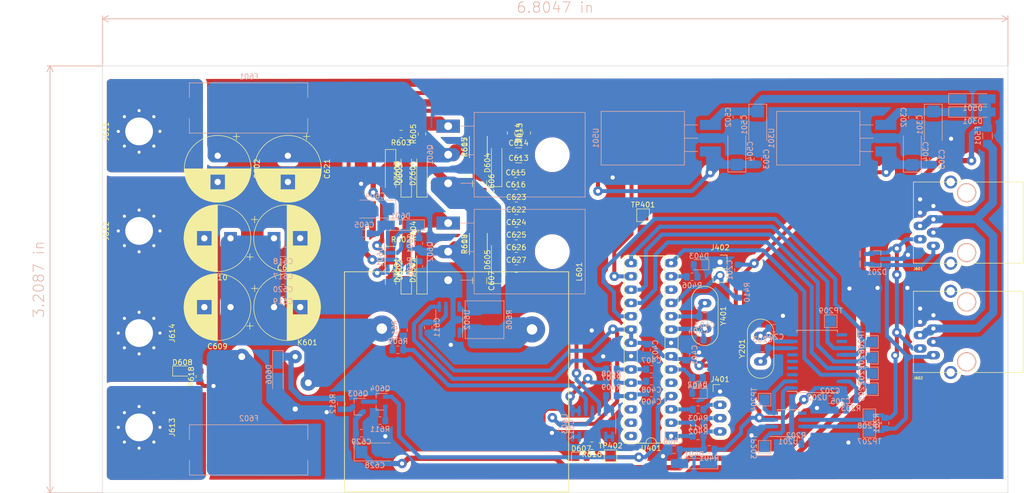
<source format=kicad_pcb>
(kicad_pcb (version 20171130) (host pcbnew 5.1.6)
  (layers (0 F.Cu signal) (31 B.Cu signal) (34 B.Paste user) (35 F.Paste user) (36 B.SilkS user) (37 F.SilkS user) (38 B.Mask user) (39 F.Mask user) (44 Edge.Cuts user))
  (net 0 "")
  (net 1 GND)
  (net 2 +5V)
  (net 3 /MCU/RESET)
  (net 4 "Net-(C203-Pad1)")
  (net 5 "Net-(C204-Pad1)")
  (net 6 "Net-(C403-Pad1)")
  (net 7 "Net-(C404-Pad1)")
  (net 8 "/CANBUS CONN/CAN_L")
  (net 9 "/CANBUS CONN/CAN_H")
  (net 10 "Net-(R202-Pad1)")
  (net 11 "Net-(R203-Pad2)")
  (net 12 /MCU/USART_RX)
  (net 13 "Net-(J401-Pad3)")
  (net 14 "Net-(J401-Pad2)")
  (net 15 /MCU/USART_TX)
  (net 16 /MOSI)
  (net 17 /MISO)
  (net 18 /CANBUS/TXCAN)
  (net 19 /CANBUS/RXCAN)
  (net 20 /CANBUS/CS)
  (net 21 /SCK)
  (net 22 /CANBUS/INT)
  (net 23 "Net-(D403-Pad2)")
  (net 24 "Net-(C501-Pad1)")
  (net 25 "Net-(C407-Pad2)")
  (net 26 "Net-(C603-Pad1)")
  (net 27 "Net-(C408-Pad1)")
  (net 28 "Net-(J402-Pad2)")
  (net 29 /MCU/INALLL)
  (net 30 "Net-(R406-Pad1)")
  (net 31 "Net-(D603-Pad2)")
  (net 32 "Net-(D603-Pad1)")
  (net 33 "Net-(D602-Pad1)")
  (net 34 "Net-(D602-Pad2)")
  (net 35 "Net-(R601-Pad1)")
  (net 36 "Net-(C601-Pad2)")
  (net 37 +BATT)
  (net 38 "Net-(C601-Pad1)")
  (net 39 /driver/LM324A)
  (net 40 "/CANBUS CONN/CAN_18V")
  (net 41 "Net-(DZ601-Pad1)")
  (net 42 "Net-(DZ603-Pad1)")
  (net 43 /MCU/PWM)
  (net 44 "Net-(C606-Pad1)")
  (net 45 "Net-(C607-Pad1)")
  (net 46 "Net-(R411-Pad2)")
  (net 47 "Net-(C301-Pad1)")
  (net 48 "Net-(F601-Pad2)")
  (net 49 "Net-(Q603-Pad1)")
  (net 50 "Net-(Q604-Pad2)")
  (net 51 "Net-(R613-Pad1)")
  (net 52 /driver/LM324B)
  (net 53 "Net-(C409-Pad1)")
  (net 54 "Net-(R609-Pad1)")
  (net 55 /MCU/ENABLE)
  (net 56 +12V)
  (net 57 /driver/relay_coil)
  (net 58 "Net-(U603-Pad13)")
  (net 59 "Net-(U603-Pad8)")
  (net 60 "Net-(L601-Pad1)")
  (net 61 VCC)
  (net 62 "Net-(F602-Pad1)")
  (net 63 "Net-(Q603-Pad3)")
  (net 64 "Net-(D607-Pad2)")
  (net 65 "Net-(D608-Pad2)")
  (net 66 "Net-(F602-Pad2)")
  (net 67 "Net-(D402-Pad2)")
  (net 68 "Net-(R404-Pad1)")
  (module KicadZeniteSolarLibrary18:Relay_SPDT_SANYOU_SRD_Series_Form_C (layer F.Cu) (at 90.8 111 180)
    (fp_text reference K601 (at 1.7 7.7 180) (layer F.SilkS))
    (fp_text value G5LE-1)
    (pad 1 thru_hole circle (at 1.5 0 270) (size 3 3) (drill 1.3) (layers *.Cu *.Mask) (net 26 "Net-(C603-Pad1)"))
    (pad 5 thru_hole circle (at 4 -5 270) (size 2.5 2.5) (drill 1) (layers *.Cu *.Mask) (net 1 GND))
    (pad 3 thru_hole circle (at 14.2 5 270) (size 3 3) (drill 1.3) (layers *.Cu *.Mask) (net 62 "Net-(F602-Pad1)"))
    (pad 2 thru_hole circle (at 4 5 270) (size 2.5 2.5) (drill 1) (layers *.Cu *.Mask) (net 57 /driver/relay_coil))
  )
  (module TestPoint:TestPoint_Pad_2.0x2.0mm (layer F.Cu) (at 147 125)
    (fp_text reference TP402 (at 0 -1.998) (layer F.SilkS))
    (fp_text value ENABLE)
    (pad 1 smd rect (at 0 0) (size 2 2) (layers F.Cu F.Mask) (net 55 /MCU/ENABLE))
  )
  (module TestPoint:TestPoint_Pad_2.0x2.0mm (layer F.Cu) (at 153.2 79)
    (fp_text reference TP401 (at 0 -1.998) (layer F.SilkS))
    (fp_text value PWM)
    (pad 1 smd rect (at 0 0) (size 2 2) (layers F.Cu F.Mask) (net 43 /MCU/PWM))
  )
  (module Capacitor_SMD:C_0805_2012Metric_Pad1.15x1.40mm_HandSolder (layer B.Cu) (at 99.425 120.6)
    (fp_text reference C629 (at 0 1.65 180) (layer B.SilkS) (effects (justify mirror)))
    (fp_text value 100nF)
    (pad 2 smd roundrect (at 1.025 0) (size 1.15 1.4) (layers B.Cu B.Paste B.Mask) (roundrect_rratio 0.217391) (net 1 GND))
    (pad 1 smd roundrect (at -1.025 0) (size 1.15 1.4) (layers B.Cu B.Paste B.Mask) (roundrect_rratio 0.217391) (net 61 VCC))
  )
  (module Capacitor_Tantalum_SMD:CP_EIA-6032-20_AVX-F_Pad2.25x2.35mm_HandSolder (layer B.Cu) (at 102 124.2)
    (fp_text reference C628 (at 0 2.55 180) (layer B.SilkS) (effects (justify mirror)))
    (fp_text value 1uF)
    (pad 2 smd roundrect (at 2.55 0) (size 2.25 2.35) (layers B.Cu B.Paste B.Mask) (roundrect_rratio 0.111111) (net 1 GND))
    (pad 1 smd roundrect (at -2.55 0) (size 2.25 2.35) (layers B.Cu B.Paste B.Mask) (roundrect_rratio 0.111111) (net 61 VCC))
  )
  (module KicadZeniteSolarLibrary18:Inductor_Nocoupled (layer F.Cu) (at 139 89.8 270)
    (fp_text reference L601 (at 0 -2.032 90) (layer F.SilkS))
    (fp_text value 300uH)
    (pad 1 thru_hole circle (at 11 7 270) (size 5 5) (drill 2) (layers *.Cu *.Mask) (net 60 "Net-(L601-Pad1)"))
    (pad 2 thru_hole circle (at 10.844 35.672 90) (size 5 5) (drill 2) (layers *.Cu *.Mask) (net 26 "Net-(C603-Pad1)"))
  )
  (module Resistor_SMD:R_0805_2012Metric_Pad1.15x1.40mm_HandSolder (layer B.Cu) (at 163.6 110)
    (fp_text reference R404 (at 0 1.65) (layer B.SilkS) (effects (justify mirror)))
    (fp_text value 330)
    (pad 2 smd roundrect (at 1.025 0) (size 1.15 1.4) (layers B.Cu B.Paste B.Mask) (roundrect_rratio 0.217391) (net 67 "Net-(D402-Pad2)"))
    (pad 1 smd roundrect (at -1.025 0) (size 1.15 1.4) (layers B.Cu B.Paste B.Mask) (roundrect_rratio 0.217391) (net 68 "Net-(R404-Pad1)"))
  )
  (module LED_SMD:LED_0805_2012Metric_Pad1.15x1.40mm_HandSolder (layer B.Cu) (at 163.6 113 180)
    (fp_text reference D402 (at 0 1.65) (layer B.SilkS) (effects (justify mirror)))
    (fp_text value LED_RED)
    (pad 2 smd roundrect (at 1.025 0 180) (size 1.15 1.4) (layers B.Cu B.Paste B.Mask) (roundrect_rratio 0.217391) (net 67 "Net-(D402-Pad2)"))
    (pad 1 smd roundrect (at -1.025 0 180) (size 1.15 1.4) (layers B.Cu B.Paste B.Mask) (roundrect_rratio 0.217391) (net 1 GND))
  )
  (module Resistor_SMD:R_0805_2012Metric_Pad1.15x1.40mm_HandSolder (layer B.Cu) (at 102.975 118.2)
    (fp_text reference R611 (at 0 1.65) (layer B.SilkS) (effects (justify mirror)))
    (fp_text value 1k)
    (pad 1 smd roundrect (at -1.025 0) (size 1.15 1.4) (layers B.Cu B.Paste B.Mask) (roundrect_rratio 0.217391) (net 1 GND))
    (pad 2 smd roundrect (at 1.025 0) (size 1.15 1.4) (layers B.Cu B.Paste B.Mask) (roundrect_rratio 0.217391) (net 50 "Net-(Q604-Pad2)"))
  )
  (module Capacitor_SMD:C_0805_2012Metric_Pad1.15x1.40mm_HandSolder (layer F.Cu) (at 129 89.2)
    (fp_text reference C627 (at 0 -1.65) (layer F.SilkS))
    (fp_text value 100n)
    (pad 2 smd roundrect (at 1.025 0) (size 1.15 1.4) (layers F.Cu F.Paste F.Mask) (roundrect_rratio 0.217391) (net 1 GND))
    (pad 1 smd roundrect (at -1.025 0) (size 1.15 1.4) (layers F.Cu F.Paste F.Mask) (roundrect_rratio 0.217391) (net 37 +BATT))
  )
  (module Capacitor_SMD:C_0805_2012Metric_Pad1.15x1.40mm_HandSolder (layer F.Cu) (at 129 86.8)
    (fp_text reference C626 (at 0 -1.65) (layer F.SilkS))
    (fp_text value 100n)
    (pad 2 smd roundrect (at 1.025 0) (size 1.15 1.4) (layers F.Cu F.Paste F.Mask) (roundrect_rratio 0.217391) (net 1 GND))
    (pad 1 smd roundrect (at -1.025 0) (size 1.15 1.4) (layers F.Cu F.Paste F.Mask) (roundrect_rratio 0.217391) (net 37 +BATT))
  )
  (module Capacitor_SMD:C_0805_2012Metric_Pad1.15x1.40mm_HandSolder (layer F.Cu) (at 129 77.2)
    (fp_text reference C623 (at 0 -1.65) (layer F.SilkS))
    (fp_text value 100n)
    (pad 2 smd roundrect (at 1.025 0) (size 1.15 1.4) (layers F.Cu F.Paste F.Mask) (roundrect_rratio 0.217391) (net 1 GND))
    (pad 1 smd roundrect (at -1.025 0) (size 1.15 1.4) (layers F.Cu F.Paste F.Mask) (roundrect_rratio 0.217391) (net 37 +BATT))
  )
  (module Capacitor_SMD:C_0805_2012Metric_Pad1.15x1.40mm_HandSolder (layer F.Cu) (at 129 79.6)
    (fp_text reference C622 (at 0 -1.65) (layer F.SilkS))
    (fp_text value 100n)
    (pad 2 smd roundrect (at 1.025 0) (size 1.15 1.4) (layers F.Cu F.Paste F.Mask) (roundrect_rratio 0.217391) (net 1 GND))
    (pad 1 smd roundrect (at -1.025 0) (size 1.15 1.4) (layers F.Cu F.Paste F.Mask) (roundrect_rratio 0.217391) (net 37 +BATT))
  )
  (module Resistor_SMD:R_0805_2012Metric_Pad1.15x1.40mm_HandSolder (layer F.Cu) (at 68.6 109.8 90)
    (fp_text reference R618 (at 0 -1.65 90) (layer F.SilkS))
    (fp_text value 330)
    (pad 2 smd roundrect (at 1.025 0 90) (size 1.15 1.4) (layers F.Cu F.Paste F.Mask) (roundrect_rratio 0.217391) (net 65 "Net-(D608-Pad2)"))
    (pad 1 smd roundrect (at -1.025 0 90) (size 1.15 1.4) (layers F.Cu F.Paste F.Mask) (roundrect_rratio 0.217391) (net 62 "Net-(F602-Pad1)"))
  )
  (module Resistor_SMD:R_2512_6332Metric_Pad1.52x3.35mm_HandSolder (layer F.Cu) (at 121.75 84.5 90)
    (fp_text reference R617 (at 0 -2.62 90) (layer F.SilkS))
    (fp_text value 10R)
    (pad 1 smd roundrect (at -2.9875 0 90) (size 1.525 3.35) (layers F.Cu F.Paste F.Mask) (roundrect_rratio 0.163934) (net 45 "Net-(C607-Pad1)"))
    (pad 2 smd roundrect (at 2.9875 0 90) (size 1.525 3.35) (layers F.Cu F.Paste F.Mask) (roundrect_rratio 0.163934) (net 36 "Net-(C601-Pad2)"))
  )
  (module Resistor_SMD:R_0805_2012Metric_Pad1.15x1.40mm_HandSolder (layer F.Cu) (at 143.425 123 180)
    (fp_text reference R616 (at 0 -1.65) (layer F.SilkS))
    (fp_text value 330)
    (pad 2 smd roundrect (at 1.025 0 180) (size 1.15 1.4) (layers F.Cu F.Paste F.Mask) (roundrect_rratio 0.217391) (net 64 "Net-(D607-Pad2)"))
    (pad 1 smd roundrect (at -1.025 0 180) (size 1.15 1.4) (layers F.Cu F.Paste F.Mask) (roundrect_rratio 0.217391) (net 55 /MCU/ENABLE))
  )
  (module Resistor_SMD:R_2512_6332Metric (layer F.Cu) (at 121.75 66 90)
    (fp_text reference R615 (at 0 -2.62 90) (layer F.SilkS))
    (fp_text value 10R)
    (pad 2 smd roundrect (at 2.9 0 90) (size 1.35 3.35) (layers F.Cu F.Paste F.Mask) (roundrect_rratio 0.185185) (net 37 +BATT))
    (pad 1 smd roundrect (at -2.9 0 90) (size 1.35 3.35) (layers F.Cu F.Paste F.Mask) (roundrect_rratio 0.185185) (net 44 "Net-(C606-Pad1)"))
  )
  (module LED_SMD:LED_0805_2012Metric_Pad1.15x1.40mm_HandSolder (layer F.Cu) (at 65.275 108.75)
    (fp_text reference D608 (at 0 -1.65) (layer F.SilkS))
    (fp_text value LED_RED)
    (pad 2 smd roundrect (at 1.025 0) (size 1.15 1.4) (layers F.Cu F.Paste F.Mask) (roundrect_rratio 0.217391) (net 65 "Net-(D608-Pad2)"))
    (pad 1 smd roundrect (at -1.025 0) (size 1.15 1.4) (layers F.Cu F.Paste F.Mask) (roundrect_rratio 0.217391) (net 1 GND))
  )
  (module LED_SMD:LED_0805_2012Metric_Pad1.15x1.40mm_HandSolder (layer F.Cu) (at 141.4 125.2)
    (fp_text reference D607 (at 0 -1.65) (layer F.SilkS))
    (fp_text value LED_RED)
    (pad 2 smd roundrect (at 1.025 0) (size 1.15 1.4) (layers F.Cu F.Paste F.Mask) (roundrect_rratio 0.217391) (net 64 "Net-(D607-Pad2)"))
    (pad 1 smd roundrect (at -1.025 0) (size 1.15 1.4) (layers F.Cu F.Paste F.Mask) (roundrect_rratio 0.217391) (net 1 GND))
  )
  (module Capacitor_SMD:C_0805_2012Metric_Pad1.15x1.40mm_HandSolder (layer F.Cu) (at 129 84.4)
    (fp_text reference C625 (at 0 -1.65) (layer F.SilkS))
    (fp_text value 100n)
    (pad 2 smd roundrect (at 1.025 0) (size 1.15 1.4) (layers F.Cu F.Paste F.Mask) (roundrect_rratio 0.217391) (net 1 GND))
    (pad 1 smd roundrect (at -1.025 0) (size 1.15 1.4) (layers F.Cu F.Paste F.Mask) (roundrect_rratio 0.217391) (net 37 +BATT))
  )
  (module Capacitor_SMD:C_0805_2012Metric_Pad1.15x1.40mm_HandSolder (layer F.Cu) (at 129 82)
    (fp_text reference C624 (at 0 -1.65) (layer F.SilkS))
    (fp_text value 100n)
    (pad 2 smd roundrect (at 1.025 0) (size 1.15 1.4) (layers F.Cu F.Paste F.Mask) (roundrect_rratio 0.217391) (net 1 GND))
    (pad 1 smd roundrect (at -1.025 0) (size 1.15 1.4) (layers F.Cu F.Paste F.Mask) (roundrect_rratio 0.217391) (net 37 +BATT))
  )
  (module Capacitor_THT:CP_Radial_D12.5mm_P5.00mm (layer F.Cu) (at 82.752082 96.55)
    (fp_text reference C608 (at 2.5 -7.5) (layer F.SilkS))
    (fp_text value 47uF)
    (pad 2 thru_hole circle (at 5 0) (size 2.4 2.4) (drill 1.2) (layers *.Cu *.Mask) (net 1 GND))
    (pad 1 thru_hole rect (at 0 0) (size 2.4 2.4) (drill 1.2) (layers *.Cu *.Mask) (net 26 "Net-(C603-Pad1)"))
  )
  (module Resistor_SMD:R_0805_2012Metric_Pad1.15x1.40mm_HandSolder (layer B.Cu) (at 95.6 115 270)
    (fp_text reference R612 (at 0 1.65 90) (layer B.SilkS) (effects (justify mirror)))
    (fp_text value 90R)
    (pad 1 smd roundrect (at -1.025 0 270) (size 1.15 1.4) (layers B.Cu B.Paste B.Mask) (roundrect_rratio 0.217391) (net 57 /driver/relay_coil))
    (pad 2 smd roundrect (at 1.025 0 270) (size 1.15 1.4) (layers B.Cu B.Paste B.Mask) (roundrect_rratio 0.217391) (net 63 "Net-(Q603-Pad3)"))
  )
  (module Package_SO:SOIC-8_3.9x4.9mm_P1.27mm (layer B.Cu) (at 106.4 86.9 270)
    (fp_text reference U601 (at 0 3.4 270) (layer B.SilkS) (effects (justify mirror)))
    (fp_text value LM5104MNOPB)
    (pad 1 smd roundrect (at -2.475 1.905 270) (size 1.95 0.6) (layers B.Cu B.Paste B.Mask) (net 56 +12V))
    (pad 2 smd roundrect (at -2.475 0.635 270) (size 1.95 0.6) (layers B.Cu B.Paste B.Mask) (net 38 "Net-(C601-Pad1)"))
    (pad 3 smd roundrect (at -2.475 -0.635 270) (size 1.95 0.6) (layers B.Cu B.Paste B.Mask) (net 32 "Net-(D603-Pad1)"))
    (pad 4 smd roundrect (at -2.475 -1.905 270) (size 1.95 0.6) (layers B.Cu B.Paste B.Mask) (net 36 "Net-(C601-Pad2)"))
    (pad 5 smd roundrect (at 2.475 -1.905 270) (size 1.95 0.6) (layers B.Cu B.Paste B.Mask) (net 35 "Net-(R601-Pad1)"))
    (pad 6 smd roundrect (at 2.475 -0.635 270) (size 1.95 0.6) (layers B.Cu B.Paste B.Mask) (net 43 /MCU/PWM))
    (pad 7 smd roundrect (at 2.475 0.635 270) (size 1.95 0.6) (layers B.Cu B.Paste B.Mask) (net 1 GND))
    (pad 8 smd roundrect (at 2.475 1.905 270) (size 1.95 0.6) (layers B.Cu B.Paste B.Mask) (net 33 "Net-(D602-Pad1)"))
  )
  (module TestPoint:TestPoint_Pad_2.0x2.0mm (layer B.Cu) (at 189.025 99.225 180)
    (fp_text reference TP209 (at 0 1.998 180) (layer B.SilkS) (effects (justify mirror)))
    (fp_text value INT)
    (pad 1 smd rect (at 0 0 180) (size 2 2) (layers B.Cu B.Mask) (net 22 /CANBUS/INT))
  )
  (module Diode_SMD:D_MiniMELF_Handsoldering (layer B.Cu) (at 83.5 109.4 270)
    (fp_text reference D606 (at 0 1.75 270) (layer B.SilkS) (effects (justify mirror)))
    (fp_text value ES2A)
    (pad 2 smd rect (at 2.75 0 270) (size 3.3 1.7) (layers B.Cu B.Paste B.Mask) (net 1 GND))
    (pad 1 smd rect (at -2.75 0 270) (size 3.3 1.7) (layers B.Cu B.Paste B.Mask) (net 57 /driver/relay_coil))
  )
  (module Capacitor_THT:CP_Radial_D12.5mm_P5.00mm (layer F.Cu) (at 85.4 67.65 270)
    (fp_text reference C621 (at 2.5 -7.5 90) (layer F.SilkS))
    (fp_text value 4700uF)
    (pad 2 thru_hole circle (at 5 0 270) (size 2.4 2.4) (drill 1.2) (layers *.Cu *.Mask) (net 1 GND))
    (pad 1 thru_hole rect (at 0 0 270) (size 2.4 2.4) (drill 1.2) (layers *.Cu *.Mask) (net 37 +BATT))
  )
  (module Capacitor_THT:CP_Radial_D12.5mm_P5.00mm (layer F.Cu) (at 72 67.65 270)
    (fp_text reference C602 (at 2.5 -7.5 90) (layer F.SilkS))
    (fp_text value 4700uF)
    (pad 2 thru_hole circle (at 5 0 270) (size 2.4 2.4) (drill 1.2) (layers *.Cu *.Mask) (net 1 GND))
    (pad 1 thru_hole rect (at 0 0 270) (size 2.4 2.4) (drill 1.2) (layers *.Cu *.Mask) (net 37 +BATT))
  )
  (module Package_TO_SOT_THT:TO-247-3_Horizontal_TabUp (layer B.Cu) (at 116 80.5 270)
    (fp_text reference Q602 (at 5.45 3.45 90) (layer B.SilkS) (effects (justify mirror)))
    (fp_text value IRFP260N)
    (pad 3 thru_hole oval (at 10.9 0 270) (size 2.5 4.5) (drill 1.5) (layers *.Cu *.Mask) (net 1 GND))
    (pad 2 thru_hole oval (at 5.45 0 270) (size 2.5 4.5) (drill 1.5) (layers *.Cu *.Mask) (net 36 "Net-(C601-Pad2)"))
    (pad 1 thru_hole rect (at 0 0 270) (size 2.5 4.5) (drill 1.5) (layers *.Cu *.Mask) (net 34 "Net-(D602-Pad2)"))
    (pad "" np_thru_hole oval (at 5.45 -19.86 270) (size 3.6 3.6) (drill 3.6) (layers *.Cu *.Mask) (clearance 1.524))
  )
  (module Capacitor_SMD:C_0805_2012Metric_Pad1.15x1.40mm_HandSolder (layer B.Cu) (at 154.789 112.95)
    (fp_text reference C409 (at 0 1.65) (layer B.SilkS) (effects (justify mirror)))
    (fp_text value 100nF)
    (pad 1 smd roundrect (at -1.025 0) (size 1.15 1.4) (layers B.Cu B.Paste B.Mask) (roundrect_rratio 0.217391) (net 53 "Net-(C409-Pad1)"))
    (pad 2 smd roundrect (at 1.025 0) (size 1.15 1.4) (layers B.Cu B.Paste B.Mask) (roundrect_rratio 0.217391) (net 1 GND))
  )
  (module Resistor_SMD:R_0805_2012Metric_Pad1.15x1.40mm_HandSolder (layer F.Cu) (at 131 63.3 90)
    (fp_text reference R614 (at 0 -1.65 90) (layer F.SilkS))
    (fp_text value 1k2)
    (pad 2 smd roundrect (at 1.025 0 90) (size 1.15 1.4) (layers F.Cu F.Paste F.Mask) (roundrect_rratio 0.217391) (net 51 "Net-(R613-Pad1)"))
    (pad 1 smd roundrect (at -1.025 0 90) (size 1.15 1.4) (layers F.Cu F.Paste F.Mask) (roundrect_rratio 0.217391) (net 1 GND))
  )
  (module Resistor_SMD:R_0805_2012Metric_Pad1.15x1.40mm_HandSolder (layer F.Cu) (at 128 63.3 270)
    (fp_text reference R613 (at 0 -1.65 270) (layer F.SilkS))
    (fp_text value 15k)
    (pad 1 smd roundrect (at -1.025 0 270) (size 1.15 1.4) (layers F.Cu F.Paste F.Mask) (roundrect_rratio 0.217391) (net 51 "Net-(R613-Pad1)"))
    (pad 2 smd roundrect (at 1.025 0 270) (size 1.15 1.4) (layers F.Cu F.Paste F.Mask) (roundrect_rratio 0.217391) (net 37 +BATT))
  )
  (module Package_TO_SOT_SMD:SOT-23 (layer B.Cu) (at 103 114.6 180)
    (fp_text reference Q604 (at 0 2.5 180) (layer B.SilkS) (effects (justify mirror)))
    (fp_text value BC847)
    (pad 1 smd rect (at -1 0.95 180) (size 0.9 0.8) (layers B.Cu B.Paste B.Mask) (net 55 /MCU/ENABLE))
    (pad 2 smd rect (at -1 -0.95 180) (size 0.9 0.8) (layers B.Cu B.Paste B.Mask) (net 50 "Net-(Q604-Pad2)"))
    (pad 3 smd rect (at 1 0 180) (size 0.9 0.8) (layers B.Cu B.Paste B.Mask) (net 49 "Net-(Q603-Pad1)"))
  )
  (module Package_TO_SOT_SMD:SOT-23 (layer B.Cu) (at 98.8 115.55 180)
    (fp_text reference Q603 (at 0 2.5) (layer B.SilkS) (effects (justify mirror)))
    (fp_text value BC857)
    (pad 3 smd rect (at 1 0 180) (size 0.9 0.8) (layers B.Cu B.Paste B.Mask) (net 63 "Net-(Q603-Pad3)"))
    (pad 2 smd rect (at -1 -0.95 180) (size 0.9 0.8) (layers B.Cu B.Paste B.Mask) (net 61 VCC))
    (pad 1 smd rect (at -1 0.95 180) (size 0.9 0.8) (layers B.Cu B.Paste B.Mask) (net 49 "Net-(Q603-Pad1)"))
  )
  (module Fuse:Fuseholder_Cylinder-5x20mm_Stelvio-Kontek_PTF78_Horizontal_Open (layer B.Cu) (at 89.2 123.8 180)
    (fp_text reference F602 (at 11.25 6) (layer B.SilkS) (effects (justify mirror)))
    (fp_text value 15A)
    (pad 2 smd rect (at 22.6 0 180) (size 5 10) (layers B.Cu B.Paste B.Mask) (net 66 "Net-(F602-Pad2)"))
    (pad 1 smd rect (at 0 0 180) (size 5 10) (layers B.Cu B.Paste B.Mask) (net 62 "Net-(F602-Pad1)"))
  )
  (module Fuse:Fuseholder_Cylinder-5x20mm_Stelvio-Kontek_PTF78_Horizontal_Open (layer B.Cu) (at 89.19 58.53 180)
    (fp_text reference F601 (at 11.25 6) (layer B.SilkS) (effects (justify mirror)))
    (fp_text value 10A)
    (pad 2 smd rect (at 22.6 0 180) (size 5 10) (layers B.Cu B.Paste B.Mask) (net 48 "Net-(F601-Pad2)"))
    (pad 1 smd rect (at 0 0 180) (size 5 10) (layers B.Cu B.Paste B.Mask) (net 37 +BATT))
  )
  (module Capacitor_SMD:C_0805_2012Metric_Pad1.15x1.40mm_HandSolder (layer B.Cu) (at 84.47 91.504999)
    (fp_text reference C620 (at 0 1.65) (layer B.SilkS) (effects (justify mirror)))
    (fp_text value 100n)
    (pad 2 smd roundrect (at 1.025 0) (size 1.15 1.4) (layers B.Cu B.Paste B.Mask) (roundrect_rratio 0.217391) (net 1 GND))
    (pad 1 smd roundrect (at -1.025 0) (size 1.15 1.4) (layers B.Cu B.Paste B.Mask) (roundrect_rratio 0.217391) (net 26 "Net-(C603-Pad1)"))
  )
  (module Capacitor_SMD:C_0805_2012Metric_Pad1.15x1.40mm_HandSolder (layer B.Cu) (at 84.47 93.8)
    (fp_text reference C619 (at 0 1.65) (layer B.SilkS) (effects (justify mirror)))
    (fp_text value 100n)
    (pad 2 smd roundrect (at 1.025 0) (size 1.15 1.4) (layers B.Cu B.Paste B.Mask) (roundrect_rratio 0.217391) (net 1 GND))
    (pad 1 smd roundrect (at -1.025 0) (size 1.15 1.4) (layers B.Cu B.Paste B.Mask) (roundrect_rratio 0.217391) (net 26 "Net-(C603-Pad1)"))
  )
  (module Capacitor_SMD:C_1206_3216Metric_Pad1.42x1.75mm_HandSolder (layer B.Cu) (at 84.5 86)
    (fp_text reference C618 (at 0 1.82) (layer B.SilkS) (effects (justify mirror)))
    (fp_text value 4.7u)
    (pad 2 smd roundrect (at 1.4875 0) (size 1.425 1.75) (layers B.Cu B.Paste B.Mask) (roundrect_rratio 0.175439) (net 1 GND))
    (pad 1 smd roundrect (at -1.4875 0) (size 1.425 1.75) (layers B.Cu B.Paste B.Mask) (roundrect_rratio 0.175439) (net 26 "Net-(C603-Pad1)"))
  )
  (module Capacitor_SMD:C_1206_3216Metric_Pad1.42x1.75mm_HandSolder (layer B.Cu) (at 84.5 88.87)
    (fp_text reference C617 (at 0 1.82) (layer B.SilkS) (effects (justify mirror)))
    (fp_text value 4.7u)
    (pad 2 smd roundrect (at 1.4875 0) (size 1.425 1.75) (layers B.Cu B.Paste B.Mask) (roundrect_rratio 0.175439) (net 1 GND))
    (pad 1 smd roundrect (at -1.4875 0) (size 1.425 1.75) (layers B.Cu B.Paste B.Mask) (roundrect_rratio 0.175439) (net 26 "Net-(C603-Pad1)"))
  )
  (module Capacitor_SMD:C_0805_2012Metric_Pad1.15x1.40mm_HandSolder (layer F.Cu) (at 128.89 74.805001)
    (fp_text reference C616 (at 0 -1.65) (layer F.SilkS))
    (fp_text value 100n)
    (pad 2 smd roundrect (at 1.025 0) (size 1.15 1.4) (layers F.Cu F.Paste F.Mask) (roundrect_rratio 0.217391) (net 1 GND))
    (pad 1 smd roundrect (at -1.025 0) (size 1.15 1.4) (layers F.Cu F.Paste F.Mask) (roundrect_rratio 0.217391) (net 37 +BATT))
  )
  (module Capacitor_SMD:C_0805_2012Metric_Pad1.15x1.40mm_HandSolder (layer F.Cu) (at 128.89 72.51)
    (fp_text reference C615 (at 0 -1.65) (layer F.SilkS))
    (fp_text value 100n)
    (pad 2 smd roundrect (at 1.025 0) (size 1.15 1.4) (layers F.Cu F.Paste F.Mask) (roundrect_rratio 0.217391) (net 1 GND))
    (pad 1 smd roundrect (at -1.025 0) (size 1.15 1.4) (layers F.Cu F.Paste F.Mask) (roundrect_rratio 0.217391) (net 37 +BATT))
  )
  (module Capacitor_SMD:C_1206_3216Metric_Pad1.42x1.75mm_HandSolder (layer F.Cu) (at 129.44 67.04)
    (fp_text reference C614 (at 0 -1.82) (layer F.SilkS))
    (fp_text value 4.7u)
    (pad 2 smd roundrect (at 1.4875 0) (size 1.425 1.75) (layers F.Cu F.Paste F.Mask) (roundrect_rratio 0.175439) (net 1 GND))
    (pad 1 smd roundrect (at -1.4875 0) (size 1.425 1.75) (layers F.Cu F.Paste F.Mask) (roundrect_rratio 0.175439) (net 37 +BATT))
  )
  (module Capacitor_SMD:C_1206_3216Metric_Pad1.42x1.75mm_HandSolder (layer F.Cu) (at 129.44 69.91)
    (fp_text reference C613 (at 0 -1.82) (layer F.SilkS))
    (fp_text value 4.7u)
    (pad 2 smd roundrect (at 1.4875 0) (size 1.425 1.75) (layers F.Cu F.Paste F.Mask) (roundrect_rratio 0.175439) (net 1 GND))
    (pad 1 smd roundrect (at -1.4875 0) (size 1.425 1.75) (layers F.Cu F.Paste F.Mask) (roundrect_rratio 0.175439) (net 37 +BATT))
  )
  (module Resistor_SMD:R_2512_6332Metric_Pad1.52x3.35mm_HandSolder (layer F.Cu) (at 121.75 84.5 90)
    (fp_text reference R608 (at 0 -2.62 90) (layer F.SilkS))
    (fp_text value 10R)
    (pad 2 smd roundrect (at 2.9875 0 90) (size 1.525 3.35) (layers F.Cu F.Paste F.Mask) (roundrect_rratio 0.163934) (net 36 "Net-(C601-Pad2)"))
    (pad 1 smd roundrect (at -2.9875 0 90) (size 1.525 3.35) (layers F.Cu F.Paste F.Mask) (roundrect_rratio 0.163934) (net 45 "Net-(C607-Pad1)"))
  )
  (module Resistor_SMD:R_2512_6332Metric (layer F.Cu) (at 121.75 66 90)
    (fp_text reference R607 (at 0 -2.62 90) (layer F.SilkS))
    (fp_text value 10R)
    (pad 2 smd roundrect (at 2.9 0 90) (size 1.35 3.35) (layers F.Cu F.Paste F.Mask) (roundrect_rratio 0.185185) (net 37 +BATT))
    (pad 1 smd roundrect (at -2.9 0 90) (size 1.35 3.35) (layers F.Cu F.Paste F.Mask) (roundrect_rratio 0.185185) (net 44 "Net-(C606-Pad1)"))
  )
  (module Package_SO:SOIC-8_3.9x4.9mm_P1.27mm (layer B.Cu) (at 116.2 98.95 90)
    (fp_text reference U602 (at 0 3.4 90) (layer B.SilkS) (effects (justify mirror)))
    (fp_text value INA240A4D)
    (pad 8 smd roundrect (at 2.475 1.905 90) (size 1.95 0.6) (layers B.Cu B.Paste B.Mask) (net 36 "Net-(C601-Pad2)"))
    (pad 7 smd roundrect (at 2.475 0.635 90) (size 1.95 0.6) (layers B.Cu B.Paste B.Mask) (net 1 GND))
    (pad 6 smd roundrect (at 2.475 -0.635 90) (size 1.95 0.6) (layers B.Cu B.Paste B.Mask) (net 2 +5V))
    (pad 5 smd roundrect (at 2.475 -1.905 90) (size 1.95 0.6) (layers B.Cu B.Paste B.Mask) (net 29 /MCU/INALLL))
    (pad 4 smd roundrect (at -2.475 -1.905 90) (size 1.95 0.6) (layers B.Cu B.Paste B.Mask) (net 1 GND))
    (pad 3 smd roundrect (at -2.475 -0.635 90) (size 1.95 0.6) (layers B.Cu B.Paste B.Mask) (net 1 GND))
    (pad 2 smd roundrect (at -2.475 0.635 90) (size 1.95 0.6) (layers B.Cu B.Paste B.Mask) (net 1 GND))
    (pad 1 smd roundrect (at -2.475 1.905 90) (size 1.95 0.6) (layers B.Cu B.Paste B.Mask) (net 60 "Net-(L601-Pad1)"))
  )
  (module KicadZeniteSolarLibrary18:R_2512_6432Metric_Reversed (layer B.Cu) (at 122.95 98.95 180)
    (fp_text reference R606 (at -4.7 0 270) (layer B.SilkS) (effects (justify mirror)))
    (fp_text value 1,5mR)
    (pad 1 smd rect (at 0 -2.1 180) (size 6.4 2) (layers B.Cu B.Paste B.Mask) (net 60 "Net-(L601-Pad1)"))
    (pad 2 smd rect (at 0 2.1 180) (size 6.4 2) (layers B.Cu B.Paste B.Mask) (net 36 "Net-(C601-Pad2)"))
  )
  (module Package_SO:SOIC-18W_7.5x11.6mm_P1.27mm (layer B.Cu) (at 186.429 106.916)
    (fp_text reference U202 (at 0 6.875) (layer B.SilkS) (effects (justify mirror)))
    (fp_text value MCP2515-xSO)
    (pad 1 smd rect (at -4.7 5.08) (size 2 0.6) (layers B.Cu B.Paste B.Mask) (net 18 /CANBUS/TXCAN))
    (pad 2 smd rect (at -4.7 3.81) (size 2 0.6) (layers B.Cu B.Paste B.Mask) (net 19 /CANBUS/RXCAN))
    (pad 3 smd rect (at -4.7 2.54) (size 2 0.6) (layers B.Cu B.Paste B.Mask))
    (pad 4 smd rect (at -4.7 1.27) (size 2 0.6) (layers B.Cu B.Paste B.Mask))
    (pad 5 smd rect (at -4.7 0) (size 2 0.6) (layers B.Cu B.Paste B.Mask))
    (pad 6 smd rect (at -4.7 -1.27) (size 2 0.6) (layers B.Cu B.Paste B.Mask))
    (pad 7 smd rect (at -4.7 -2.54) (size 2 0.6) (layers B.Cu B.Paste B.Mask) (net 4 "Net-(C203-Pad1)"))
    (pad 8 smd rect (at -4.7 -3.81) (size 2 0.6) (layers B.Cu B.Paste B.Mask) (net 5 "Net-(C204-Pad1)"))
    (pad 9 smd rect (at -4.7 -5.08) (size 2 0.6) (layers B.Cu B.Paste B.Mask) (net 1 GND))
    (pad 10 smd rect (at 4.7 -5.08) (size 2 0.6) (layers B.Cu B.Paste B.Mask))
    (pad 11 smd rect (at 4.7 -3.81) (size 2 0.6) (layers B.Cu B.Paste B.Mask))
    (pad 12 smd rect (at 4.7 -2.54) (size 2 0.6) (layers B.Cu B.Paste B.Mask) (net 22 /CANBUS/INT))
    (pad 13 smd rect (at 4.7 -1.27) (size 2 0.6) (layers B.Cu B.Paste B.Mask) (net 21 /SCK))
    (pad 14 smd rect (at 4.7 0) (size 2 0.6) (layers B.Cu B.Paste B.Mask) (net 16 /MOSI))
    (pad 15 smd rect (at 4.7 1.27) (size 2 0.6) (layers B.Cu B.Paste B.Mask) (net 17 /MISO))
    (pad 16 smd rect (at 4.7 2.54) (size 2 0.6) (layers B.Cu B.Paste B.Mask) (net 20 /CANBUS/CS))
    (pad 17 smd rect (at 4.7 3.81) (size 2 0.6) (layers B.Cu B.Paste B.Mask) (net 11 "Net-(R203-Pad2)"))
    (pad 18 smd rect (at 4.7 5.08) (size 2 0.6) (layers B.Cu B.Paste B.Mask) (net 2 +5V))
  )
  (module Capacitor_SMD:C_0805_2012Metric_Pad1.15x1.40mm_HandSolder (layer B.Cu) (at 154.789 108.404 180)
    (fp_text reference C407 (at 0 1.65) (layer B.SilkS) (effects (justify mirror)))
    (fp_text value 100nF)
    (pad 2 smd roundrect (at 1.025 0 180) (size 1.15 1.4) (layers B.Cu B.Paste B.Mask) (roundrect_rratio 0.217391) (net 25 "Net-(C407-Pad2)"))
    (pad 1 smd roundrect (at -1.025 0 180) (size 1.15 1.4) (layers B.Cu B.Paste B.Mask) (roundrect_rratio 0.217391) (net 1 GND))
  )
  (module Capacitor_SMD:C_0805_2012Metric_Pad1.15x1.40mm_HandSolder (layer B.Cu) (at 137.8 119.95 90)
    (fp_text reference C612 (at 0 1.65 270) (layer B.SilkS) (effects (justify mirror)))
    (fp_text value 100nF)
    (pad 2 smd roundrect (at 1.025 0 90) (size 1.15 1.4) (layers B.Cu B.Paste B.Mask) (roundrect_rratio 0.217391) (net 2 +5V))
    (pad 1 smd roundrect (at -1.025 0 90) (size 1.15 1.4) (layers B.Cu B.Paste B.Mask) (roundrect_rratio 0.217391) (net 1 GND))
  )
  (module Capacitor_SMD:C_0805_2012Metric_Pad1.15x1.40mm_HandSolder (layer B.Cu) (at 112.2 100.45 90)
    (fp_text reference C611 (at 0 1.65 90) (layer B.SilkS) (effects (justify mirror)))
    (fp_text value 100nF)
    (pad 2 smd roundrect (at 1.025 0 90) (size 1.15 1.4) (layers B.Cu B.Paste B.Mask) (roundrect_rratio 0.217391) (net 2 +5V))
    (pad 1 smd roundrect (at -1.025 0 90) (size 1.15 1.4) (layers B.Cu B.Paste B.Mask) (roundrect_rratio 0.217391) (net 1 GND))
  )
  (module Capacitor_SMD:C_1210_3225Metric_Pad1.42x2.65mm_HandSolder (layer F.Cu) (at 122 73 270)
    (fp_text reference C606 (at 0 -2.28 90) (layer F.SilkS))
    (fp_text value 47nF)
    (pad 2 smd roundrect (at 1.4875 0 270) (size 1.425 2.65) (layers F.Cu F.Paste F.Mask) (roundrect_rratio 0.175439) (net 36 "Net-(C601-Pad2)"))
    (pad 1 smd roundrect (at -1.4875 0 270) (size 1.425 2.65) (layers F.Cu F.Paste F.Mask) (roundrect_rratio 0.175439) (net 44 "Net-(C606-Pad1)"))
  )
  (module Capacitor_SMD:C_1210_3225Metric_Pad1.42x2.65mm_HandSolder (layer F.Cu) (at 122 91.5 270)
    (fp_text reference C607 (at 0 -2.28 90) (layer F.SilkS))
    (fp_text value 47nF)
    (pad 2 smd roundrect (at 1.4875 0 270) (size 1.425 2.65) (layers F.Cu F.Paste F.Mask) (roundrect_rratio 0.175439) (net 1 GND))
    (pad 1 smd roundrect (at -1.4875 0 270) (size 1.425 2.65) (layers F.Cu F.Paste F.Mask) (roundrect_rratio 0.175439) (net 45 "Net-(C607-Pad1)"))
  )
  (module MountingHole:MountingHole_5.3mm_M5_Pad_Via (layer F.Cu) (at 57 119.5 270)
    (fp_text reference J613 (at 0 -6.3 90) (layer F.SilkS))
    (fp_text value +BAT_OUT)
    (pad 1 thru_hole circle (at 2.810749 -2.810749 270) (size 0.9 0.9) (drill 0.6) (layers *.Cu *.Mask) (net 66 "Net-(F602-Pad2)"))
    (pad 1 thru_hole circle (at 0 -3.975 270) (size 0.9 0.9) (drill 0.6) (layers *.Cu *.Mask) (net 66 "Net-(F602-Pad2)"))
    (pad 1 thru_hole circle (at -2.810749 -2.810749 270) (size 0.9 0.9) (drill 0.6) (layers *.Cu *.Mask) (net 66 "Net-(F602-Pad2)"))
    (pad 1 thru_hole circle (at -3.975 0 270) (size 0.9 0.9) (drill 0.6) (layers *.Cu *.Mask) (net 66 "Net-(F602-Pad2)"))
    (pad 1 thru_hole circle (at -2.810749 2.810749 270) (size 0.9 0.9) (drill 0.6) (layers *.Cu *.Mask) (net 66 "Net-(F602-Pad2)"))
    (pad 1 thru_hole circle (at 0 3.975 270) (size 0.9 0.9) (drill 0.6) (layers *.Cu *.Mask) (net 66 "Net-(F602-Pad2)"))
    (pad 1 thru_hole circle (at 2.810749 2.810749 270) (size 0.9 0.9) (drill 0.6) (layers *.Cu *.Mask) (net 66 "Net-(F602-Pad2)"))
    (pad 1 thru_hole circle (at 3.975 0 270) (size 0.9 0.9) (drill 0.6) (layers *.Cu *.Mask) (net 66 "Net-(F602-Pad2)"))
    (pad 1 thru_hole circle (at 0 0 270) (size 10.599999 10.599999) (drill 5.3) (layers *.Cu *.Mask) (net 66 "Net-(F602-Pad2)") (clearance 1.524))
  )
  (module Diode_SMD:D_MiniMELF_Handsoldering (layer F.Cu) (at 105 89.5 270)
    (fp_text reference D602 (at 0 -1.75 90) (layer F.SilkS))
    (fp_text value LL4148)
    (pad 2 smd rect (at 2.75 0 270) (size 3.3 1.7) (layers F.Cu F.Paste F.Mask) (net 34 "Net-(D602-Pad2)"))
    (pad 1 smd rect (at -2.75 0 270) (size 3.3 1.7) (layers F.Cu F.Paste F.Mask) (net 33 "Net-(D602-Pad1)"))
  )
  (module Capacitor_THT:CP_Radial_D12.5mm_P5.00mm (layer F.Cu) (at 74.45 83.4 180)
    (fp_text reference C610 (at 2.5 -7.5) (layer F.SilkS))
    (fp_text value 47uF)
    (pad 2 thru_hole circle (at 5 0 180) (size 2.4 2.4) (drill 1.2) (layers *.Cu *.Mask) (net 1 GND))
    (pad 1 thru_hole rect (at 0 0 180) (size 2.4 2.4) (drill 1.2) (layers *.Cu *.Mask) (net 26 "Net-(C603-Pad1)"))
  )
  (module Capacitor_THT:CP_Radial_D12.5mm_P5.00mm (layer F.Cu) (at 74.45 96.55 180)
    (fp_text reference C609 (at 2.5 -7.5) (layer F.SilkS))
    (fp_text value 47uF)
    (pad 2 thru_hole circle (at 5 0 180) (size 2.4 2.4) (drill 1.2) (layers *.Cu *.Mask) (net 1 GND))
    (pad 1 thru_hole rect (at 0 0 180) (size 2.4 2.4) (drill 1.2) (layers *.Cu *.Mask) (net 26 "Net-(C603-Pad1)"))
  )
  (module Package_TO_SOT_THT:TO-247-3_Horizontal_TabUp (layer B.Cu) (at 116 62 270)
    (fp_text reference Q601 (at 5.45 3.45 90) (layer B.SilkS) (effects (justify mirror)))
    (fp_text value IRFP260N)
    (pad 3 thru_hole oval (at 10.9 0 270) (size 2.5 4.5) (drill 1.5) (layers *.Cu *.Mask) (net 36 "Net-(C601-Pad2)"))
    (pad 2 thru_hole oval (at 5.45 0 270) (size 2.5 4.5) (drill 1.5) (layers *.Cu *.Mask) (net 37 +BATT))
    (pad 1 thru_hole rect (at 0 0 270) (size 2.5 4.5) (drill 1.5) (layers *.Cu *.Mask) (net 31 "Net-(D603-Pad2)"))
    (pad "" np_thru_hole oval (at 5.45 -19.86 270) (size 3.6 3.6) (drill 3.6) (layers *.Cu *.Mask) (clearance 1.524))
  )
  (module Package_SO:SOIC-14_3.9x8.7mm_P1.27mm (layer B.Cu) (at 143.55 118.8 270)
    (fp_text reference U603 (at 0 5.28 90) (layer B.SilkS) (effects (justify mirror)))
    (fp_text value LM324)
    (pad 14 smd roundrect (at 2.475 3.81 270) (size 1.95 0.6) (layers B.Cu B.Paste B.Mask) (net 58 "Net-(U603-Pad13)"))
    (pad 13 smd roundrect (at 2.475 2.54 270) (size 1.95 0.6) (layers B.Cu B.Paste B.Mask) (net 58 "Net-(U603-Pad13)"))
    (pad 12 smd roundrect (at 2.475 1.27 270) (size 1.95 0.6) (layers B.Cu B.Paste B.Mask) (net 1 GND))
    (pad 11 smd roundrect (at 2.475 0 270) (size 1.95 0.6) (layers B.Cu B.Paste B.Mask) (net 1 GND))
    (pad 10 smd roundrect (at 2.475 -1.27 270) (size 1.95 0.6) (layers B.Cu B.Paste B.Mask) (net 1 GND))
    (pad 9 smd roundrect (at 2.475 -2.54 270) (size 1.95 0.6) (layers B.Cu B.Paste B.Mask) (net 59 "Net-(U603-Pad8)"))
    (pad 8 smd roundrect (at 2.475 -3.81 270) (size 1.95 0.6) (layers B.Cu B.Paste B.Mask) (net 59 "Net-(U603-Pad8)"))
    (pad 7 smd roundrect (at -2.475 -3.81 270) (size 1.95 0.6) (layers B.Cu B.Paste B.Mask) (net 52 /driver/LM324B))
    (pad 6 smd roundrect (at -2.475 -2.54 270) (size 1.95 0.6) (layers B.Cu B.Paste B.Mask) (net 52 /driver/LM324B))
    (pad 5 smd roundrect (at -2.475 -1.27 270) (size 1.95 0.6) (layers B.Cu B.Paste B.Mask) (net 51 "Net-(R613-Pad1)"))
    (pad 4 smd roundrect (at -2.475 0 270) (size 1.95 0.6) (layers B.Cu B.Paste B.Mask) (net 2 +5V))
    (pad 3 smd roundrect (at -2.475 1.27 270) (size 1.95 0.6) (layers B.Cu B.Paste B.Mask) (net 54 "Net-(R609-Pad1)"))
    (pad 2 smd roundrect (at -2.475 2.54 270) (size 1.95 0.6) (layers B.Cu B.Paste B.Mask) (net 39 /driver/LM324A))
    (pad 1 smd roundrect (at -2.475 3.81 270) (size 1.95 0.6) (layers B.Cu B.Paste B.Mask) (net 39 /driver/LM324A))
  )
  (module Resistor_SMD:R_0805_2012Metric_Pad1.15x1.40mm_HandSolder (layer B.Cu) (at 107.45 100.95 270)
    (fp_text reference R610 (at 0 1.65 90) (layer B.SilkS) (effects (justify mirror)))
    (fp_text value 1k2)
    (pad 2 smd roundrect (at 1.025 0 270) (size 1.15 1.4) (layers B.Cu B.Paste B.Mask) (roundrect_rratio 0.217391) (net 54 "Net-(R609-Pad1)"))
    (pad 1 smd roundrect (at -1.025 0 270) (size 1.15 1.4) (layers B.Cu B.Paste B.Mask) (roundrect_rratio 0.217391) (net 1 GND))
  )
  (module Resistor_SMD:R_0805_2012Metric_Pad1.15x1.40mm_HandSolder (layer B.Cu) (at 106.4 104.7 180)
    (fp_text reference R609 (at 0 1.65 180) (layer B.SilkS) (effects (justify mirror)))
    (fp_text value 15k)
    (pad 2 smd roundrect (at 1.025 0 180) (size 1.15 1.4) (layers B.Cu B.Paste B.Mask) (roundrect_rratio 0.217391) (net 26 "Net-(C603-Pad1)"))
    (pad 1 smd roundrect (at -1.025 0 180) (size 1.15 1.4) (layers B.Cu B.Paste B.Mask) (roundrect_rratio 0.217391) (net 54 "Net-(R609-Pad1)"))
  )
  (module Resistor_SMD:R_0805_2012Metric_Pad1.15x1.40mm_HandSolder (layer F.Cu) (at 111 63.5 90)
    (fp_text reference R605 (at 0 -1.65 90) (layer F.SilkS))
    (fp_text value 10k)
    (pad 2 smd roundrect (at 1.025 0 90) (size 1.15 1.4) (layers F.Cu F.Paste F.Mask) (roundrect_rratio 0.217391) (net 31 "Net-(D603-Pad2)"))
    (pad 1 smd roundrect (at -1.025 0 90) (size 1.15 1.4) (layers F.Cu F.Paste F.Mask) (roundrect_rratio 0.217391) (net 36 "Net-(C601-Pad2)"))
  )
  (module Resistor_SMD:R_0805_2012Metric_Pad1.15x1.40mm_HandSolder (layer F.Cu) (at 111 82 90)
    (fp_text reference R604 (at 0 -1.65 90) (layer F.SilkS))
    (fp_text value 10k)
    (pad 2 smd roundrect (at 1.025 0 90) (size 1.15 1.4) (layers F.Cu F.Paste F.Mask) (roundrect_rratio 0.217391) (net 34 "Net-(D602-Pad2)"))
    (pad 1 smd roundrect (at -1.025 0 90) (size 1.15 1.4) (layers F.Cu F.Paste F.Mask) (roundrect_rratio 0.217391) (net 1 GND))
  )
  (module Resistor_SMD:R_0805_2012Metric_Pad1.15x1.40mm_HandSolder (layer F.Cu) (at 107 63.5 180)
    (fp_text reference R603 (at 0 -1.65) (layer F.SilkS))
    (fp_text value 4R7)
    (pad 2 smd roundrect (at 1.025 0 180) (size 1.15 1.4) (layers F.Cu F.Paste F.Mask) (roundrect_rratio 0.217391) (net 32 "Net-(D603-Pad1)"))
    (pad 1 smd roundrect (at -1.025 0 180) (size 1.15 1.4) (layers F.Cu F.Paste F.Mask) (roundrect_rratio 0.217391) (net 31 "Net-(D603-Pad2)"))
  )
  (module Resistor_SMD:R_0805_2012Metric_Pad1.15x1.40mm_HandSolder (layer F.Cu) (at 107 82 180)
    (fp_text reference R602 (at 0 -1.65) (layer F.SilkS))
    (fp_text value 4R7)
    (pad 2 smd roundrect (at 1.025 0 180) (size 1.15 1.4) (layers F.Cu F.Paste F.Mask) (roundrect_rratio 0.217391) (net 33 "Net-(D602-Pad1)"))
    (pad 1 smd roundrect (at -1.025 0 180) (size 1.15 1.4) (layers F.Cu F.Paste F.Mask) (roundrect_rratio 0.217391) (net 34 "Net-(D602-Pad2)"))
  )
  (module Resistor_SMD:R_0805_2012Metric_Pad1.15x1.40mm_HandSolder (layer B.Cu) (at 110.4 88.825 270)
    (fp_text reference R601 (at 0 1.65 270) (layer B.SilkS) (effects (justify mirror)))
    (fp_text value 50k)
    (pad 1 smd roundrect (at -1.025 0 270) (size 1.15 1.4) (layers B.Cu B.Paste B.Mask) (roundrect_rratio 0.217391) (net 35 "Net-(R601-Pad1)"))
    (pad 2 smd roundrect (at 1.025 0 270) (size 1.15 1.4) (layers B.Cu B.Paste B.Mask) (roundrect_rratio 0.217391) (net 1 GND))
  )
  (module Resistor_SMD:R_0805_2012Metric_Pad1.15x1.40mm_HandSolder (layer B.Cu) (at 147.151 113.484 180)
    (fp_text reference R409 (at 0 1.65) (layer B.SilkS) (effects (justify mirror)))
    (fp_text value 680)
    (pad 2 smd roundrect (at 1.025 0 180) (size 1.15 1.4) (layers B.Cu B.Paste B.Mask) (roundrect_rratio 0.217391) (net 52 /driver/LM324B))
    (pad 1 smd roundrect (at -1.025 0 180) (size 1.15 1.4) (layers B.Cu B.Paste B.Mask) (roundrect_rratio 0.217391) (net 53 "Net-(C409-Pad1)"))
  )
  (module Resistor_SMD:R_0805_2012Metric_Pad1.15x1.40mm_HandSolder (layer B.Cu) (at 147.151 110.944 180)
    (fp_text reference R408 (at 0 1.65) (layer B.SilkS) (effects (justify mirror)))
    (fp_text value 680)
    (pad 2 smd roundrect (at 1.025 0 180) (size 1.15 1.4) (layers B.Cu B.Paste B.Mask) (roundrect_rratio 0.217391) (net 39 /driver/LM324A))
    (pad 1 smd roundrect (at -1.025 0 180) (size 1.15 1.4) (layers B.Cu B.Paste B.Mask) (roundrect_rratio 0.217391) (net 27 "Net-(C408-Pad1)"))
  )
  (module Resistor_SMD:R_0805_2012Metric_Pad1.15x1.40mm_HandSolder (layer B.Cu) (at 147.151 108.404)
    (fp_text reference R407 (at 0 1.65 180) (layer B.SilkS) (effects (justify mirror)))
    (fp_text value 680)
    (pad 2 smd roundrect (at 1.025 0) (size 1.15 1.4) (layers B.Cu B.Paste B.Mask) (roundrect_rratio 0.217391) (net 25 "Net-(C407-Pad2)"))
    (pad 1 smd roundrect (at -1.025 0) (size 1.15 1.4) (layers B.Cu B.Paste B.Mask) (roundrect_rratio 0.217391) (net 29 /MCU/INALLL))
  )
  (module MountingHole:MountingHole_5.3mm_M5_Pad_Via (layer F.Cu) (at 57 101.5 270)
    (fp_text reference J614 (at 0 -6.3 90) (layer F.SilkS))
    (fp_text value -BAT_OUT)
    (pad 1 thru_hole circle (at 2.810749 -2.810749 270) (size 0.9 0.9) (drill 0.6) (layers *.Cu *.Mask) (net 1 GND))
    (pad 1 thru_hole circle (at 0 -3.975 270) (size 0.9 0.9) (drill 0.6) (layers *.Cu *.Mask) (net 1 GND))
    (pad 1 thru_hole circle (at -2.810749 -2.810749 270) (size 0.9 0.9) (drill 0.6) (layers *.Cu *.Mask) (net 1 GND))
    (pad 1 thru_hole circle (at -3.975 0 270) (size 0.9 0.9) (drill 0.6) (layers *.Cu *.Mask) (net 1 GND))
    (pad 1 thru_hole circle (at -2.810749 2.810749 270) (size 0.9 0.9) (drill 0.6) (layers *.Cu *.Mask) (net 1 GND))
    (pad 1 thru_hole circle (at 0 3.975 270) (size 0.9 0.9) (drill 0.6) (layers *.Cu *.Mask) (net 1 GND))
    (pad 1 thru_hole circle (at 2.810749 2.810749 270) (size 0.9 0.9) (drill 0.6) (layers *.Cu *.Mask) (net 1 GND))
    (pad 1 thru_hole circle (at 3.975 0 270) (size 0.9 0.9) (drill 0.6) (layers *.Cu *.Mask) (net 1 GND))
    (pad 1 thru_hole circle (at 0 0 270) (size 10.6 10.6) (drill 5.3) (layers *.Cu *.Mask) (net 1 GND))
  )
  (module MountingHole:MountingHole_5.3mm_M5_Pad_Via (layer F.Cu) (at 57 82 90)
    (fp_text reference J612 (at 0 -6.3 90) (layer F.SilkS))
    (fp_text value -BAT_IN)
    (pad 1 thru_hole circle (at 2.810749 -2.810749 90) (size 0.9 0.9) (drill 0.6) (layers *.Cu *.Mask) (net 1 GND))
    (pad 1 thru_hole circle (at 0 -3.975 90) (size 0.9 0.9) (drill 0.6) (layers *.Cu *.Mask) (net 1 GND))
    (pad 1 thru_hole circle (at -2.810749 -2.810749 90) (size 0.9 0.9) (drill 0.6) (layers *.Cu *.Mask) (net 1 GND))
    (pad 1 thru_hole circle (at -3.975 0 90) (size 0.9 0.9) (drill 0.6) (layers *.Cu *.Mask) (net 1 GND))
    (pad 1 thru_hole circle (at -2.810749 2.810749 90) (size 0.9 0.9) (drill 0.6) (layers *.Cu *.Mask) (net 1 GND))
    (pad 1 thru_hole circle (at 0 3.975 90) (size 0.9 0.9) (drill 0.6) (layers *.Cu *.Mask) (net 1 GND))
    (pad 1 thru_hole circle (at 2.810749 2.810749 90) (size 0.9 0.9) (drill 0.6) (layers *.Cu *.Mask) (net 1 GND))
    (pad 1 thru_hole circle (at 3.975 0 90) (size 0.9 0.9) (drill 0.6) (layers *.Cu *.Mask) (net 1 GND))
    (pad 1 thru_hole circle (at 0 0 90) (size 10.6 10.6) (drill 5.3) (layers *.Cu *.Mask) (net 1 GND))
  )
  (module MountingHole:MountingHole_5.3mm_M5_Pad_Via (layer F.Cu) (at 57 63 90)
    (fp_text reference J611 (at 0 -6.3 90) (layer F.SilkS))
    (fp_text value +BAT_IN)
    (pad 1 thru_hole circle (at 2.810749 -2.810749 90) (size 0.9 0.9) (drill 0.6) (layers *.Cu *.Mask) (net 48 "Net-(F601-Pad2)"))
    (pad 1 thru_hole circle (at 0 -3.975 90) (size 0.9 0.9) (drill 0.6) (layers *.Cu *.Mask) (net 48 "Net-(F601-Pad2)"))
    (pad 1 thru_hole circle (at -2.810749 -2.810749 90) (size 0.9 0.9) (drill 0.6) (layers *.Cu *.Mask) (net 48 "Net-(F601-Pad2)"))
    (pad 1 thru_hole circle (at -3.975 0 90) (size 0.9 0.9) (drill 0.6) (layers *.Cu *.Mask) (net 48 "Net-(F601-Pad2)"))
    (pad 1 thru_hole circle (at -2.810749 2.810749 90) (size 0.9 0.9) (drill 0.6) (layers *.Cu *.Mask) (net 48 "Net-(F601-Pad2)"))
    (pad 1 thru_hole circle (at 0 3.975 90) (size 0.9 0.9) (drill 0.6) (layers *.Cu *.Mask) (net 48 "Net-(F601-Pad2)"))
    (pad 1 thru_hole circle (at 2.810749 2.810749 90) (size 0.9 0.9) (drill 0.6) (layers *.Cu *.Mask) (net 48 "Net-(F601-Pad2)"))
    (pad 1 thru_hole circle (at 3.975 0 90) (size 0.9 0.9) (drill 0.6) (layers *.Cu *.Mask) (net 48 "Net-(F601-Pad2)"))
    (pad 1 thru_hole circle (at 0 0 90) (size 10.599999 10.599999) (drill 5.3) (layers *.Cu *.Mask) (net 48 "Net-(F601-Pad2)") (clearance 1.524))
  )
  (module Diode_SMD:D_MiniMELF_Handsoldering (layer F.Cu) (at 111 71 90)
    (fp_text reference DZ604 (at 0 -1.75 90) (layer F.SilkS))
    (fp_text value 12V)
    (pad 2 smd rect (at 2.75 0 90) (size 3.3 1.7) (layers F.Cu F.Paste F.Mask) (net 36 "Net-(C601-Pad2)"))
    (pad 1 smd rect (at -2.75 0 90) (size 3.3 1.7) (layers F.Cu F.Paste F.Mask) (net 42 "Net-(DZ603-Pad1)"))
  )
  (module Diode_SMD:D_MiniMELF_Handsoldering (layer F.Cu) (at 108 71 90)
    (fp_text reference DZ603 (at 0 -1.75 90) (layer F.SilkS))
    (fp_text value 12V)
    (pad 2 smd rect (at 2.75 0 90) (size 3.3 1.7) (layers F.Cu F.Paste F.Mask) (net 31 "Net-(D603-Pad2)"))
    (pad 1 smd rect (at -2.75 0 90) (size 3.3 1.7) (layers F.Cu F.Paste F.Mask) (net 42 "Net-(DZ603-Pad1)"))
  )
  (module Diode_SMD:D_MiniMELF_Handsoldering (layer F.Cu) (at 111 89.5 90)
    (fp_text reference DZ602 (at 0 -1.75 90) (layer F.SilkS))
    (fp_text value 12V)
    (pad 1 smd rect (at -2.75 0 90) (size 3.3 1.7) (layers F.Cu F.Paste F.Mask) (net 41 "Net-(DZ601-Pad1)"))
    (pad 2 smd rect (at 2.75 0 90) (size 3.3 1.7) (layers F.Cu F.Paste F.Mask) (net 1 GND))
  )
  (module Diode_SMD:D_MiniMELF_Handsoldering (layer F.Cu) (at 108 89.5 90)
    (fp_text reference DZ601 (at 0 -1.75 90) (layer F.SilkS))
    (fp_text value 12V)
    (pad 2 smd rect (at 2.75 0 90) (size 3.3 1.7) (layers F.Cu F.Paste F.Mask) (net 34 "Net-(D602-Pad2)"))
    (pad 1 smd rect (at -2.75 0 90) (size 3.3 1.7) (layers F.Cu F.Paste F.Mask) (net 41 "Net-(DZ601-Pad1)"))
  )
  (module Diode_SMD:D_MiniMELF_Handsoldering (layer F.Cu) (at 125.25 87.5 90)
    (fp_text reference D605 (at 0 -1.75 90) (layer F.SilkS))
    (fp_text value ES2A)
    (pad 1 smd rect (at -2.75 0 90) (size 3.3 1.7) (layers F.Cu F.Paste F.Mask) (net 45 "Net-(C607-Pad1)"))
    (pad 2 smd rect (at 2.75 0 90) (size 3.3 1.7) (layers F.Cu F.Paste F.Mask) (net 36 "Net-(C601-Pad2)"))
  )
  (module Diode_SMD:D_MiniMELF_Handsoldering (layer F.Cu) (at 125.25 69 90)
    (fp_text reference D604 (at 0 -1.75 90) (layer F.SilkS))
    (fp_text value ES2A)
    (pad 2 smd rect (at 2.75 0 90) (size 3.3 1.7) (layers F.Cu F.Paste F.Mask) (net 37 +BATT))
    (pad 1 smd rect (at -2.75 0 90) (size 3.3 1.7) (layers F.Cu F.Paste F.Mask) (net 44 "Net-(C606-Pad1)"))
  )
  (module Diode_SMD:D_MiniMELF_Handsoldering (layer F.Cu) (at 105 71 270)
    (fp_text reference D603 (at 0 -1.75 90) (layer F.SilkS))
    (fp_text value LL4148)
    (pad 2 smd rect (at 2.75 0 270) (size 3.3 1.7) (layers F.Cu F.Paste F.Mask) (net 31 "Net-(D603-Pad2)"))
    (pad 1 smd rect (at -2.75 0 270) (size 3.3 1.7) (layers F.Cu F.Paste F.Mask) (net 32 "Net-(D603-Pad1)"))
  )
  (module Diode_SMD:D_MiniMELF_Handsoldering (layer B.Cu) (at 106.9 80.9 180)
    (fp_text reference D601 (at 0 1.75 180) (layer B.SilkS) (effects (justify mirror)))
    (fp_text value LL4148)
    (pad 2 smd rect (at 2.75 0 180) (size 3.3 1.7) (layers B.Cu B.Paste B.Mask) (net 56 +12V))
    (pad 1 smd rect (at -2.75 0 180) (size 3.3 1.7) (layers B.Cu B.Paste B.Mask) (net 38 "Net-(C601-Pad1)"))
  )
  (module Capacitor_SMD:C_0805_2012Metric_Pad1.15x1.40mm_HandSolder (layer B.Cu) (at 100 82.5 180)
    (fp_text reference C605 (at 0 1.65) (layer B.SilkS) (effects (justify mirror)))
    (fp_text value 100nF)
    (pad 1 smd roundrect (at -1.025 0 180) (size 1.15 1.4) (layers B.Cu B.Paste B.Mask) (roundrect_rratio 0.217391) (net 56 +12V))
    (pad 2 smd roundrect (at 1.025 0 180) (size 1.15 1.4) (layers B.Cu B.Paste B.Mask) (roundrect_rratio 0.217391) (net 1 GND))
  )
  (module Capacitor_Tantalum_SMD:CP_EIA-6032-20_AVX-F_Pad2.25x2.35mm_HandSolder (layer B.Cu) (at 102.075 77.825 180)
    (fp_text reference C604 (at 0 2.55) (layer B.SilkS) (effects (justify mirror)))
    (fp_text value 1uF)
    (pad 2 smd roundrect (at 2.55 0 180) (size 2.25 2.35) (layers B.Cu B.Paste B.Mask) (roundrect_rratio 0.111111) (net 1 GND))
    (pad 1 smd roundrect (at -2.55 0 180) (size 2.25 2.35) (layers B.Cu B.Paste B.Mask) (roundrect_rratio 0.111111) (net 56 +12V))
  )
  (module Capacitor_THT:CP_Radial_D12.5mm_P5.00mm (layer F.Cu) (at 82.752082 83.4)
    (fp_text reference C603 (at 2.5 -7.5) (layer F.SilkS))
    (fp_text value 47uF)
    (pad 2 thru_hole circle (at 5 0) (size 2.4 2.4) (drill 1.2) (layers *.Cu *.Mask) (net 1 GND))
    (pad 1 thru_hole rect (at 0 0) (size 2.4 2.4) (drill 1.2) (layers *.Cu *.Mask) (net 26 "Net-(C603-Pad1)"))
  )
  (module Capacitor_SMD:C_0805_2012Metric_Pad1.15x1.40mm_HandSolder (layer B.Cu) (at 110.4 84.4 270)
    (fp_text reference C601 (at 0 1.65 270) (layer B.SilkS) (effects (justify mirror)))
    (fp_text value 100nF)
    (pad 1 smd roundrect (at -1.025 0 270) (size 1.15 1.4) (layers B.Cu B.Paste B.Mask) (roundrect_rratio 0.217391) (net 38 "Net-(C601-Pad1)"))
    (pad 2 smd roundrect (at 1.025 0 270) (size 1.15 1.4) (layers B.Cu B.Paste B.Mask) (roundrect_rratio 0.217391) (net 36 "Net-(C601-Pad2)"))
  )
  (module Capacitor_SMD:C_0805_2012Metric_Pad1.15x1.40mm_HandSolder (layer B.Cu) (at 154.789 110.7)
    (fp_text reference C408 (at 0 1.65 -180) (layer B.SilkS) (effects (justify mirror)))
    (fp_text value 100nF)
    (pad 2 smd roundrect (at 1.025 0) (size 1.15 1.4) (layers B.Cu B.Paste B.Mask) (roundrect_rratio 0.217391) (net 1 GND))
    (pad 1 smd roundrect (at -1.025 0) (size 1.15 1.4) (layers B.Cu B.Paste B.Mask) (roundrect_rratio 0.217391) (net 27 "Net-(C408-Pad1)"))
  )
  (module Capacitor_SMD:C_0805_2012Metric_Pad1.15x1.40mm_HandSolder (layer B.Cu) (at 208.6 68.325 90)
    (fp_text reference C303 (at 0 1.65 90) (layer B.SilkS) (effects (justify mirror)))
    (fp_text value 100nF)
    (pad 2 smd roundrect (at 1.025 0 90) (size 1.15 1.4) (layers B.Cu B.Paste B.Mask) (roundrect_rratio 0.217391) (net 1 GND))
    (pad 1 smd roundrect (at -1.025 0 90) (size 1.15 1.4) (layers B.Cu B.Paste B.Mask) (roundrect_rratio 0.217391) (net 2 +5V))
  )
  (module Capacitor_SMD:C_0805_2012Metric_Pad1.15x1.40mm_HandSolder (layer B.Cu) (at 204.6 60.3 270)
    (fp_text reference C302 (at 0 1.65 90) (layer B.SilkS) (effects (justify mirror)))
    (fp_text value 100nF)
    (pad 1 smd roundrect (at -1.025 0 270) (size 1.15 1.4) (layers B.Cu B.Paste B.Mask) (roundrect_rratio 0.217391) (net 47 "Net-(C301-Pad1)"))
    (pad 2 smd roundrect (at 1.025 0 270) (size 1.15 1.4) (layers B.Cu B.Paste B.Mask) (roundrect_rratio 0.217391) (net 1 GND))
  )
  (module Capacitor_Tantalum_SMD:CP_EIA-6032-20_AVX-F_Pad2.25x2.35mm_HandSolder (layer B.Cu) (at 204.6 66.85 90)
    (fp_text reference C304 (at 0 2.55 90) (layer B.SilkS) (effects (justify mirror)))
    (fp_text value 1uF)
    (pad 2 smd roundrect (at 2.55 0 90) (size 2.25 2.35) (layers B.Cu B.Paste B.Mask) (roundrect_rratio 0.111111) (net 1 GND))
    (pad 1 smd roundrect (at -2.55 0 90) (size 2.25 2.35) (layers B.Cu B.Paste B.Mask) (roundrect_rratio 0.111111) (net 2 +5V))
  )
  (module Capacitor_Tantalum_SMD:CP_EIA-6032-20_AVX-F_Pad2.25x2.35mm_HandSolder (layer B.Cu) (at 208.6 61.75 270)
    (fp_text reference C301 (at 0 2.55 90) (layer B.SilkS) (effects (justify mirror)))
    (fp_text value 1uF)
    (pad 1 smd roundrect (at -2.55 0 270) (size 2.25 2.35) (layers B.Cu B.Paste B.Mask) (roundrect_rratio 0.111111) (net 47 "Net-(C301-Pad1)"))
    (pad 2 smd roundrect (at 2.55 0 270) (size 2.25 2.35) (layers B.Cu B.Paste B.Mask) (roundrect_rratio 0.111111) (net 1 GND))
  )
  (module Diode_SMD:D_MiniMELF_Handsoldering (layer B.Cu) (at 216.1 59.3)
    (fp_text reference D301 (at 0 1.75) (layer B.SilkS) (effects (justify mirror)))
    (fp_text value LL4148)
    (pad 1 smd rect (at -2.75 0) (size 3.3 1.7) (layers B.Cu B.Paste B.Mask) (net 47 "Net-(C301-Pad1)"))
    (pad 2 smd rect (at 2.75 0) (size 3.3 1.7) (layers B.Cu B.Paste B.Mask) (net 61 VCC))
  )
  (module KicadZeniteSolarLibrary18:TO-220-3_Horizontal_TabDown_SMD (layer B.Cu) (at 198.284 61.76 270)
    (fp_text reference U301 (at 2.54 20.58 90) (layer B.SilkS) (effects (justify mirror)))
    (fp_text value LM7805)
    (pad 2 smd rect (at 2.54 11.684 270) (size 10 16) (layers B.Cu B.Paste B.Mask) (net 1 GND))
    (pad 1 smd rect (at 0 -1.27 270) (size 1.905 4) (layers B.Cu B.Paste B.Mask) (net 47 "Net-(C301-Pad1)"))
    (pad 2 smd rect (at 2.54 -1.27 270) (size 1.905 4) (layers B.Cu B.Paste B.Mask) (net 1 GND))
    (pad 3 smd rect (at 5.08 -1.27 270) (size 1.905 4) (layers B.Cu B.Paste B.Mask) (net 2 +5V))
  )
  (module Resistor_SMD:R_0805_2012Metric_Pad1.15x1.40mm_HandSolder (layer B.Cu) (at 163.7 121.15 180)
    (fp_text reference R411 (at 0 1.65) (layer B.SilkS) (effects (justify mirror)))
    (fp_text value 100)
    (pad 1 smd roundrect (at -1.025 0 180) (size 1.15 1.4) (layers B.Cu B.Paste B.Mask) (roundrect_rratio 0.217391) (net 3 /MCU/RESET))
    (pad 2 smd roundrect (at 1.025 0 180) (size 1.15 1.4) (layers B.Cu B.Paste B.Mask) (roundrect_rratio 0.217391) (net 46 "Net-(R411-Pad2)"))
  )
  (module Connector_PinSocket_2.54mm:PinSocket_1x02_P2.54mm_Vertical (layer F.Cu) (at 167.9 87.95)
    (fp_text reference J402 (at 0 -2.77 180) (layer F.SilkS))
    (fp_text value DISABLE)
    (pad 1 thru_hole rect (at 0 0) (size 1.7 1.7) (drill 1) (layers *.Cu *.Mask) (net 1 GND))
    (pad 2 thru_hole oval (at 0 2.54) (size 1.7 1.7) (drill 1) (layers *.Cu *.Mask) (net 28 "Net-(J402-Pad2)"))
  )
  (module Resistor_SMD:R_0805_2012Metric_Pad1.15x1.40mm_HandSolder (layer B.Cu) (at 171.4 93.725 90)
    (fp_text reference R410 (at 0 1.65 90) (layer B.SilkS) (effects (justify mirror)))
    (fp_text value 10k)
    (pad 1 smd roundrect (at -1.025 0 90) (size 1.15 1.4) (layers B.Cu B.Paste B.Mask) (roundrect_rratio 0.217391) (net 28 "Net-(J402-Pad2)"))
    (pad 2 smd roundrect (at 1.025 0 90) (size 1.15 1.4) (layers B.Cu B.Paste B.Mask) (roundrect_rratio 0.217391) (net 1 GND))
  )
  (module LED_SMD:LED_0805_2012Metric_Pad1.15x1.40mm_HandSolder (layer B.Cu) (at 163.9 88.45 180)
    (fp_text reference D403 (at 0 1.65) (layer B.SilkS) (effects (justify mirror)))
    (fp_text value LED_RED)
    (pad 1 smd roundrect (at -1.025 0 180) (size 1.15 1.4) (layers B.Cu B.Paste B.Mask) (roundrect_rratio 0.217391) (net 1 GND))
    (pad 2 smd roundrect (at 1.025 0 180) (size 1.15 1.4) (layers B.Cu B.Paste B.Mask) (roundrect_rratio 0.217391) (net 23 "Net-(D403-Pad2)"))
  )
  (module Package_DIP:DIP-28_W7.62mm_Socket (layer F.Cu) (at 158.55 121.15 180)
    (fp_text reference U401 (at 3.81 -2.33 180) (layer F.SilkS))
    (fp_text value ATMEGA328P-PU)
    (pad 1 thru_hole rect (at 0 0 180) (size 2.5 1.6) (drill 0.8) (layers *.Cu *.Mask) (net 46 "Net-(R411-Pad2)"))
    (pad 15 thru_hole oval (at 7.62 33.02 180) (size 2.5 1.6) (drill 0.8) (layers *.Cu *.Mask) (net 22 /CANBUS/INT))
    (pad 2 thru_hole oval (at 0 2.54 180) (size 2.5 1.6) (drill 0.8) (layers *.Cu *.Mask) (net 12 /MCU/USART_RX))
    (pad 16 thru_hole oval (at 7.62 30.48 180) (size 2.5 1.6) (drill 0.8) (layers *.Cu *.Mask) (net 43 /MCU/PWM))
    (pad 3 thru_hole oval (at 0 5.08 180) (size 2.5 1.6) (drill 0.8) (layers *.Cu *.Mask) (net 15 /MCU/USART_TX))
    (pad 17 thru_hole oval (at 7.62 27.94 180) (size 2.5 1.6) (drill 0.8) (layers *.Cu *.Mask) (net 16 /MOSI))
    (pad 4 thru_hole oval (at 0 7.62 180) (size 2.5 1.6) (drill 0.8) (layers *.Cu *.Mask) (net 55 /MCU/ENABLE))
    (pad 18 thru_hole oval (at 7.62 25.4 180) (size 2.5 1.6) (drill 0.8) (layers *.Cu *.Mask) (net 17 /MISO))
    (pad 5 thru_hole oval (at 0 10.16 180) (size 2.5 1.6) (drill 0.8) (layers *.Cu *.Mask))
    (pad 19 thru_hole oval (at 7.62 22.86 180) (size 2.5 1.6) (drill 0.8) (layers *.Cu *.Mask) (net 21 /SCK))
    (pad 6 thru_hole oval (at 0 12.7 180) (size 2.5 1.6) (drill 0.8) (layers *.Cu *.Mask) (net 68 "Net-(R404-Pad1)"))
    (pad 20 thru_hole oval (at 7.62 20.32 180) (size 2.5 1.6) (drill 0.8) (layers *.Cu *.Mask) (net 2 +5V))
    (pad 7 thru_hole oval (at 0 15.24 180) (size 2.5 1.6) (drill 0.8) (layers *.Cu *.Mask) (net 2 +5V))
    (pad 21 thru_hole oval (at 7.62 17.78 180) (size 2.5 1.6) (drill 0.8) (layers *.Cu *.Mask) (net 2 +5V))
    (pad 8 thru_hole oval (at 0 17.78 180) (size 2.5 1.6) (drill 0.8) (layers *.Cu *.Mask) (net 1 GND))
    (pad 22 thru_hole oval (at 7.62 15.24 180) (size 2.5 1.6) (drill 0.8) (layers *.Cu *.Mask) (net 1 GND))
    (pad 9 thru_hole oval (at 0 20.32 180) (size 2.5 1.6) (drill 0.8) (layers *.Cu *.Mask) (net 7 "Net-(C404-Pad1)"))
    (pad 23 thru_hole oval (at 7.62 12.7 180) (size 2.5 1.6) (drill 0.8) (layers *.Cu *.Mask) (net 25 "Net-(C407-Pad2)"))
    (pad 10 thru_hole oval (at 0 22.86 180) (size 2.5 1.6) (drill 0.8) (layers *.Cu *.Mask) (net 6 "Net-(C403-Pad1)"))
    (pad 24 thru_hole oval (at 7.62 10.16 180) (size 2.5 1.6) (drill 0.8) (layers *.Cu *.Mask) (net 27 "Net-(C408-Pad1)"))
    (pad 11 thru_hole oval (at 0 25.4 180) (size 2.5 1.6) (drill 0.8) (layers *.Cu *.Mask) (net 28 "Net-(J402-Pad2)"))
    (pad 25 thru_hole oval (at 7.62 7.62 180) (size 2.5 1.6) (drill 0.8) (layers *.Cu *.Mask) (net 53 "Net-(C409-Pad1)"))
    (pad 12 thru_hole oval (at 0 27.94 180) (size 2.5 1.6) (drill 0.8) (layers *.Cu *.Mask))
    (pad 26 thru_hole oval (at 7.62 5.08 180) (size 2.5 1.6) (drill 0.8) (layers *.Cu *.Mask))
    (pad 13 thru_hole oval (at 0 30.48 180) (size 2.5 1.6) (drill 0.8) (layers *.Cu *.Mask) (net 30 "Net-(R406-Pad1)"))
    (pad 27 thru_hole oval (at 7.62 2.54 180) (size 2.5 1.6) (drill 0.8) (layers *.Cu *.Mask))
    (pad 14 thru_hole oval (at 0 33.02 180) (size 2.5 1.6) (drill 0.8) (layers *.Cu *.Mask) (net 20 /CANBUS/CS))
    (pad 28 thru_hole oval (at 7.62 0 180) (size 2.5 1.6) (drill 0.8) (layers *.Cu *.Mask))
  )
  (module Resistor_SMD:R_0805_2012Metric_Pad1.15x1.40mm_HandSolder (layer B.Cu) (at 162.575 90.75)
    (fp_text reference R406 (at 0 1.65) (layer B.SilkS) (effects (justify mirror)))
    (fp_text value 330)
    (pad 1 smd roundrect (at -1.025 0) (size 1.15 1.4) (layers B.Cu B.Paste B.Mask) (roundrect_rratio 0.217391) (net 30 "Net-(R406-Pad1)"))
    (pad 2 smd roundrect (at 1.025 0) (size 1.15 1.4) (layers B.Cu B.Paste B.Mask) (roundrect_rratio 0.217391) (net 23 "Net-(D403-Pad2)"))
  )
  (module Capacitor_Tantalum_SMD:CP_EIA-6032-20_AVX-F_Pad2.25x2.35mm_HandSolder (layer B.Cu) (at 175.1 61.75 270)
    (fp_text reference C501 (at 0 2.55 90) (layer B.SilkS) (effects (justify mirror)))
    (fp_text value 1uF)
    (pad 1 smd roundrect (at -2.55 0 270) (size 2.25 2.35) (layers B.Cu B.Paste B.Mask) (roundrect_rratio 0.111111) (net 24 "Net-(C501-Pad1)"))
    (pad 2 smd roundrect (at 2.55 0 270) (size 2.25 2.35) (layers B.Cu B.Paste B.Mask) (roundrect_rratio 0.111111) (net 1 GND))
  )
  (module Capacitor_Tantalum_SMD:CP_EIA-6032-20_AVX-F_Pad2.25x2.35mm_HandSolder (layer B.Cu) (at 171.1 66.8 90)
    (fp_text reference C504 (at 0 2.55 270) (layer B.SilkS) (effects (justify mirror)))
    (fp_text value 1uF)
    (pad 2 smd roundrect (at 2.55 0 90) (size 2.25 2.35) (layers B.Cu B.Paste B.Mask) (roundrect_rratio 0.111111) (net 1 GND))
    (pad 1 smd roundrect (at -2.55 0 90) (size 2.25 2.35) (layers B.Cu B.Paste B.Mask) (roundrect_rratio 0.111111) (net 56 +12V))
  )
  (module KicadZeniteSolarLibrary18:TO-220-3_Horizontal_TabDown_SMD (layer B.Cu) (at 164.784 61.76 270)
    (fp_text reference U501 (at 2.54 20.58 90) (layer B.SilkS) (effects (justify mirror)))
    (fp_text value LM7812)
    (pad 3 smd rect (at 5.08 -1.27 270) (size 1.905 4) (layers B.Cu B.Paste B.Mask) (net 56 +12V))
    (pad 2 smd rect (at 2.54 -1.27 270) (size 1.905 4) (layers B.Cu B.Paste B.Mask) (net 1 GND))
    (pad 1 smd rect (at 0 -1.27 270) (size 1.905 4) (layers B.Cu B.Paste B.Mask) (net 24 "Net-(C501-Pad1)"))
    (pad 2 smd rect (at 2.54 11.684 270) (size 10 16) (layers B.Cu B.Paste B.Mask) (net 1 GND))
  )
  (module Package_TO_SOT_SMD:SOT-23_Handsoldering (layer B.Cu) (at 197.85 87.35)
    (fp_text reference D201 (at 0 2.5 180) (layer B.SilkS) (effects (justify mirror)))
    (fp_text value pesd1can)
    (pad 3 smd rect (at 1.5 0) (size 1.9 0.8) (layers B.Cu B.Paste B.Mask) (net 1 GND))
    (pad 2 smd rect (at -1.5 -0.95) (size 1.9 0.8) (layers B.Cu B.Paste B.Mask) (net 8 "/CANBUS CONN/CAN_L"))
    (pad 1 smd rect (at -1.5 0.95) (size 1.9 0.8) (layers B.Cu B.Paste B.Mask) (net 9 "/CANBUS CONN/CAN_H"))
  )
  (module Fuse:Fuse_1206_3216Metric_Pad1.42x1.75mm_HandSolder (layer B.Cu) (at 218.95 63.85 270)
    (fp_text reference F501 (at 0 1.82 90) (layer B.SilkS) (effects (justify mirror)))
    (fp_text value 500mA)
    (pad 1 smd roundrect (at -1.4875 0 270) (size 1.425 1.75) (layers B.Cu B.Paste B.Mask) (roundrect_rratio 0.175439) (net 61 VCC))
    (pad 2 smd roundrect (at 1.4875 0 270) (size 1.425 1.75) (layers B.Cu B.Paste B.Mask) (roundrect_rratio 0.175439) (net 40 "/CANBUS CONN/CAN_18V"))
  )
  (module KicadZeniteSolarLibrary18:RJ45_YH59_01 (layer F.Cu) (at 208.628 84.866 90)
    (fp_text reference J601 (at -4.364296 -2.909696 180) (layer F.SilkS) (effects (font (size 0.5 0.5) (thickness 0.1))))
    (fp_text value RJ45)
    (pad 9 thru_hole circle (at 12.2 3.296 90) (size 2.5 2.5) (drill 1.6) (layers *.Cu *.Mask))
    (pad 9 thru_hole circle (at -3.3 3.296 90) (size 2.5 2.5) (drill 1.6) (layers *.Cu *.Mask))
    (pad 8 thru_hole oval (at 8.895 -2.544 90) (size 1.6 2.5) (drill 0.8) (layers *.Cu *.Mask) (net 1 GND))
    (pad 7 thru_hole oval (at 7.625 -0.004 90) (size 1.6 2.5) (drill 0.8) (layers *.Cu *.Mask) (net 1 GND))
    (pad 6 thru_hole oval (at 6.355 -2.544 90) (size 1.6 2.5) (drill 0.8) (layers *.Cu *.Mask) (net 1 GND))
    (pad 5 thru_hole oval (at 5.085 -0.004 90) (size 1.6 2.5) (drill 0.8) (layers *.Cu *.Mask) (net 40 "/CANBUS CONN/CAN_18V"))
    (pad 4 thru_hole oval (at 3.815 -2.544 90) (size 1.6 2.5) (drill 0.8) (layers *.Cu *.Mask) (net 40 "/CANBUS CONN/CAN_18V"))
    (pad 3 thru_hole oval (at 2.545 -0.004 90) (size 1.6 2.5) (drill 0.8) (layers *.Cu *.Mask) (net 1 GND))
    (pad 2 thru_hole oval (at 1.275 -2.544 90) (size 1.6 2.5) (drill 0.8) (layers *.Cu *.Mask) (net 8 "/CANBUS CONN/CAN_L"))
    (pad 1 thru_hole oval (at 0.005 -0.004 90) (size 1.6 2.5) (drill 0.8) (layers *.Cu *.Mask) (net 9 "/CANBUS CONN/CAN_H"))
    (pad "" np_thru_hole circle (at -1.265 6.346 90) (size 3.65 3.65) (drill 3.2) (layers *.Cu *.SilkS *.Mask))
    (pad "" np_thru_hole circle (at 10.165 6.346 90) (size 3.65 3.65) (drill 3.2) (layers *.Cu *.SilkS *.Mask))
  )
  (module KicadZeniteSolarLibrary18:RJ45_YH59_01 (layer F.Cu) (at 208.632 105.721 90)
    (fp_text reference J602 (at -4.364296 -2.909696 180) (layer F.SilkS) (effects (font (size 0.5 0.5) (thickness 0.1))))
    (fp_text value RJ45)
    (pad 9 thru_hole circle (at 12.2 3.296 90) (size 2.5 2.5) (drill 1.6) (layers *.Cu *.Mask))
    (pad 9 thru_hole circle (at -3.3 3.296 90) (size 2.5 2.5) (drill 1.6) (layers *.Cu *.Mask))
    (pad 8 thru_hole oval (at 8.895 -2.544 90) (size 1.6 2.5) (drill 0.8) (layers *.Cu *.Mask) (net 1 GND))
    (pad 7 thru_hole oval (at 7.625 -0.004 90) (size 1.6 2.5) (drill 0.8) (layers *.Cu *.Mask) (net 1 GND))
    (pad 6 thru_hole oval (at 6.355 -2.544 90) (size 1.6 2.5) (drill 0.8) (layers *.Cu *.Mask) (net 1 GND))
    (pad 5 thru_hole oval (at 5.085 -0.004 90) (size 1.6 2.5) (drill 0.8) (layers *.Cu *.Mask) (net 40 "/CANBUS CONN/CAN_18V"))
    (pad 4 thru_hole oval (at 3.815 -2.544 90) (size 1.6 2.5) (drill 0.8) (layers *.Cu *.Mask) (net 40 "/CANBUS CONN/CAN_18V"))
    (pad 3 thru_hole oval (at 2.545 -0.004 90) (size 1.6 2.5) (drill 0.8) (layers *.Cu *.Mask) (net 1 GND))
    (pad 2 thru_hole oval (at 1.275 -2.544 90) (size 1.6 2.5) (drill 0.8) (layers *.Cu *.Mask) (net 8 "/CANBUS CONN/CAN_L"))
    (pad 1 thru_hole oval (at 0.005 -0.004 90) (size 1.6 2.5) (drill 0.8) (layers *.Cu *.Mask) (net 9 "/CANBUS CONN/CAN_H"))
    (pad "" np_thru_hole circle (at -1.265 6.346 90) (size 3.65 3.65) (drill 3.2) (layers *.Cu *.SilkS *.Mask))
    (pad "" np_thru_hole circle (at 10.165 6.346 90) (size 3.65 3.65) (drill 3.2) (layers *.Cu *.SilkS *.Mask))
  )
  (module Capacitor_SMD:C_0805_2012Metric_Pad1.15x1.40mm_HandSolder (layer B.Cu) (at 171.4 89.465 270)
    (fp_text reference C201 (at 0 1.65 270) (layer B.SilkS) (effects (justify mirror)))
    (fp_text value 100nF)
    (pad 1 smd roundrect (at -1.025 0 270) (size 1.15 1.4) (layers B.Cu B.Paste B.Mask) (roundrect_rratio 0.217391) (net 2 +5V))
    (pad 2 smd roundrect (at 1.025 0 270) (size 1.15 1.4) (layers B.Cu B.Paste B.Mask) (roundrect_rratio 0.217391) (net 1 GND))
  )
  (module Capacitor_SMD:C_0805_2012Metric_Pad1.15x1.40mm_HandSolder (layer B.Cu) (at 188.9 114.2 180)
    (fp_text reference C202 (at 0 1.65) (layer B.SilkS) (effects (justify mirror)))
    (fp_text value 100nF)
    (pad 1 smd roundrect (at -1.025 0 180) (size 1.15 1.4) (layers B.Cu B.Paste B.Mask) (roundrect_rratio 0.217391) (net 2 +5V))
    (pad 2 smd roundrect (at 1.025 0 180) (size 1.15 1.4) (layers B.Cu B.Paste B.Mask) (roundrect_rratio 0.217391) (net 1 GND))
  )
  (module Capacitor_SMD:C_0805_2012Metric_Pad1.15x1.40mm_HandSolder (layer B.Cu) (at 176.024 104.376 180)
    (fp_text reference C203 (at 0 1.65 180) (layer B.SilkS) (effects (justify mirror)))
    (fp_text value 22pF)
    (pad 1 smd roundrect (at -1.025 0 180) (size 1.15 1.4) (layers B.Cu B.Paste B.Mask) (roundrect_rratio 0.217391) (net 4 "Net-(C203-Pad1)"))
    (pad 2 smd roundrect (at 1.025 0 180) (size 1.15 1.4) (layers B.Cu B.Paste B.Mask) (roundrect_rratio 0.217391) (net 1 GND))
  )
  (module Capacitor_SMD:C_0805_2012Metric_Pad1.15x1.40mm_HandSolder (layer B.Cu) (at 178.174 100.566)
    (fp_text reference C204 (at 0 1.65) (layer B.SilkS) (effects (justify mirror)))
    (fp_text value 22pF)
    (pad 1 smd roundrect (at -1.025 0) (size 1.15 1.4) (layers B.Cu B.Paste B.Mask) (roundrect_rratio 0.217391) (net 5 "Net-(C204-Pad1)"))
    (pad 2 smd roundrect (at 1.025 0) (size 1.15 1.4) (layers B.Cu B.Paste B.Mask) (roundrect_rratio 0.217391) (net 1 GND))
  )
  (module Capacitor_SMD:C_0805_2012Metric_Pad1.15x1.40mm_HandSolder (layer B.Cu) (at 190.9 116.2 180)
    (fp_text reference C205 (at 0 1.65 180) (layer B.SilkS) (effects (justify mirror)))
    (fp_text value 100nF)
    (pad 1 smd roundrect (at -1.025 0 180) (size 1.15 1.4) (layers B.Cu B.Paste B.Mask) (roundrect_rratio 0.217391) (net 2 +5V))
    (pad 2 smd roundrect (at 1.025 0 180) (size 1.15 1.4) (layers B.Cu B.Paste B.Mask) (roundrect_rratio 0.217391) (net 1 GND))
  )
  (module Capacitor_SMD:C_0805_2012Metric_Pad1.15x1.40mm_HandSolder (layer B.Cu) (at 161.4 105.7 90)
    (fp_text reference C401 (at 0 1.65 90) (layer B.SilkS) (effects (justify mirror)))
    (fp_text value 100nF)
    (pad 1 smd roundrect (at -1.025 0 90) (size 1.15 1.4) (layers B.Cu B.Paste B.Mask) (roundrect_rratio 0.217391) (net 2 +5V))
    (pad 2 smd roundrect (at 1.025 0 90) (size 1.15 1.4) (layers B.Cu B.Paste B.Mask) (roundrect_rratio 0.217391) (net 1 GND))
  )
  (module Capacitor_SMD:C_0805_2012Metric_Pad1.15x1.40mm_HandSolder (layer B.Cu) (at 153.9 104.7 90)
    (fp_text reference C402 (at 0 1.65 90) (layer B.SilkS) (effects (justify mirror)))
    (fp_text value 100nF)
    (pad 1 smd roundrect (at -1.025 0 90) (size 1.15 1.4) (layers B.Cu B.Paste B.Mask) (roundrect_rratio 0.217391) (net 1 GND))
    (pad 2 smd roundrect (at 1.025 0 90) (size 1.15 1.4) (layers B.Cu B.Paste B.Mask) (roundrect_rratio 0.217391) (net 2 +5V))
  )
  (module Capacitor_SMD:C_0805_2012Metric_Pad1.15x1.40mm_HandSolder (layer B.Cu) (at 164.996 98.324)
    (fp_text reference C403 (at 0 1.65) (layer B.SilkS) (effects (justify mirror)))
    (fp_text value 22pF)
    (pad 1 smd roundrect (at -1.025 0) (size 1.15 1.4) (layers B.Cu B.Paste B.Mask) (roundrect_rratio 0.217391) (net 6 "Net-(C403-Pad1)"))
    (pad 2 smd roundrect (at 1.025 0) (size 1.15 1.4) (layers B.Cu B.Paste B.Mask) (roundrect_rratio 0.217391) (net 1 GND))
  )
  (module Capacitor_SMD:C_0805_2012Metric_Pad1.15x1.40mm_HandSolder (layer B.Cu) (at 163.726 102.769 180)
    (fp_text reference C404 (at 0 1.65 180) (layer B.SilkS) (effects (justify mirror)))
    (fp_text value 22pF)
    (pad 1 smd roundrect (at -1.025 0 180) (size 1.15 1.4) (layers B.Cu B.Paste B.Mask) (roundrect_rratio 0.217391) (net 7 "Net-(C404-Pad1)"))
    (pad 2 smd roundrect (at 1.025 0 180) (size 1.15 1.4) (layers B.Cu B.Paste B.Mask) (roundrect_rratio 0.217391) (net 1 GND))
  )
  (module Capacitor_SMD:C_0805_2012Metric_Pad1.15x1.40mm_HandSolder (layer B.Cu) (at 159.15 123.75 180)
    (fp_text reference C406 (at 0.2 1.65) (layer B.SilkS) (effects (justify mirror)))
    (fp_text value 100nF)
    (pad 1 smd roundrect (at -1.025 0 180) (size 1.15 1.4) (layers B.Cu B.Paste B.Mask) (roundrect_rratio 0.217391) (net 3 /MCU/RESET))
    (pad 2 smd roundrect (at 1.025 0 180) (size 1.15 1.4) (layers B.Cu B.Paste B.Mask) (roundrect_rratio 0.217391) (net 1 GND))
  )
  (module Capacitor_SMD:C_0805_2012Metric_Pad1.15x1.40mm_HandSolder (layer B.Cu) (at 171.1 60.3 270)
    (fp_text reference C502 (at 0 1.65 90) (layer B.SilkS) (effects (justify mirror)))
    (fp_text value 100nF)
    (pad 1 smd roundrect (at -1.025 0 270) (size 1.15 1.4) (layers B.Cu B.Paste B.Mask) (roundrect_rratio 0.217391) (net 24 "Net-(C501-Pad1)"))
    (pad 2 smd roundrect (at 1.025 0 270) (size 1.15 1.4) (layers B.Cu B.Paste B.Mask) (roundrect_rratio 0.217391) (net 1 GND))
  )
  (module Capacitor_SMD:C_0805_2012Metric_Pad1.15x1.40mm_HandSolder (layer B.Cu) (at 175.1 68.275 90)
    (fp_text reference C503 (at 0 1.65 270) (layer B.SilkS) (effects (justify mirror)))
    (fp_text value 100nF)
    (pad 1 smd roundrect (at -1.025 0 90) (size 1.15 1.4) (layers B.Cu B.Paste B.Mask) (roundrect_rratio 0.217391) (net 56 +12V))
    (pad 2 smd roundrect (at 1.025 0 90) (size 1.15 1.4) (layers B.Cu B.Paste B.Mask) (roundrect_rratio 0.217391) (net 1 GND))
  )
  (module Connector_PinHeader_2.54mm:PinHeader_1x04_P2.54mm_Vertical (layer F.Cu) (at 167.9 112.66)
    (fp_text reference J401 (at 0 -2.33) (layer F.SilkS))
    (fp_text value USART)
    (pad 1 thru_hole rect (at 0 0) (size 2.5 1.6) (drill 0.8) (layers *.Cu *.Mask) (net 1 GND))
    (pad 2 thru_hole oval (at 0 2.54) (size 2.5 1.6) (drill 0.8) (layers *.Cu *.Mask) (net 14 "Net-(J401-Pad2)"))
    (pad 3 thru_hole oval (at 0 5.08) (size 2.5 1.6) (drill 0.8) (layers *.Cu *.Mask) (net 13 "Net-(J401-Pad3)"))
    (pad 4 thru_hole oval (at 0 7.62) (size 2.5 1.6) (drill 0.8) (layers *.Cu *.Mask) (net 3 /MCU/RESET))
  )
  (module Crystal:Crystal_HC49-U_Vertical (layer F.Cu) (at 175.634 106.916 90)
    (fp_text reference Y201 (at 2.44 -3.525 90) (layer F.SilkS))
    (fp_text value 16MHz)
    (pad 1 thru_hole oval (at 0 0 90) (size 1.6 2.5) (drill 0.8) (layers *.Cu *.Mask) (net 4 "Net-(C203-Pad1)"))
    (pad 2 thru_hole oval (at 4.88 0 90) (size 1.6 2.5) (drill 0.8) (layers *.Cu *.Mask) (net 5 "Net-(C204-Pad1)"))
  )
  (module Crystal:Crystal_HC49-U_Vertical (layer F.Cu) (at 164.996 95.784 270)
    (fp_text reference Y401 (at 2.44 -3.525 270) (layer F.SilkS))
    (fp_text value 16MHz)
    (pad 1 thru_hole oval (at 0 0 270) (size 1.6 2.5) (drill 0.8) (layers *.Cu *.Mask) (net 6 "Net-(C403-Pad1)"))
    (pad 2 thru_hole oval (at 4.88 0 270) (size 1.6 2.5) (drill 0.8) (layers *.Cu *.Mask) (net 7 "Net-(C404-Pad1)"))
  )
  (module Diode_SMD:D_MiniMELF_Handsoldering (layer B.Cu) (at 162.925 126.4 180)
    (fp_text reference D401 (at 0 1.75 180) (layer B.SilkS) (effects (justify mirror)))
    (fp_text value LL4148)
    (pad 1 smd rect (at -2.75 0 180) (size 3.3 1.7) (layers B.Cu B.Paste B.Mask) (net 2 +5V))
    (pad 2 smd rect (at 2.75 0 180) (size 3.3 1.7) (layers B.Cu B.Paste B.Mask) (net 3 /MCU/RESET))
  )
  (module Diode_SMD:D_MiniMELF_Handsoldering (layer B.Cu) (at 216.1 56.8)
    (fp_text reference D501 (at 0 1.75) (layer B.SilkS) (effects (justify mirror)))
    (fp_text value LL4148)
    (pad 1 smd rect (at -2.75 0) (size 3.3 1.7) (layers B.Cu B.Paste B.Mask) (net 24 "Net-(C501-Pad1)"))
    (pad 2 smd rect (at 2.75 0) (size 3.3 1.7) (layers B.Cu B.Paste B.Mask) (net 61 VCC))
  )
  (module Package_SO:SOIC-8_3.9x4.9mm_P1.27mm (layer B.Cu) (at 180.9 118.7)
    (fp_text reference U201 (at 0 3.5) (layer B.SilkS) (effects (justify mirror)))
    (fp_text value MCP2551-I/SN)
    (pad 1 smd rect (at -2.7 1.905) (size 1.55 0.6) (layers B.Cu B.Paste B.Mask) (net 18 /CANBUS/TXCAN))
    (pad 2 smd rect (at -2.7 0.635) (size 1.55 0.6) (layers B.Cu B.Paste B.Mask) (net 1 GND))
    (pad 3 smd rect (at -2.7 -0.635) (size 1.55 0.6) (layers B.Cu B.Paste B.Mask) (net 2 +5V))
    (pad 4 smd rect (at -2.7 -1.905) (size 1.55 0.6) (layers B.Cu B.Paste B.Mask) (net 19 /CANBUS/RXCAN))
    (pad 5 smd rect (at 2.7 -1.905) (size 1.55 0.6) (layers B.Cu B.Paste B.Mask))
    (pad 6 smd rect (at 2.7 -0.635) (size 1.55 0.6) (layers B.Cu B.Paste B.Mask) (net 8 "/CANBUS CONN/CAN_L"))
    (pad 7 smd rect (at 2.7 0.635) (size 1.55 0.6) (layers B.Cu B.Paste B.Mask) (net 9 "/CANBUS CONN/CAN_H"))
    (pad 8 smd rect (at 2.7 1.905) (size 1.55 0.6) (layers B.Cu B.Paste B.Mask) (net 10 "Net-(R202-Pad1)"))
  )
  (module Resistor_SMD:R_0805_2012Metric_Pad1.15x1.40mm_HandSolder (layer B.Cu) (at 192.9 114.2)
    (fp_text reference R203 (at 0 1.65) (layer B.SilkS) (effects (justify mirror)))
    (fp_text value 10k)
    (pad 1 smd roundrect (at -1.025 0) (size 1.15 1.4) (layers B.Cu B.Paste B.Mask) (roundrect_rratio 0.217391) (net 2 +5V))
    (pad 2 smd roundrect (at 1.025 0) (size 1.15 1.4) (layers B.Cu B.Paste B.Mask) (roundrect_rratio 0.217391) (net 11 "Net-(R203-Pad2)"))
  )
  (module Resistor_SMD:R_0805_2012Metric_Pad1.15x1.40mm_HandSolder (layer B.Cu) (at 182.4 122.7 180)
    (fp_text reference R202 (at 0 1.65 180) (layer B.SilkS) (effects (justify mirror)))
    (fp_text value 4k7)
    (pad 1 smd roundrect (at -1.025 0 180) (size 1.15 1.4) (layers B.Cu B.Paste B.Mask) (roundrect_rratio 0.217391) (net 10 "Net-(R202-Pad1)"))
    (pad 2 smd roundrect (at 1.025 0 180) (size 1.15 1.4) (layers B.Cu B.Paste B.Mask) (roundrect_rratio 0.217391) (net 1 GND))
  )
  (module Resistor_SMD:R_0805_2012Metric_Pad1.15x1.40mm_HandSolder (layer B.Cu) (at 199.4 118.7 270)
    (fp_text reference R201 (at 0 1.65 270) (layer B.SilkS) (effects (justify mirror)))
    (fp_text value 1k)
    (pad 1 smd roundrect (at -1.025 0 270) (size 1.15 1.4) (layers B.Cu B.Paste B.Mask) (roundrect_rratio 0.217391) (net 8 "/CANBUS CONN/CAN_L"))
    (pad 2 smd roundrect (at 1.025 0 270) (size 1.15 1.4) (layers B.Cu B.Paste B.Mask) (roundrect_rratio 0.217391) (net 9 "/CANBUS CONN/CAN_H"))
  )
  (module Resistor_SMD:R_0805_2012Metric_Pad1.15x1.40mm_HandSolder (layer B.Cu) (at 165.82 123.7)
    (fp_text reference R401 (at 0 1.65 180) (layer B.SilkS) (effects (justify mirror)))
    (fp_text value 10k)
    (pad 1 smd roundrect (at -1.025 0) (size 1.15 1.4) (layers B.Cu B.Paste B.Mask) (roundrect_rratio 0.217391) (net 3 /MCU/RESET))
    (pad 2 smd roundrect (at 1.025 0) (size 1.15 1.4) (layers B.Cu B.Paste B.Mask) (roundrect_rratio 0.217391) (net 2 +5V))
  )
  (module Resistor_SMD:R_0805_2012Metric_Pad1.15x1.40mm_HandSolder (layer B.Cu) (at 163.726 118.644)
    (fp_text reference R402 (at 0 1.65) (layer B.SilkS) (effects (justify mirror)))
    (fp_text value 1k)
    (pad 1 smd roundrect (at -1.025 0) (size 1.15 1.4) (layers B.Cu B.Paste B.Mask) (roundrect_rratio 0.217391) (net 12 /MCU/USART_RX))
    (pad 2 smd roundrect (at 1.025 0) (size 1.15 1.4) (layers B.Cu B.Paste B.Mask) (roundrect_rratio 0.217391) (net 13 "Net-(J401-Pad3)"))
  )
  (module Resistor_SMD:R_0805_2012Metric_Pad1.15x1.40mm_HandSolder (layer B.Cu) (at 163.726 116.104)
    (fp_text reference R403 (at 0 1.65) (layer B.SilkS) (effects (justify mirror)))
    (fp_text value 1k)
    (pad 1 smd roundrect (at -1.025 0) (size 1.15 1.4) (layers B.Cu B.Paste B.Mask) (roundrect_rratio 0.217391) (net 15 /MCU/USART_TX))
    (pad 2 smd roundrect (at 1.025 0) (size 1.15 1.4) (layers B.Cu B.Paste B.Mask) (roundrect_rratio 0.217391) (net 14 "Net-(J401-Pad2)"))
  )
  (module TestPoint:TestPoint_Pad_2.0x2.0mm (layer B.Cu) (at 196.9 112.2 270)
    (fp_text reference TP205 (at 0 1.998 270) (layer B.SilkS) (effects (justify mirror)))
    (fp_text value SC)
    (pad 1 smd rect (at 0 0 270) (size 2 2) (layers B.Cu B.Mask) (net 20 /CANBUS/CS))
  )
  (module TestPoint:TestPoint_Pad_2.0x2.0mm (layer B.Cu) (at 196.9 103.2 270)
    (fp_text reference TP206 (at 0 1.998 270) (layer B.SilkS) (effects (justify mirror)))
    (fp_text value SCK)
    (pad 1 smd rect (at 0 0 270) (size 2 2) (layers B.Cu B.Mask) (net 21 /SCK))
  )
  (module TestPoint:TestPoint_Pad_2.0x2.0mm (layer B.Cu) (at 196.4 120.2)
    (fp_text reference TP207 (at 0 1.998 180) (layer B.SilkS) (effects (justify mirror)))
    (fp_text value CAN_H)
    (pad 1 smd rect (at 0 0) (size 2 2) (layers B.Cu B.Mask) (net 9 "/CANBUS CONN/CAN_H"))
  )
  (module TestPoint:TestPoint_Pad_2.0x2.0mm (layer B.Cu) (at 196.4 117.2)
    (fp_text reference TP208 (at 0 1.998 180) (layer B.SilkS) (effects (justify mirror)))
    (fp_text value CAN_L)
    (pad 1 smd rect (at 0 0) (size 2 2) (layers B.Cu B.Mask) (net 8 "/CANBUS CONN/CAN_L"))
  )
  (module TestPoint:TestPoint_Pad_2.0x2.0mm (layer B.Cu) (at 176.4 123.2 270)
    (fp_text reference TP203 (at 0 1.998 270) (layer B.SilkS) (effects (justify mirror)))
    (fp_text value TXCAN)
    (pad 1 smd rect (at 0 0 270) (size 2 2) (layers B.Cu B.Mask) (net 18 /CANBUS/TXCAN))
  )
  (module TestPoint:TestPoint_Pad_2.0x2.0mm (layer B.Cu) (at 196.9 106.2 270)
    (fp_text reference TP201 (at 0 1.998 270) (layer B.SilkS) (effects (justify mirror)))
    (fp_text value SI)
    (pad 1 smd rect (at 0 0 270) (size 2 2) (layers B.Cu B.Mask) (net 16 /MOSI))
  )
  (module TestPoint:TestPoint_Pad_2.0x2.0mm (layer B.Cu) (at 196.9 109.2 270)
    (fp_text reference TP202 (at 0 1.998 270) (layer B.SilkS) (effects (justify mirror)))
    (fp_text value SO)
    (pad 1 smd rect (at 0 0 270) (size 2 2) (layers B.Cu B.Mask) (net 17 /MISO))
  )
  (module TestPoint:TestPoint_Pad_2.0x2.0mm (layer B.Cu) (at 176.4 114.2 270)
    (fp_text reference TP204 (at 0 1.998 270) (layer B.SilkS) (effects (justify mirror)))
    (fp_text value RXCAN)
    (pad 1 smd rect (at 0 0 270) (size 2 2) (layers B.Cu B.Mask) (net 19 /CANBUS/RXCAN))
  )
  (dimension 81.5 (width 0.15) (layer B.SilkS) (gr_text "81.500 mm" (at 38.7 91.25 90) (layer B.SilkS) (effects (font (size 2 2) (thickness 0.15)))) (feature1 (pts (xy 50 50.5) (xy 39.413579 50.5))) (feature2 (pts (xy 50 132) (xy 39.413579 132))) (crossbar (pts (xy 40 132) (xy 40 50.5))) (arrow1a (pts (xy 40 50.5) (xy 40.586421 51.626504))) (arrow1b (pts (xy 40 50.5) (xy 39.413579 51.626504))) (arrow2a (pts (xy 40 132) (xy 40.586421 130.873496))) (arrow2b (pts (xy 40 132) (xy 39.413579 130.873496))))
  (dimension 172.84 (width 0.15) (layer B.SilkS) (gr_text "172.840 mm" (at 136.43 39.2) (layer B.SilkS) (effects (font (size 2 2) (thickness 0.15)))) (feature1 (pts (xy 222.85 50.5) (xy 222.85 40.913579))) (feature2 (pts (xy 50.01 50.5) (xy 50.01 40.913579))) (crossbar (pts (xy 50.01 41.5) (xy 222.85 41.5))) (arrow1a (pts (xy 222.85 41.5) (xy 221.723496 42.086421))) (arrow1b (pts (xy 222.85 41.5) (xy 221.723496 40.913579))) (arrow2a (pts (xy 50.01 41.5) (xy 51.136504 42.086421))) (arrow2b (pts (xy 50.01 41.5) (xy 51.136504 40.913579))))
  (gr_line (start 222.85 50.5) (end 50 50.5) (layer Edge.Cuts) (width 0.1))
  (gr_line (start 222.85 132) (end 222.85 50.5) (layer Edge.Cuts) (width 0.1))
  (gr_line (start 50 132) (end 222.85 132) (layer Edge.Cuts) (width 0.1))
  (gr_line (start 50 50.5) (end 50 132) (layer Edge.Cuts) (width 0.1))
  (segment (start 166.901 102.769) (end 165.466001 104.203999) (width 0.25) (layer B.Cu) (net 1))
  (segment (start 166.901 99.204) (end 166.901 102.769) (width 0.508) (layer B.Cu) (net 1))
  (segment (start 166.021 98.324) (end 166.901 99.204) (width 0.508) (layer B.Cu) (net 1))
  (segment (start 162.701 103.958999) (end 162.456 104.203999) (width 0.508) (layer B.Cu) (net 1))
  (segment (start 162.701 102.769) (end 162.701 103.958999) (width 0.508) (layer B.Cu) (net 1))
  (segment (start 166.901 102.769) (end 166.901 102.825202) (width 0.508) (layer B.Cu) (net 1))
  (segment (start 166.901 102.825202) (end 165.495192 104.23101) (width 0.508) (layer B.Cu) (net 1))
  (segment (start 162.102011 104.23101) (end 162.075 104.203999) (width 0.508) (layer B.Cu) (net 1))
  (segment (start 162.456 104.203999) (end 162.075 104.203999) (width 0.508) (layer B.Cu) (net 1))
  (segment (start 197.714 92.877) (end 197.840994 92.750006) (width 0.508) (layer F.Cu) (net 1))
  (via (at 197.968 92.877) (size 1.8) (drill 0.8) (layers F.Cu B.Cu) (net 1))
  (via (at 203.660709 92.877) (size 1.8) (drill 0.8) (layers F.Cu B.Cu) (net 1))
  (segment (start 197.840994 92.750006) (end 202.24134 92.750006) (width 0.508) (layer F.Cu) (net 1))
  (segment (start 202.24134 92.750006) (end 203.302 92.750006) (width 0.508) (layer F.Cu) (net 1))
  (via (at 203.773354 86.573354) (size 1.8) (drill 0.8) (layers F.Cu B.Cu) (net 1))
  (segment (start 203.773354 86.573354) (end 202.996708 87.35) (width 0.762) (layer B.Cu) (net 1))
  (segment (start 202.996708 87.35) (end 199.35 87.35) (width 0.762) (layer B.Cu) (net 1))
  (segment (start 165.495192 104.23101) (end 163.45 104.23101) (width 0.508) (layer B.Cu) (net 1))
  (segment (start 163.45 104.23101) (end 162.102011 104.23101) (width 0.508) (layer B.Cu) (net 1))
  (segment (start 199.554 64.3) (end 204.6 64.3) (width 0.762) (layer B.Cu) (net 1))
  (segment (start 208.6 64.3) (end 204.6 64.3) (width 0.762) (layer B.Cu) (net 1))
  (segment (start 171.05 64.3) (end 171.1 64.25) (width 0.762) (layer B.Cu) (net 1))
  (segment (start 166.054 64.3) (end 171.05 64.3) (width 0.762) (layer B.Cu) (net 1))
  (segment (start 171.15 64.3) (end 171.1 64.25) (width 0.762) (layer B.Cu) (net 1))
  (segment (start 175.1 64.3) (end 171.15 64.3) (width 0.762) (layer B.Cu) (net 1))
  (segment (start 111 83.025) (end 111 86.75) (width 1.524) (layer F.Cu) (net 1))
  (segment (start 111.35 86.75) (end 116 91.4) (width 1.524) (layer F.Cu) (net 1))
  (segment (start 111 86.75) (end 111.35 86.75) (width 1.524) (layer F.Cu) (net 1))
  (segment (start 117.5875 92.9875) (end 122 92.9875) (width 1.524) (layer F.Cu) (net 1))
  (segment (start 116 91.4) (end 117.5875 92.9875) (width 1.524) (layer F.Cu) (net 1))
  (segment (start 166.054 64.3) (end 153.1 64.3) (width 1.524) (layer B.Cu) (net 1))
  (segment (start 199.554 64.3) (end 186.6 64.3) (width 1.524) (layer B.Cu) (net 1))
  (segment (start 199.554 64.3) (end 208.6 64.3) (width 1.524) (layer B.Cu) (net 1))
  (segment (start 153.1 64.3) (end 175.1 64.3) (width 1.524) (layer B.Cu) (net 1))
  (segment (start 199.504 64.25) (end 199.554 64.3) (width 1.524) (layer B.Cu) (net 1))
  (segment (start 171.1 64.25) (end 199.504 64.25) (width 1.524) (layer B.Cu) (net 1))
  (segment (start 171.1 61.325) (end 171.1 64.25) (width 1.524) (layer B.Cu) (net 1))
  (segment (start 175.1 67.25) (end 175.1 64.3) (width 1.524) (layer B.Cu) (net 1))
  (segment (start 208.6 67.3) (end 208.6 64.3) (width 1.524) (layer B.Cu) (net 1))
  (segment (start 204.6 61.325) (end 204.6 64.3) (width 1.524) (layer B.Cu) (net 1))
  (segment (start 150.93 105.91) (end 153.61 105.91) (width 0.762) (layer B.Cu) (net 1))
  (via (at 163.9 105.2) (size 1.8) (drill 0.8) (layers F.Cu B.Cu) (net 1))
  (segment (start 160.095 103.37) (end 161.4 104.675) (width 0.762) (layer B.Cu) (net 1))
  (segment (start 158.55 103.37) (end 160.095 103.37) (width 0.762) (layer B.Cu) (net 1))
  (segment (start 162.701 103.374) (end 161.4 104.675) (width 0.762) (layer B.Cu) (net 1))
  (segment (start 162.701 102.769) (end 162.701 103.374) (width 0.762) (layer B.Cu) (net 1))
  (segment (start 162.1 103.37) (end 162.701 102.769) (width 0.762) (layer B.Cu) (net 1))
  (segment (start 162.2 104.675) (end 161.4 104.675) (width 0.762) (layer B.Cu) (net 1))
  (segment (start 167.02701 102.726062) (end 165.078072 104.675) (width 0.762) (layer B.Cu) (net 1))
  (segment (start 167.02701 99.33001) (end 167.02701 102.726062) (width 0.762) (layer B.Cu) (net 1))
  (segment (start 166.021 98.324) (end 167.02701 99.33001) (width 0.762) (layer B.Cu) (net 1))
  (segment (start 161.4 104.675) (end 161.4 103.7) (width 0.762) (layer B.Cu) (net 1))
  (segment (start 158.55 103.37) (end 161.73 103.37) (width 0.762) (layer B.Cu) (net 1))
  (segment (start 161.4 103.7) (end 161.73 103.37) (width 0.762) (layer B.Cu) (net 1))
  (segment (start 161.73 103.37) (end 162.1 103.37) (width 0.762) (layer B.Cu) (net 1))
  (segment (start 163.425 104.293) (end 163.425 104.675) (width 0.762) (layer B.Cu) (net 1))
  (segment (start 162.701 103.569) (end 163.425 104.293) (width 0.762) (layer B.Cu) (net 1))
  (segment (start 162.701 102.769) (end 162.701 103.569) (width 0.762) (layer B.Cu) (net 1))
  (segment (start 165.078072 104.675) (end 163.425 104.675) (width 0.762) (layer B.Cu) (net 1))
  (segment (start 163.425 104.675) (end 162.2 104.675) (width 0.762) (layer B.Cu) (net 1))
  (segment (start 161.925 105.2) (end 161.4 104.675) (width 0.762) (layer B.Cu) (net 1))
  (segment (start 163.9 105.2) (end 161.925 105.2) (width 0.762) (layer B.Cu) (net 1))
  (segment (start 163.9 105.2) (end 164.9 105.2) (width 0.762) (layer B.Cu) (net 1))
  (segment (start 167.02701 103.07299) (end 164.9 105.2) (width 0.762) (layer B.Cu) (net 1))
  (segment (start 167.02701 102.726062) (end 167.02701 103.07299) (width 0.762) (layer B.Cu) (net 1))
  (via (at 179.9 98.2) (size 1.8) (drill 0.8) (layers F.Cu B.Cu) (net 1))
  (segment (start 179.9 99.865) (end 179.199 100.566) (width 0.762) (layer B.Cu) (net 1))
  (segment (start 179.9 98.2) (end 179.9 99.865) (width 0.762) (layer B.Cu) (net 1))
  (segment (start 180.459 100.566) (end 181.4965 101.6035) (width 0.762) (layer B.Cu) (net 1))
  (segment (start 179.199 100.566) (end 180.459 100.566) (width 0.762) (layer B.Cu) (net 1))
  (segment (start 181.4965 101.6035) (end 181.729 101.836) (width 0.508) (layer B.Cu) (net 1))
  (segment (start 189.2 116.2) (end 189.875 116.2) (width 0.762) (layer B.Cu) (net 1))
  (segment (start 189.075 116.2) (end 189.2 116.2) (width 0.762) (layer B.Cu) (net 1))
  (segment (start 187.875 115) (end 189.075 116.2) (width 0.762) (layer B.Cu) (net 1))
  (segment (start 187.875 114.2) (end 187.875 115) (width 0.762) (layer B.Cu) (net 1))
  (via (at 135.8 120.550012) (size 1.8) (drill 0.8) (layers F.Cu B.Cu) (net 1))
  (segment (start 197.968 92.877) (end 203.660709 92.877) (width 0.762) (layer F.Cu) (net 1))
  (segment (start 179.9 99.7) (end 181.9 101.7) (width 0.762) (layer B.Cu) (net 1))
  (segment (start 179.9 98.2) (end 179.9 99.7) (width 0.762) (layer B.Cu) (net 1))
  (segment (start 179.199 99.766) (end 179.199 100.566) (width 0.762) (layer B.Cu) (net 1))
  (segment (start 173.4 102.777) (end 173.4 101.584115) (width 0.762) (layer B.Cu) (net 1))
  (segment (start 178.133 98.7) (end 179.199 99.766) (width 0.762) (layer B.Cu) (net 1))
  (segment (start 173.4 101.584115) (end 176.284115 98.7) (width 0.762) (layer B.Cu) (net 1))
  (segment (start 174.999 104.376) (end 173.4 102.777) (width 0.762) (layer B.Cu) (net 1))
  (segment (start 176.284115 98.7) (end 178.133 98.7) (width 0.762) (layer B.Cu) (net 1))
  (segment (start 170.44 90.49) (end 171.4 90.49) (width 0.762) (layer B.Cu) (net 1))
  (segment (start 167.9 87.95) (end 170.44 90.49) (width 0.762) (layer B.Cu) (net 1))
  (segment (start 164.925 88.45) (end 167.4 88.45) (width 0.762) (layer B.Cu) (net 1))
  (segment (start 167.4 88.45) (end 167.9 87.95) (width 0.762) (layer B.Cu) (net 1))
  (segment (start 174.9 125.7) (end 173.899988 124.699988) (width 0.762) (layer B.Cu) (net 1))
  (segment (start 175.602223 119.335) (end 174.799987 120.137236) (width 0.762) (layer B.Cu) (net 1))
  (segment (start 174.799987 120.137236) (end 173.899988 121.037235) (width 0.762) (layer B.Cu) (net 1))
  (segment (start 173.899988 122.310027) (end 173.899988 121.037235) (width 0.762) (layer B.Cu) (net 1))
  (segment (start 181.375 122.7) (end 178.375 125.7) (width 0.762) (layer B.Cu) (net 1))
  (segment (start 178.2 119.335) (end 175.602223 119.335) (width 0.762) (layer B.Cu) (net 1))
  (segment (start 178.375 125.7) (end 174.9 125.7) (width 0.762) (layer B.Cu) (net 1))
  (segment (start 173.899988 124.699988) (end 173.899988 122.310027) (width 0.762) (layer B.Cu) (net 1))
  (via (at 173.899988 121.037235) (size 1.8) (drill 0.8) (layers F.Cu B.Cu) (net 1))
  (segment (start 142.28 122.29665) (end 141.52665 123.05) (width 0.762) (layer B.Cu) (net 1))
  (segment (start 142.28 121.275) (end 142.28 122.29665) (width 0.762) (layer B.Cu) (net 1))
  (segment (start 137.8 121.55) (end 137.8 120.975) (width 0.762) (layer B.Cu) (net 1))
  (segment (start 137.8 121.62665) (end 137.8 121.55) (width 0.762) (layer B.Cu) (net 1))
  (segment (start 141.52665 123.05) (end 139.22335 123.05) (width 0.762) (layer B.Cu) (net 1))
  (segment (start 139.22335 123.05) (end 137.8 121.62665) (width 0.762) (layer B.Cu) (net 1))
  (segment (start 136.224988 120.975) (end 135.8 120.550012) (width 0.762) (layer B.Cu) (net 1))
  (segment (start 137.8 120.975) (end 136.224988 120.975) (width 0.762) (layer B.Cu) (net 1))
  (segment (start 109.69399 91.13101) (end 106.43101 91.13101) (width 0.762) (layer B.Cu) (net 1))
  (segment (start 110.4 89.85) (end 110.4 90.425) (width 0.762) (layer B.Cu) (net 1))
  (segment (start 110.4 90.425) (end 109.69399 91.13101) (width 0.762) (layer B.Cu) (net 1))
  (segment (start 105.765 90.465) (end 105.765 89.375) (width 0.762) (layer B.Cu) (net 1))
  (segment (start 106.43101 91.13101) (end 105.765 90.465) (width 0.762) (layer B.Cu) (net 1))
  (segment (start 114.45 89.85) (end 116 91.4) (width 1.524) (layer B.Cu) (net 1))
  (segment (start 110.4 89.85) (end 114.45 89.85) (width 1.524) (layer B.Cu) (net 1))
  (segment (start 130.9275 67.04) (end 130.9275 69.91) (width 1.524) (layer F.Cu) (net 1))
  (segment (start 122.7125 93.7) (end 122 92.9875) (width 1.524) (layer F.Cu) (net 1))
  (segment (start 129.915 72.51) (end 129.915 73.715) (width 1.524) (layer F.Cu) (net 1))
  (segment (start 129.915 73.715) (end 129.915 90.176602) (width 1.524) (layer F.Cu) (net 1))
  (segment (start 129.915 90.176602) (end 126.391602 93.7) (width 1.524) (layer F.Cu) (net 1))
  (segment (start 126.391602 93.7) (end 122.7125 93.7) (width 1.524) (layer F.Cu) (net 1))
  (segment (start 109.103664 91.76601) (end 107.833664 91.76601) (width 2.032) (layer B.Cu) (net 1))
  (segment (start 115.8 91.4) (end 114.7 92.5) (width 2.032) (layer B.Cu) (net 1))
  (segment (start 116 91.4) (end 115.8 91.4) (width 2.032) (layer B.Cu) (net 1))
  (segment (start 109.837654 92.5) (end 109.103664 91.76601) (width 2.032) (layer B.Cu) (net 1))
  (segment (start 114.7 92.5) (end 109.837654 92.5) (width 2.032) (layer B.Cu) (net 1))
  (segment (start 116 91.4) (end 116 93.666) (width 1.016) (layer F.Cu) (net 1))
  (segment (start 116 93.666) (end 114.274001 95.391999) (width 1.016) (layer F.Cu) (net 1))
  (segment (start 131 66.9675) (end 130.9275 67.04) (width 0.762) (layer F.Cu) (net 1))
  (segment (start 131 64.325) (end 131 66.9675) (width 0.762) (layer F.Cu) (net 1))
  (segment (start 129.915 65.41) (end 131 64.325) (width 1.524) (layer F.Cu) (net 1))
  (segment (start 129.915 72.51) (end 129.915 65.41) (width 1.524) (layer F.Cu) (net 1))
  (segment (start 116 94.682) (end 116.068 94.75) (width 2.032) (layer F.Cu) (net 1))
  (segment (start 116.068 94.75) (end 127.75 94.75) (width 2.032) (layer F.Cu) (net 1))
  (segment (start 127.75 94.75) (end 131.519999 90.980001) (width 2.032) (layer F.Cu) (net 1))
  (segment (start 116 91.4) (end 116 94.682) (width 2.032) (layer F.Cu) (net 1))
  (segment (start 131.519999 64.844999) (end 131 64.325) (width 2.032) (layer F.Cu) (net 1))
  (segment (start 131.519999 90.980001) (end 131.519999 64.844999) (width 2.032) (layer F.Cu) (net 1))
  (segment (start 131 64.325) (end 131 65.6) (width 2.032) (layer F.Cu) (net 1))
  (segment (start 131 65.6) (end 131.519999 66.119999) (width 2.032) (layer F.Cu) (net 1))
  (segment (start 116 94.682) (end 116 94.575) (width 1.524) (layer F.Cu) (net 1))
  (segment (start 116 91.4) (end 116 91.65) (width 1.524) (layer F.Cu) (net 1))
  (segment (start 115.290001 95.391999) (end 116 94.682) (width 1.524) (layer F.Cu) (net 1))
  (segment (start 113.641999 95.391999) (end 115.290001 95.391999) (width 1.524) (layer F.Cu) (net 1))
  (segment (start 116 91.65) (end 113.6 94.05) (width 1.524) (layer F.Cu) (net 1))
  (segment (start 114.125 94.575) (end 113.6 94.05) (width 1.524) (layer F.Cu) (net 1))
  (segment (start 116 94.682) (end 115.382 94.682) (width 1.524) (layer F.Cu) (net 1))
  (segment (start 115.382 94.682) (end 114.75 94.05) (width 1.524) (layer F.Cu) (net 1))
  (segment (start 116 94.575) (end 114.75 94.05) (width 1.524) (layer F.Cu) (net 1))
  (segment (start 114.75 94.05) (end 114.125 94.575) (width 1.524) (layer F.Cu) (net 1))
  (segment (start 127.4 95.4) (end 127.75 94.75) (width 1.524) (layer F.Cu) (net 1))
  (segment (start 127.75 95.05) (end 127.4 95.4) (width 1.524) (layer F.Cu) (net 1))
  (segment (start 127.75 94.75) (end 127.75 95.05) (width 1.524) (layer F.Cu) (net 1))
  (segment (start 113.641999 95.391999) (end 127.108001 95.391999) (width 1.524) (layer F.Cu) (net 1))
  (segment (start 127.108001 95.391999) (end 127.4 95.4) (width 1.524) (layer F.Cu) (net 1))
  (segment (start 127.458001 95.391999) (end 128.7 94.15) (width 1.524) (layer F.Cu) (net 1))
  (segment (start 127.108001 95.391999) (end 127.458001 95.391999) (width 1.524) (layer F.Cu) (net 1))
  (segment (start 127.75 94.75) (end 128.7 94.15) (width 1.524) (layer F.Cu) (net 1))
  (segment (start 128.7 94.15) (end 128.525 93.975) (width 1.524) (layer F.Cu) (net 1))
  (segment (start 122.625 93.6125) (end 122.7125 93.7) (width 1.524) (layer F.Cu) (net 1))
  (segment (start 116.9625 93.6125) (end 122.625 93.6125) (width 1.524) (layer F.Cu) (net 1))
  (segment (start 116.9625 93.6125) (end 117.5875 92.9875) (width 1.524) (layer F.Cu) (net 1))
  (segment (start 116 94.575) (end 116.9625 93.6125) (width 1.524) (layer F.Cu) (net 1))
  (segment (start 113.6 95.35) (end 113.641999 95.391999) (width 1.524) (layer F.Cu) (net 1))
  (segment (start 113.6 94.05) (end 113.6 95.35) (width 1.524) (layer F.Cu) (net 1))
  (segment (start 66.35 72.65) (end 84.9 72.65) (width 2.032) (layer B.Cu) (net 1))
  (segment (start 57 82) (end 66.35 72.65) (width 2.032) (layer B.Cu) (net 1))
  (segment (start 111.718 91.4) (end 116 91.4) (width 2.032) (layer B.Cu) (net 1))
  (segment (start 106.4 92.5) (end 106.65 92.5) (width 2.032) (layer B.Cu) (net 1))
  (segment (start 106.65 92.5) (end 108.55 92.5) (width 2.032) (layer B.Cu) (net 1))
  (segment (start 109.837654 92.5) (end 108.55 92.5) (width 2.032) (layer B.Cu) (net 1))
  (segment (start 108.55 92.5) (end 106.4 92.5) (width 2.032) (layer B.Cu) (net 1))
  (segment (start 108.44001 94.67799) (end 108.44001 94.64001) (width 2.032) (layer B.Cu) (net 1))
  (segment (start 108.44001 94.64001) (end 107.35 93.55) (width 2.032) (layer B.Cu) (net 1))
  (segment (start 57 82) (end 57 101.5) (width 2.032) (layer B.Cu) (net 1))
  (segment (start 107.45 99.925) (end 107.45 94.85) (width 0.762) (layer B.Cu) (net 1))
  (segment (start 107.45 94.85) (end 107.35 94.75) (width 0.762) (layer B.Cu) (net 1))
  (segment (start 107.35 94.75) (end 108.44001 94.67799) (width 2.032) (layer B.Cu) (net 1))
  (via (at 145.6 105.95) (size 1.8) (drill 0.8) (layers F.Cu B.Cu) (net 1))
  (segment (start 145.64 105.91) (end 145.6 105.95) (width 0.762) (layer B.Cu) (net 1))
  (segment (start 150.93 105.91) (end 145.64 105.91) (width 0.762) (layer B.Cu) (net 1))
  (segment (start 135.8 120.550012) (end 134.212643 118.962655) (width 0.762) (layer F.Cu) (net 1))
  (segment (start 146.804023 111.424344) (end 146.804023 107.154023) (width 0.762) (layer F.Cu) (net 1))
  (segment (start 146.499999 106.849999) (end 145.6 105.95) (width 0.762) (layer F.Cu) (net 1))
  (segment (start 134.212643 116.687357) (end 134.936677 115.963323) (width 0.762) (layer F.Cu) (net 1))
  (segment (start 134.936677 115.963323) (end 142.265044 115.963323) (width 0.762) (layer F.Cu) (net 1))
  (segment (start 134.212643 118.962655) (end 134.212643 116.687357) (width 0.762) (layer F.Cu) (net 1))
  (segment (start 142.265044 115.963323) (end 146.804023 111.424344) (width 0.762) (layer F.Cu) (net 1))
  (segment (start 146.804023 107.154023) (end 146.499999 106.849999) (width 0.762) (layer F.Cu) (net 1))
  (segment (start 145.400012 105.750012) (end 145.6 105.95) (width 0.762) (layer F.Cu) (net 1))
  (via (at 99.375 73) (size 1.8) (drill 0.8) (layers F.Cu B.Cu) (net 1))
  (segment (start 102.816001 94.416001) (end 104.483999 94.416001) (width 2.032) (layer B.Cu) (net 1))
  (segment (start 104.483999 94.416001) (end 106.4 92.5) (width 2.032) (layer B.Cu) (net 1))
  (segment (start 116.835 96.475) (end 116.835 101.425) (width 0.762) (layer B.Cu) (net 1))
  (segment (start 112.25 101.425) (end 112.2 101.475) (width 0.762) (layer B.Cu) (net 1))
  (segment (start 116.835 101.425) (end 112.25 101.425) (width 0.762) (layer B.Cu) (net 1))
  (segment (start 142.28 121.275) (end 144.82 121.275) (width 0.762) (layer B.Cu) (net 1))
  (segment (start 143.55 122.55) (end 143.55 121.275) (width 0.762) (layer B.Cu) (net 1))
  (segment (start 155.814 114.17267) (end 154.25 115.73667) (width 0.762) (layer B.Cu) (net 1))
  (segment (start 155.814 112.95) (end 155.814 114.17267) (width 0.762) (layer B.Cu) (net 1))
  (via (at 116.5 103.75) (size 1.8) (drill 0.8) (layers F.Cu B.Cu) (net 1))
  (segment (start 116.835 92.235) (end 116 91.4) (width 0.762) (layer B.Cu) (net 1))
  (segment (start 116.835 96.475) (end 116.835 92.235) (width 0.762) (layer B.Cu) (net 1))
  (segment (start 116.5 102.477208) (end 116.5 103.75) (width 0.762) (layer B.Cu) (net 1))
  (segment (start 117.02399 101.953218) (end 116.5 102.477208) (width 0.762) (layer B.Cu) (net 1))
  (segment (start 117.02399 94.43599) (end 117.02399 101.953218) (width 0.762) (layer B.Cu) (net 1))
  (segment (start 116 91.4) (end 116 93.412) (width 0.762) (layer B.Cu) (net 1))
  (segment (start 116 93.412) (end 117.02399 94.43599) (width 0.762) (layer B.Cu) (net 1))
  (segment (start 105.765 91.535) (end 105.6 91.7) (width 0.762) (layer B.Cu) (net 1))
  (segment (start 105.765 89.375) (end 105.765 91.535) (width 0.762) (layer B.Cu) (net 1))
  (segment (start 109.119674 91.75) (end 109.103664 91.76601) (width 2.032) (layer B.Cu) (net 1))
  (segment (start 110 91.75) (end 109.119674 91.75) (width 2.032) (layer B.Cu) (net 1))
  (segment (start 110.4 90.469674) (end 110.4 89.85) (width 1.524) (layer B.Cu) (net 1))
  (segment (start 109.103664 91.76601) (end 110.4 90.469674) (width 1.524) (layer B.Cu) (net 1))
  (segment (start 108.44001 94.67799) (end 110.744 93.472) (width 2.032) (layer B.Cu) (net 1))
  (segment (start 109.57599 94.64001) (end 110.744 93.472) (width 1.524) (layer B.Cu) (net 1))
  (segment (start 108.44001 94.64001) (end 109.57599 94.64001) (width 1.524) (layer B.Cu) (net 1))
  (segment (start 108.08402 94.996) (end 108.44001 94.64001) (width 1.524) (layer B.Cu) (net 1))
  (segment (start 139.5 57.875) (end 147.4 65.775) (width 0.762) (layer F.Cu) (net 1))
  (segment (start 99.375 73) (end 99.375 63.05) (width 0.762) (layer F.Cu) (net 1))
  (segment (start 147.4 70.527208) (end 147.4 69.254416) (width 0.762) (layer B.Cu) (net 1))
  (segment (start 147.4 65.775) (end 147.4 70.527208) (width 0.762) (layer F.Cu) (net 1))
  (via (at 147.4 71.8) (size 1.8) (drill 0.8) (layers F.Cu B.Cu) (net 1))
  (segment (start 99.375 63.05) (end 104.55 57.875) (width 0.762) (layer F.Cu) (net 1))
  (segment (start 104.55 57.875) (end 139.5 57.875) (width 0.762) (layer F.Cu) (net 1))
  (segment (start 106.236336 91.76601) (end 106.220326 91.75) (width 2.032) (layer B.Cu) (net 1))
  (segment (start 106.220326 91.75) (end 106.077682 91.75) (width 2.032) (layer B.Cu) (net 1))
  (segment (start 109.103664 91.76601) (end 106.236336 91.76601) (width 2.032) (layer B.Cu) (net 1))
  (segment (start 106.077682 91.75) (end 103.127682 94.7) (width 2.032) (layer B.Cu) (net 1))
  (segment (start 103.127682 94.7) (end 102.5 94.7) (width 2.032) (layer B.Cu) (net 1))
  (segment (start 102.5 94.7) (end 107.35 94.75) (width 2.032) (layer B.Cu) (net 1))
  (segment (start 109.85 94.75) (end 112 92.6) (width 2.54) (layer B.Cu) (net 1))
  (segment (start 107.35 94.75) (end 109.85 94.75) (width 2.54) (layer B.Cu) (net 1))
  (segment (start 110.744 93.472) (end 112 92.6) (width 2.032) (layer B.Cu) (net 1))
  (segment (start 112 92.6) (end 111.718 91.4) (width 2.032) (layer B.Cu) (net 1))
  (segment (start 98.4 77.825) (end 99.525 77.825) (width 2.54) (layer B.Cu) (net 1))
  (segment (start 108.8 94.8) (end 102 94.8) (width 2.54) (layer B.Cu) (net 1))
  (segment (start 98.4 91.2) (end 98.4 77.825) (width 2.54) (layer B.Cu) (net 1))
  (segment (start 102 94.8) (end 98.4 91.2) (width 2.54) (layer B.Cu) (net 1))
  (segment (start 93.225 72.65) (end 98.4 77.825) (width 2.54) (layer B.Cu) (net 1))
  (segment (start 85.4 72.65) (end 93.225 72.65) (width 2.54) (layer B.Cu) (net 1))
  (segment (start 154.25 115.73667) (end 154.25 121.35) (width 0.762) (layer B.Cu) (net 1))
  (segment (start 143.85 121.575) (end 143.55 121.275) (width 0.762) (layer B.Cu) (net 1))
  (segment (start 145.793999 123.518999) (end 143.85 121.575) (width 0.762) (layer B.Cu) (net 1))
  (segment (start 154.25 121.35) (end 152.081001 123.518999) (width 0.762) (layer B.Cu) (net 1))
  (segment (start 152.081001 123.518999) (end 145.793999 123.518999) (width 0.762) (layer B.Cu) (net 1))
  (via (at 143.4 101) (size 1.8) (drill 0.8) (layers F.Cu B.Cu) (net 1))
  (segment (start 140.475 101) (end 142.127208 101) (width 0.762) (layer B.Cu) (net 1))
  (segment (start 143.4 103.75) (end 143.4 101) (width 0.762) (layer F.Cu) (net 1))
  (segment (start 112.2 101.475) (end 112.2 102.05) (width 0.762) (layer B.Cu) (net 1))
  (segment (start 145.6 105.95) (end 143.4 103.75) (width 0.762) (layer F.Cu) (net 1))
  (segment (start 143.4 81.6) (end 143.4 99.727208) (width 0.762) (layer F.Cu) (net 1))
  (segment (start 142.127208 101) (end 143.4 101) (width 0.762) (layer B.Cu) (net 1))
  (segment (start 134.35 107.125) (end 140.475 101) (width 0.762) (layer B.Cu) (net 1))
  (segment (start 112.2 102.05) (end 117.275 107.125) (width 0.762) (layer B.Cu) (net 1))
  (segment (start 117.275 107.125) (end 134.35 107.125) (width 0.762) (layer B.Cu) (net 1))
  (segment (start 147.4 77.6) (end 143.4 81.6) (width 0.762) (layer F.Cu) (net 1))
  (segment (start 143.4 99.727208) (end 143.4 101) (width 0.762) (layer F.Cu) (net 1))
  (segment (start 147.4 71.8) (end 147.4 77.6) (width 0.762) (layer F.Cu) (net 1))
  (segment (start 86.2 116) (end 86.8 116) (width 1.524) (layer B.Cu) (net 1))
  (segment (start 83.8 112.15) (end 83.8 113.6) (width 1.524) (layer B.Cu) (net 1))
  (segment (start 83.8 113.6) (end 86.2 116) (width 1.524) (layer B.Cu) (net 1))
  (via (at 92.8 116.6) (size 1.8) (drill 0.8) (layers F.Cu B.Cu) (net 1))
  (via (at 104 121.2) (size 1.8) (drill 0.8) (layers F.Cu B.Cu) (net 1))
  (segment (start 101.95 119.15) (end 103.100001 120.300001) (width 0.762) (layer B.Cu) (net 1))
  (segment (start 103.100001 120.300001) (end 104 121.2) (width 0.762) (layer B.Cu) (net 1))
  (segment (start 101.95 118.2) (end 101.95 119.15) (width 0.762) (layer B.Cu) (net 1))
  (via (at 192.6 93) (size 1.8) (drill 0.8) (layers F.Cu B.Cu) (net 1))
  (via (at 192.4 122.4) (size 1.8) (drill 0.8) (layers F.Cu B.Cu) (net 1))
  (via (at 212 64.4) (size 1.8) (drill 0.8) (layers F.Cu B.Cu) (net 1))
  (via (at 186.4 115.799998) (size 1.8) (drill 0.8) (layers F.Cu B.Cu) (net 1))
  (segment (start 187.875 114.2) (end 187.875 114.9) (width 0.508) (layer B.Cu) (net 1))
  (segment (start 179.9 98.2) (end 186.4 104.7) (width 0.762) (layer F.Cu) (net 1))
  (segment (start 173.899988 121.037235) (end 181.162763 121.037235) (width 0.762) (layer F.Cu) (net 1))
  (segment (start 181.162763 121.037235) (end 185.500001 116.699997) (width 0.762) (layer F.Cu) (net 1))
  (segment (start 186.4 104.7) (end 186.4 115.799998) (width 0.762) (layer F.Cu) (net 1))
  (segment (start 186.975002 115.799998) (end 186.4 115.799998) (width 0.508) (layer B.Cu) (net 1))
  (segment (start 187.875 114.9) (end 186.975002 115.799998) (width 0.508) (layer B.Cu) (net 1))
  (segment (start 185.500001 116.699997) (end 186.4 115.799998) (width 0.762) (layer F.Cu) (net 1))
  (segment (start 158.125 123.75) (end 157.55 123.75) (width 0.762) (layer B.Cu) (net 1))
  (via (at 157 125) (size 1.8) (drill 0.8) (layers F.Cu B.Cu) (net 1))
  (segment (start 157 124.3) (end 157 125) (width 0.762) (layer B.Cu) (net 1))
  (segment (start 157.55 123.75) (end 157 124.3) (width 0.762) (layer B.Cu) (net 1))
  (segment (start 158.2 123.8) (end 157 125) (width 0.762) (layer F.Cu) (net 1))
  (segment (start 173.899988 121.037235) (end 171.137223 123.8) (width 0.762) (layer F.Cu) (net 1))
  (segment (start 171.137223 123.8) (end 158.2 123.8) (width 0.762) (layer F.Cu) (net 1))
  (via (at 199.6 70.8) (size 1.8) (drill 0.8) (layers F.Cu B.Cu) (net 2))
  (segment (start 199.554 66.84) (end 199.554 70.754) (width 0.762) (layer B.Cu) (net 2))
  (segment (start 199.554 70.754) (end 199.6 70.8) (width 0.762) (layer B.Cu) (net 2))
  (segment (start 208.6 69.35) (end 202.064 69.35) (width 1.524) (layer B.Cu) (net 2))
  (segment (start 150.93 100.83) (end 150.93 103.37) (width 0.762) (layer B.Cu) (net 2))
  (segment (start 152.942 103.37) (end 150.93 103.37) (width 0.762) (layer B.Cu) (net 2))
  (segment (start 158.55 105.91) (end 157.11 105.91) (width 0.762) (layer B.Cu) (net 2))
  (segment (start 154.57 103.37) (end 152.942 103.37) (width 0.762) (layer B.Cu) (net 2))
  (segment (start 157.11 105.91) (end 154.57 103.37) (width 0.762) (layer B.Cu) (net 2))
  (via (at 174.4 88.2) (size 1.8) (drill 0.8) (layers F.Cu B.Cu) (net 2))
  (segment (start 158.55 105.91) (end 159.090001 106.450001) (width 0.762) (layer B.Cu) (net 2))
  (segment (start 163.150001 106.950001) (end 163.9 107.7) (width 0.762) (layer B.Cu) (net 2))
  (segment (start 159.090001 106.450001) (end 162.650001 106.450001) (width 0.762) (layer B.Cu) (net 2))
  (via (at 163.9 107.7) (size 1.8) (drill 0.8) (layers F.Cu B.Cu) (net 2))
  (segment (start 162.650001 106.450001) (end 163.150001 106.950001) (width 0.762) (layer B.Cu) (net 2))
  (segment (start 174.16 88.44) (end 174.4 88.2) (width 0.762) (layer B.Cu) (net 2))
  (segment (start 171.4 88.44) (end 174.16 88.44) (width 0.762) (layer B.Cu) (net 2))
  (via (at 183.9 114.2) (size 1.8) (drill 0.8) (layers F.Cu B.Cu) (net 2))
  (segment (start 164.649999 106.950001) (end 163.9 107.7) (width 0.762) (layer F.Cu) (net 2))
  (segment (start 174.4 88.2) (end 170.9 91.7) (width 0.762) (layer F.Cu) (net 2))
  (segment (start 170.9 100.7) (end 164.649999 106.950001) (width 0.762) (layer F.Cu) (net 2))
  (segment (start 170.9 91.7) (end 170.9 100.7) (width 0.762) (layer F.Cu) (net 2))
  (segment (start 183.9 114.2) (end 186.104 111.996) (width 0.762) (layer B.Cu) (net 2))
  (segment (start 186.104 111.996) (end 191.129 111.996) (width 0.762) (layer B.Cu) (net 2))
  (segment (start 189.925 113.2) (end 191.129 111.996) (width 0.762) (layer B.Cu) (net 2))
  (segment (start 189.925 114.2) (end 189.925 113.2) (width 0.762) (layer B.Cu) (net 2))
  (segment (start 191.875 114.2) (end 191.875 112.742) (width 0.762) (layer B.Cu) (net 2))
  (segment (start 191.875 114.2) (end 189.925 114.2) (width 0.762) (layer B.Cu) (net 2))
  (segment (start 191.925 114.25) (end 191.875 114.2) (width 0.762) (layer B.Cu) (net 2))
  (segment (start 191.925 116.2) (end 191.925 114.25) (width 0.762) (layer B.Cu) (net 2))
  (segment (start 190.548372 113.576628) (end 190.548372 113.551628) (width 0.762) (layer B.Cu) (net 2))
  (segment (start 189.925 114.2) (end 190.548372 113.576628) (width 0.762) (layer B.Cu) (net 2))
  (segment (start 190.548372 113.551628) (end 191.4 112.7) (width 0.762) (layer B.Cu) (net 2))
  (segment (start 191.4 112.7) (end 191.4 113.7) (width 0.762) (layer B.Cu) (net 2))
  (segment (start 191.4 113.7) (end 190.9 113.7) (width 0.762) (layer B.Cu) (net 2))
  (segment (start 191.129 111.996) (end 191.875 112.742) (width 0.762) (layer B.Cu) (net 2))
  (segment (start 175.809754 118.065) (end 175.398744 117.65399) (width 0.762) (layer B.Cu) (net 2))
  (segment (start 178.2 118.065) (end 175.809754 118.065) (width 0.762) (layer B.Cu) (net 2))
  (segment (start 183.9 114.2) (end 180.44601 117.65399) (width 0.762) (layer F.Cu) (net 2))
  (via (at 175.398744 117.65399) (size 1.8) (drill 0.8) (layers F.Cu B.Cu) (net 2))
  (segment (start 176.671536 117.65399) (end 175.398744 117.65399) (width 0.762) (layer F.Cu) (net 2))
  (segment (start 180.44601 117.65399) (end 176.671536 117.65399) (width 0.762) (layer F.Cu) (net 2))
  (via (at 135.893644 117.644324) (size 1.8) (drill 0.8) (layers F.Cu B.Cu) (net 2))
  (segment (start 143.55 116.325) (end 143.55 117.7) (width 0.762) (layer B.Cu) (net 2))
  (segment (start 142.325 118.925) (end 137.8 118.925) (width 0.762) (layer B.Cu) (net 2))
  (segment (start 143.55 117.7) (end 142.325 118.925) (width 0.762) (layer B.Cu) (net 2))
  (segment (start 137.17432 118.925) (end 135.893644 117.644324) (width 0.762) (layer B.Cu) (net 2))
  (segment (start 137.8 118.925) (end 137.17432 118.925) (width 0.762) (layer B.Cu) (net 2))
  (segment (start 199.6 69.527208) (end 200.257 68.870208) (width 1.524) (layer B.Cu) (net 2))
  (segment (start 199.6 70.8) (end 199.6 69.527208) (width 1.524) (layer B.Cu) (net 2))
  (segment (start 202.064 69.35) (end 200.257 67.543) (width 1.524) (layer B.Cu) (net 2))
  (segment (start 200.257 68.870208) (end 200.257 67.543) (width 1.524) (layer B.Cu) (net 2))
  (segment (start 200.257 67.543) (end 199.554 66.84) (width 1.524) (layer B.Cu) (net 2))
  (segment (start 201 69.4) (end 199.6 70.8) (width 1.524) (layer B.Cu) (net 2))
  (segment (start 204.6 69.4) (end 201 69.4) (width 1.524) (layer B.Cu) (net 2))
  (segment (start 199.6 66.886) (end 199.554 66.84) (width 1.524) (layer B.Cu) (net 2))
  (segment (start 199.6 70.8) (end 199.6 66.886) (width 1.524) (layer B.Cu) (net 2))
  (via (at 147.45 100.75) (size 1.8) (drill 0.8) (layers F.Cu B.Cu) (net 2))
  (segment (start 147.53 100.83) (end 147.45 100.75) (width 0.762) (layer B.Cu) (net 2))
  (segment (start 150.93 100.83) (end 147.53 100.83) (width 0.762) (layer B.Cu) (net 2))
  (segment (start 191.8 70.8) (end 199.6 70.8) (width 0.762) (layer F.Cu) (net 2))
  (segment (start 174.4 88.2) (end 191.8 70.8) (width 0.762) (layer F.Cu) (net 2))
  (segment (start 166.845 125.23) (end 165.675 126.4) (width 0.762) (layer B.Cu) (net 2))
  (segment (start 166.845 123.7) (end 166.845 125.23) (width 0.762) (layer B.Cu) (net 2))
  (segment (start 173.82101 117.65399) (end 175.398744 117.65399) (width 0.762) (layer B.Cu) (net 2))
  (segment (start 171.9 119.575) (end 173.82101 117.65399) (width 0.762) (layer B.Cu) (net 2))
  (segment (start 166.845 123.7) (end 168.8 123.7) (width 0.762) (layer B.Cu) (net 2))
  (segment (start 171.9 120.6) (end 171.9 119.575) (width 0.762) (layer B.Cu) (net 2))
  (segment (start 168.8 123.7) (end 171.9 120.6) (width 0.762) (layer B.Cu) (net 2))
  (segment (start 165.172792 107.7) (end 163.9 107.7) (width 0.762) (layer F.Cu) (net 2))
  (segment (start 166.717546 107.7) (end 165.172792 107.7) (width 0.762) (layer F.Cu) (net 2))
  (segment (start 175.398744 117.65399) (end 175.398744 116.381198) (width 0.762) (layer F.Cu) (net 2))
  (segment (start 175.398744 116.381198) (end 166.717546 107.7) (width 0.762) (layer F.Cu) (net 2))
  (segment (start 143.325 104.875) (end 147.45 100.75) (width 0.762) (layer B.Cu) (net 2))
  (segment (start 135.41833 108.65667) (end 139.2 104.875) (width 0.762) (layer B.Cu) (net 2))
  (segment (start 111.5 99.425) (end 110.71899 100.20601) (width 0.762) (layer B.Cu) (net 2))
  (segment (start 139.2 104.875) (end 143.325 104.875) (width 0.762) (layer B.Cu) (net 2))
  (segment (start 110.71899 102.26899) (end 117.10667 108.65667) (width 0.762) (layer B.Cu) (net 2))
  (segment (start 112.2 99.425) (end 111.5 99.425) (width 0.762) (layer B.Cu) (net 2))
  (segment (start 117.10667 108.65667) (end 135.41833 108.65667) (width 0.762) (layer B.Cu) (net 2))
  (segment (start 110.71899 100.20601) (end 110.71899 102.26899) (width 0.762) (layer B.Cu) (net 2))
  (segment (start 148.25 114.6) (end 148.25 101.55) (width 0.762) (layer F.Cu) (net 2))
  (segment (start 148.25 101.55) (end 147.45 100.75) (width 0.762) (layer F.Cu) (net 2))
  (segment (start 144.025 118.825) (end 148.25 114.6) (width 0.762) (layer F.Cu) (net 2))
  (segment (start 135.893644 117.644324) (end 137.07432 118.825) (width 0.762) (layer F.Cu) (net 2))
  (segment (start 137.07432 118.825) (end 144.025 118.825) (width 0.762) (layer F.Cu) (net 2))
  (segment (start 112.9 99.425) (end 112.2 99.425) (width 0.762) (layer B.Cu) (net 2))
  (segment (start 114.325 99.425) (end 112.9 99.425) (width 0.762) (layer B.Cu) (net 2))
  (segment (start 115.565 96.475) (end 115.565 98.185) (width 0.762) (layer B.Cu) (net 2))
  (segment (start 115.565 98.185) (end 114.325 99.425) (width 0.762) (layer B.Cu) (net 2))
  (segment (start 160.175 123.75) (end 160.175 125.375) (width 0.762) (layer B.Cu) (net 3))
  (segment (start 164.745 123.75) (end 164.795 123.7) (width 0.762) (layer B.Cu) (net 3))
  (segment (start 160.175 123.75) (end 164.745 123.75) (width 0.762) (layer B.Cu) (net 3))
  (segment (start 164.725 123.63) (end 164.795 123.7) (width 0.762) (layer B.Cu) (net 3))
  (segment (start 164.725 121.15) (end 164.725 123.63) (width 0.762) (layer B.Cu) (net 3))
  (segment (start 165.595 120.28) (end 164.725 121.15) (width 0.762) (layer B.Cu) (net 3))
  (segment (start 167.9 120.28) (end 165.595 120.28) (width 0.762) (layer B.Cu) (net 3))
  (segment (start 160.175 125.375) (end 160.175 126.4) (width 0.762) (layer B.Cu) (net 3))
  (segment (start 177.049 105.501) (end 177.049 104.376) (width 0.762) (layer B.Cu) (net 4))
  (segment (start 175.634 106.916) (end 177.049 105.501) (width 0.762) (layer B.Cu) (net 4))
  (segment (start 181.729 104.376) (end 180.576 104.376) (width 0.508) (layer B.Cu) (net 4))
  (segment (start 179.626 104.376) (end 180.576 104.376) (width 0.762) (layer B.Cu) (net 4))
  (segment (start 179.626 104.376) (end 181.729 104.376) (width 0.762) (layer B.Cu) (net 4))
  (segment (start 177.049 104.376) (end 179.626 104.376) (width 0.762) (layer B.Cu) (net 4))
  (segment (start 175.634 102.036) (end 175.679 102.036) (width 0.762) (layer B.Cu) (net 5))
  (segment (start 175.679 102.036) (end 177.149 100.566) (width 0.762) (layer B.Cu) (net 5))
  (segment (start 177.646 102.036) (end 178.716 103.106) (width 0.762) (layer B.Cu) (net 5))
  (segment (start 175.634 102.036) (end 177.646 102.036) (width 0.762) (layer B.Cu) (net 5))
  (segment (start 181.729 103.106) (end 180.806 103.106) (width 0.508) (layer B.Cu) (net 5))
  (segment (start 179.706 103.106) (end 181.729 103.106) (width 0.762) (layer B.Cu) (net 5))
  (segment (start 179.531 103.106) (end 179.706 103.106) (width 0.762) (layer B.Cu) (net 5))
  (segment (start 179.531 103.106) (end 180.806 103.106) (width 0.762) (layer B.Cu) (net 5))
  (segment (start 178.716 103.106) (end 179.531 103.106) (width 0.762) (layer B.Cu) (net 5))
  (segment (start 163.971 98.324) (end 158.646 98.324) (width 0.508) (layer B.Cu) (net 6))
  (segment (start 158.584 98.324) (end 158.55 98.29) (width 0.762) (layer B.Cu) (net 6))
  (segment (start 163.971 98.324) (end 158.584 98.324) (width 0.762) (layer B.Cu) (net 6))
  (segment (start 163.971 96.809) (end 163.971 98.324) (width 0.762) (layer B.Cu) (net 6))
  (segment (start 164.996 95.784) (end 163.971 96.809) (width 0.762) (layer B.Cu) (net 6))
  (segment (start 164.796 100.864) (end 164.996 100.664) (width 0.508) (layer B.Cu) (net 7))
  (segment (start 158.646 100.864) (end 164.796 100.864) (width 0.508) (layer B.Cu) (net 7))
  (segment (start 158.716 100.664) (end 158.55 100.83) (width 0.762) (layer B.Cu) (net 7))
  (segment (start 164.996 100.664) (end 158.716 100.664) (width 0.762) (layer B.Cu) (net 7))
  (segment (start 164.751 100.909) (end 164.996 100.664) (width 0.762) (layer B.Cu) (net 7))
  (segment (start 164.751 102.769) (end 164.751 100.909) (width 0.762) (layer B.Cu) (net 7))
  (via (at 201.650002 85.35) (size 1.8) (drill 0.8) (layers F.Cu B.Cu) (net 8))
  (via (at 201.651 90.36201) (size 1.8) (drill 0.8) (layers F.Cu B.Cu) (net 8))
  (segment (start 201.45 85.35) (end 201.650002 85.35) (width 0.508) (layer B.Cu) (net 8))
  (segment (start 196.396 117.2) (end 196.4 117.2) (width 0.508) (layer B.Cu) (net 8))
  (segment (start 195.531 118.065) (end 196.396 117.2) (width 0.508) (layer B.Cu) (net 8))
  (segment (start 201.650002 90.361012) (end 201.651 90.36201) (width 0.762) (layer F.Cu) (net 8))
  (segment (start 201.650002 85.35) (end 201.650002 90.361012) (width 0.762) (layer F.Cu) (net 8))
  (via (at 201.651 101.386) (size 1.8) (drill 0.8) (layers F.Cu B.Cu) (net 8))
  (segment (start 206.088 104.446) (end 204.711 104.446) (width 0.762) (layer B.Cu) (net 8))
  (segment (start 204.711 104.446) (end 201.651 101.386) (width 0.762) (layer B.Cu) (net 8))
  (segment (start 201.651 105.429405) (end 201.320114 105.760291) (width 0.762) (layer F.Cu) (net 8))
  (via (at 201.320114 105.760291) (size 1.5) (drill 0.8) (layers F.Cu B.Cu) (net 8))
  (segment (start 201.651 101.386) (end 201.651 105.429405) (width 0.762) (layer F.Cu) (net 8))
  (segment (start 201.4 116.7) (end 201.4 105.840177) (width 0.762) (layer B.Cu) (net 8))
  (segment (start 199.4 117.675) (end 200.425 117.675) (width 0.762) (layer B.Cu) (net 8))
  (segment (start 201.4 105.840177) (end 201.320114 105.760291) (width 0.762) (layer B.Cu) (net 8))
  (segment (start 200.425 117.675) (end 201.4 116.7) (width 0.762) (layer B.Cu) (net 8))
  (segment (start 201.651 101.386) (end 201.651 90.36201) (width 0.762) (layer B.Cu) (net 8))
  (segment (start 203.409002 83.591) (end 201.650002 85.35) (width 0.762) (layer B.Cu) (net 8))
  (segment (start 206.084 83.591) (end 203.409002 83.591) (width 0.762) (layer B.Cu) (net 8))
  (segment (start 199.770343 86.168999) (end 196.581001 86.168999) (width 0.762) (layer B.Cu) (net 8))
  (segment (start 200.589342 85.35) (end 199.770343 86.168999) (width 0.762) (layer B.Cu) (net 8))
  (segment (start 196.581001 86.168999) (end 196.35 86.4) (width 0.762) (layer B.Cu) (net 8))
  (segment (start 201.650002 85.35) (end 200.589342 85.35) (width 0.762) (layer B.Cu) (net 8))
  (segment (start 198.925 117.2) (end 199.4 117.675) (width 0.762) (layer B.Cu) (net 8))
  (segment (start 196.4 117.2) (end 198.925 117.2) (width 0.762) (layer B.Cu) (net 8))
  (segment (start 184.765 118.065) (end 183.6 118.065) (width 0.762) (layer B.Cu) (net 8))
  (segment (start 195.531 118.065) (end 184.765 118.065) (width 0.762) (layer B.Cu) (net 8))
  (segment (start 199.746 102.021) (end 199.746 88.85) (width 0.762) (layer B.Cu) (net 9))
  (segment (start 201.375 119.725) (end 203.4 117.7) (width 0.762) (layer B.Cu) (net 9))
  (segment (start 199.746 102.021) (end 203.4125 105.6875) (width 0.508) (layer B.Cu) (net 9))
  (segment (start 203.4 105.7) (end 203.4125 105.6875) (width 0.762) (layer B.Cu) (net 9))
  (segment (start 199.4 119.725) (end 201.375 119.725) (width 0.762) (layer B.Cu) (net 9))
  (segment (start 208.178 105.716) (end 207.86699 106.02701) (width 0.762) (layer B.Cu) (net 9))
  (segment (start 203.75201 106.02701) (end 199.746 102.021) (width 0.762) (layer B.Cu) (net 9))
  (segment (start 208.628 105.716) (end 208.178 105.716) (width 0.762) (layer B.Cu) (net 9))
  (segment (start 196.581001 88.531001) (end 196.35 88.3) (width 0.762) (layer B.Cu) (net 9))
  (segment (start 206.515999 88.531001) (end 196.581001 88.531001) (width 0.762) (layer B.Cu) (net 9))
  (segment (start 208.624 86.423) (end 206.515999 88.531001) (width 0.762) (layer B.Cu) (net 9))
  (segment (start 208.624 84.861) (end 208.624 86.423) (width 0.762) (layer B.Cu) (net 9))
  (segment (start 203.4 106.85402) (end 204.22701 106.02701) (width 0.762) (layer B.Cu) (net 9))
  (segment (start 203.4 107.2) (end 203.4 106.85402) (width 0.762) (layer B.Cu) (net 9))
  (segment (start 203.4 107.2) (end 203.4 105.7) (width 0.762) (layer B.Cu) (net 9))
  (segment (start 207.86699 106.02701) (end 204.22701 106.02701) (width 0.762) (layer B.Cu) (net 9))
  (segment (start 204.22701 106.02701) (end 203.75201 106.02701) (width 0.762) (layer B.Cu) (net 9))
  (segment (start 203.4 117.7) (end 203.4 107.2) (width 0.762) (layer B.Cu) (net 9))
  (segment (start 184.535 119.335) (end 195.535 119.335) (width 0.762) (layer B.Cu) (net 9))
  (segment (start 196.4 120.2) (end 195.535 119.335) (width 0.762) (layer B.Cu) (net 9))
  (segment (start 198.925 120.2) (end 199.4 119.725) (width 0.762) (layer B.Cu) (net 9))
  (segment (start 196.4 120.2) (end 198.925 120.2) (width 0.762) (layer B.Cu) (net 9))
  (segment (start 184.535 119.335) (end 183.6 119.335) (width 0.762) (layer B.Cu) (net 9))
  (segment (start 183.6 122.525) (end 183.425 122.7) (width 0.508) (layer B.Cu) (net 10))
  (segment (start 183.6 120.605) (end 183.6 122.525) (width 0.508) (layer B.Cu) (net 10))
  (segment (start 192.637 110.726) (end 193.925 112.014) (width 0.762) (layer B.Cu) (net 11))
  (segment (start 193.925 112.014) (end 193.925 114.2) (width 0.762) (layer B.Cu) (net 11))
  (segment (start 192.637 110.726) (end 191.129 110.726) (width 0.762) (layer B.Cu) (net 11))
  (segment (start 158.646 118.644) (end 162.701 118.644) (width 0.508) (layer B.Cu) (net 12))
  (segment (start 162.667 118.61) (end 162.701 118.644) (width 0.762) (layer B.Cu) (net 12))
  (segment (start 158.55 118.61) (end 162.667 118.61) (width 0.762) (layer B.Cu) (net 12))
  (segment (start 165.655 117.74) (end 164.751 118.644) (width 0.762) (layer B.Cu) (net 13))
  (segment (start 167.9 117.74) (end 165.655 117.74) (width 0.762) (layer B.Cu) (net 13))
  (segment (start 165.655 115.2) (end 164.751 116.104) (width 0.762) (layer B.Cu) (net 14))
  (segment (start 167.9 115.2) (end 165.655 115.2) (width 0.762) (layer B.Cu) (net 14))
  (segment (start 162.701 116.104) (end 158.646 116.104) (width 0.508) (layer B.Cu) (net 15))
  (segment (start 162.667 116.07) (end 162.701 116.104) (width 0.762) (layer B.Cu) (net 15))
  (segment (start 158.55 116.07) (end 162.667 116.07) (width 0.762) (layer B.Cu) (net 15))
  (segment (start 186.556988 103.856988) (end 189.616 106.916) (width 0.762) (layer B.Cu) (net 16))
  (segment (start 177.4 82.7) (end 186.556988 91.856988) (width 0.762) (layer B.Cu) (net 16))
  (segment (start 156.8 82.7) (end 177.4 82.7) (width 0.762) (layer B.Cu) (net 16))
  (segment (start 186.556988 91.856988) (end 186.556988 103.856988) (width 0.762) (layer B.Cu) (net 16))
  (segment (start 153.75 85.75) (end 156.8 82.7) (width 0.762) (layer B.Cu) (net 16))
  (segment (start 150.93 93.21) (end 152.942 93.21) (width 0.762) (layer B.Cu) (net 16))
  (segment (start 152.942 93.21) (end 153.75 92.402) (width 0.762) (layer B.Cu) (net 16))
  (segment (start 153.75 92.402) (end 153.75 85.75) (width 0.762) (layer B.Cu) (net 16))
  (segment (start 192.584 106.916) (end 191.129 106.916) (width 0.762) (layer B.Cu) (net 16))
  (segment (start 194.422 106.916) (end 192.584 106.916) (width 0.762) (layer B.Cu) (net 16))
  (segment (start 196.9 106.2) (end 195.138 106.2) (width 0.762) (layer B.Cu) (net 16))
  (segment (start 195.138 106.2) (end 194.422 106.916) (width 0.762) (layer B.Cu) (net 16))
  (segment (start 189.616 106.916) (end 191.129 106.916) (width 0.762) (layer B.Cu) (net 16))
  (segment (start 189.414 108.186) (end 191.129 108.186) (width 0.508) (layer B.Cu) (net 17))
  (segment (start 191.129 108.186) (end 192.414 108.186) (width 0.508) (layer B.Cu) (net 17))
  (segment (start 185.394977 92.694977) (end 176.9 84.2) (width 0.762) (layer B.Cu) (net 17))
  (segment (start 189.414 108.186) (end 188.386 108.186) (width 0.762) (layer B.Cu) (net 17))
  (segment (start 176.9 84.2) (end 157.9 84.2) (width 0.762) (layer B.Cu) (net 17))
  (segment (start 155.55 93.142) (end 152.942 95.75) (width 0.762) (layer B.Cu) (net 17))
  (segment (start 185.394977 105.194977) (end 185.394977 92.694977) (width 0.762) (layer B.Cu) (net 17))
  (segment (start 188.386 108.186) (end 185.394977 105.194977) (width 0.762) (layer B.Cu) (net 17))
  (segment (start 157.9 84.2) (end 155.55 86.55) (width 0.762) (layer B.Cu) (net 17))
  (segment (start 155.55 86.55) (end 155.55 93.142) (width 0.762) (layer B.Cu) (net 17))
  (segment (start 152.942 95.75) (end 150.93 95.75) (width 0.762) (layer B.Cu) (net 17))
  (segment (start 192.414 108.186) (end 189.014 108.186) (width 0.762) (layer B.Cu) (net 17))
  (segment (start 195.886 108.186) (end 196.9 109.2) (width 0.762) (layer B.Cu) (net 17))
  (segment (start 191.129 108.186) (end 195.886 108.186) (width 0.762) (layer B.Cu) (net 17))
  (segment (start 179.9 112.7) (end 180.604 111.996) (width 0.508) (layer B.Cu) (net 18))
  (segment (start 178.2 120.605) (end 179.495 120.605) (width 0.508) (layer B.Cu) (net 18))
  (segment (start 179.495 120.605) (end 179.9 120.2) (width 0.508) (layer B.Cu) (net 18))
  (segment (start 176.4 121.692) (end 177.392 120.7) (width 0.508) (layer B.Cu) (net 18))
  (segment (start 177.392 120.7) (end 179.4 120.7) (width 0.508) (layer B.Cu) (net 18))
  (segment (start 179.93501 112.66499) (end 179.93501 112.7) (width 0.762) (layer B.Cu) (net 18))
  (segment (start 180.604 111.996) (end 179.93501 112.66499) (width 0.762) (layer B.Cu) (net 18))
  (segment (start 179.935009 116.628715) (end 179.9 116.663724) (width 0.762) (layer B.Cu) (net 18))
  (segment (start 179.935009 115.771285) (end 179.935009 116.628715) (width 0.762) (layer B.Cu) (net 18))
  (segment (start 179.9 115.736276) (end 179.935009 115.771285) (width 0.762) (layer B.Cu) (net 18))
  (segment (start 179.9 112.7) (end 179.9 115.736276) (width 0.762) (layer B.Cu) (net 18))
  (segment (start 179.9 116.663724) (end 179.9 120.2) (width 0.762) (layer B.Cu) (net 18))
  (segment (start 179.9 120.2) (end 179.4 120.7) (width 0.762) (layer B.Cu) (net 18))
  (segment (start 177.487 120.605) (end 176.4 121.692) (width 0.762) (layer B.Cu) (net 18))
  (segment (start 179.495 120.605) (end 177.487 120.605) (width 0.762) (layer B.Cu) (net 18))
  (segment (start 176.4 121.692) (end 176.4 123.2) (width 0.762) (layer B.Cu) (net 18))
  (segment (start 180.604 111.996) (end 181.729 111.996) (width 0.762) (layer B.Cu) (net 18))
  (segment (start 178.305 116.795) (end 178.2 116.795) (width 0.508) (layer B.Cu) (net 19))
  (segment (start 177.392 116.7) (end 178.105 116.7) (width 0.508) (layer B.Cu) (net 19))
  (segment (start 177.392 116.7) (end 178.4 116.7) (width 0.508) (layer B.Cu) (net 19))
  (segment (start 178.2 112.747) (end 178.2 116.795) (width 0.762) (layer B.Cu) (net 19))
  (segment (start 180.221 110.726) (end 178.2 112.747) (width 0.762) (layer B.Cu) (net 19))
  (segment (start 177.138 116.7) (end 177.392 116.7) (width 0.762) (layer B.Cu) (net 19))
  (segment (start 176.4 115.962) (end 177.138 116.7) (width 0.762) (layer B.Cu) (net 19))
  (segment (start 176.4 114.2) (end 176.4 115.962) (width 0.762) (layer B.Cu) (net 19))
  (segment (start 178.105 116.7) (end 178.2 116.795) (width 0.762) (layer B.Cu) (net 19))
  (segment (start 177.138 116.7) (end 178.105 116.7) (width 0.762) (layer B.Cu) (net 19))
  (segment (start 180.221 110.726) (end 181.729 110.726) (width 0.762) (layer B.Cu) (net 19))
  (segment (start 183.75794 93.34206) (end 183.991989 93.576109) (width 0.508) (layer B.Cu) (net 20))
  (segment (start 160.98 85.7) (end 158.55 88.13) (width 0.762) (layer B.Cu) (net 20))
  (segment (start 183.75794 93.34206) (end 176.11588 85.7) (width 0.762) (layer B.Cu) (net 20))
  (segment (start 176.11588 85.7) (end 160.98 85.7) (width 0.762) (layer B.Cu) (net 20))
  (segment (start 196.494198 112.2) (end 196.9 112.2) (width 0.762) (layer B.Cu) (net 20))
  (segment (start 183.991989 93.576109) (end 183.991989 106.291989) (width 0.762) (layer B.Cu) (net 20))
  (segment (start 193.750198 109.456) (end 196.494198 112.2) (width 0.762) (layer B.Cu) (net 20))
  (segment (start 187.156 109.456) (end 193.750198 109.456) (width 0.762) (layer B.Cu) (net 20))
  (segment (start 183.991989 106.291989) (end 187.156 109.456) (width 0.762) (layer B.Cu) (net 20))
  (segment (start 195.6 103.2) (end 196.9 103.2) (width 0.762) (layer B.Cu) (net 21))
  (segment (start 194.5 102.1) (end 195.6 103.2) (width 0.762) (layer B.Cu) (net 21))
  (segment (start 194.5 100.55) (end 194.5 102.1) (width 0.762) (layer B.Cu) (net 21))
  (segment (start 150.93 98.29) (end 148.73 98.29) (width 0.762) (layer B.Cu) (net 21))
  (segment (start 155.4 79.7) (end 178.4 79.7) (width 0.762) (layer B.Cu) (net 21))
  (segment (start 147.65 93.7) (end 145.65 91.7) (width 0.762) (layer B.Cu) (net 21))
  (segment (start 189.9 95.95) (end 194.5 100.55) (width 0.762) (layer B.Cu) (net 21))
  (segment (start 189.9 91.2) (end 189.9 95.95) (width 0.762) (layer B.Cu) (net 21))
  (segment (start 145.65 89.45) (end 155.4 79.7) (width 0.762) (layer B.Cu) (net 21))
  (segment (start 147.65 97.2) (end 147.65 93.7) (width 0.762) (layer B.Cu) (net 21))
  (segment (start 148.73 98.28) (end 147.65 97.2) (width 0.762) (layer B.Cu) (net 21))
  (segment (start 148.73 98.29) (end 148.73 98.28) (width 0.762) (layer B.Cu) (net 21))
  (segment (start 145.65 91.7) (end 145.65 89.45) (width 0.762) (layer B.Cu) (net 21))
  (segment (start 178.4 79.7) (end 189.9 91.2) (width 0.762) (layer B.Cu) (net 21))
  (segment (start 193.872331 105.646) (end 196.318331 103.2) (width 0.762) (layer B.Cu) (net 21))
  (segment (start 191.129 105.646) (end 193.872331 105.646) (width 0.762) (layer B.Cu) (net 21))
  (segment (start 196.318331 103.2) (end 196.9 103.2) (width 0.762) (layer B.Cu) (net 21))
  (segment (start 177.9 81.2) (end 188.4 91.7) (width 0.762) (layer B.Cu) (net 22))
  (segment (start 150.93 88.13) (end 150.93 86.67) (width 0.762) (layer B.Cu) (net 22))
  (segment (start 150.93 86.67) (end 152.9 84.7) (width 0.762) (layer B.Cu) (net 22))
  (segment (start 152.908 84.7) (end 156.408 81.2) (width 0.762) (layer B.Cu) (net 22))
  (segment (start 156.408 81.2) (end 177.9 81.2) (width 0.762) (layer B.Cu) (net 22))
  (segment (start 152.9 84.7) (end 152.908 84.7) (width 0.762) (layer B.Cu) (net 22))
  (segment (start 188.425 99.225) (end 188.375 99.175) (width 0.762) (layer B.Cu) (net 22))
  (segment (start 189.025 99.225) (end 188.425 99.225) (width 0.762) (layer B.Cu) (net 22))
  (segment (start 188.4 91.7) (end 188.375 99.175) (width 0.762) (layer B.Cu) (net 22))
  (segment (start 189.576 104.376) (end 191.129 104.376) (width 0.762) (layer B.Cu) (net 22))
  (segment (start 188.375 99.175) (end 188.4 103.2) (width 0.762) (layer B.Cu) (net 22))
  (segment (start 188.4 103.2) (end 189.576 104.376) (width 0.762) (layer B.Cu) (net 22))
  (segment (start 191.377 104.375) (end 193.5 104.375) (width 0.762) (layer B.Cu) (net 22))
  (segment (start 191.376 104.376) (end 191.377 104.375) (width 0.762) (layer B.Cu) (net 22))
  (segment (start 191.129 104.376) (end 191.376 104.376) (width 0.762) (layer B.Cu) (net 22))
  (segment (start 163.4 90.55) (end 163.6 90.75) (width 0.762) (layer B.Cu) (net 23))
  (segment (start 163.4 89.8) (end 163.4 90.55) (width 0.762) (layer B.Cu) (net 23))
  (segment (start 162.875 88.45) (end 162.875 89.275) (width 0.762) (layer B.Cu) (net 23))
  (segment (start 162.875 89.275) (end 163.4 89.8) (width 0.762) (layer B.Cu) (net 23))
  (segment (start 168.614 59.2) (end 175.1 59.2) (width 1.524) (layer B.Cu) (net 24))
  (segment (start 166.054 61.76) (end 168.614 59.2) (width 1.524) (layer B.Cu) (net 24))
  (segment (start 176.1 56.8) (end 213.3 56.8) (width 1.524) (layer B.Cu) (net 24))
  (segment (start 175.1 59.2) (end 175.1 57.8) (width 1.524) (layer B.Cu) (net 24))
  (segment (start 175.1 57.8) (end 176.1 56.8) (width 1.524) (layer B.Cu) (net 24))
  (segment (start 150.976 108.404) (end 150.93 108.45) (width 0.762) (layer B.Cu) (net 25))
  (segment (start 153.764 108.404) (end 150.976 108.404) (width 0.762) (layer B.Cu) (net 25))
  (segment (start 148.222 108.45) (end 148.176 108.404) (width 0.762) (layer B.Cu) (net 25))
  (segment (start 150.93 108.45) (end 148.222 108.45) (width 0.762) (layer B.Cu) (net 25))
  (segment (start 103.228 100.744) (end 91.244 100.744) (width 2.032) (layer B.Cu) (net 26))
  (segment (start 73.85 97.55) (end 74.05 97.75) (width 2.032) (layer B.Cu) (net 26))
  (segment (start 73.85 84.4) (end 73.85 97.55) (width 2.032) (layer B.Cu) (net 26))
  (segment (start 77.082 84.4) (end 77.2 84.518) (width 2.032) (layer B.Cu) (net 26))
  (segment (start 73.85 84.4) (end 77.082 84.4) (width 2.032) (layer B.Cu) (net 26))
  (segment (start 74.05 97.75) (end 74.05 100.982) (width 2.032) (layer B.Cu) (net 26))
  (segment (start 102.6 101.5) (end 103.2 100.9) (width 2.032) (layer B.Cu) (net 26))
  (segment (start 91.3 101.5) (end 102.6 101.5) (width 2.032) (layer B.Cu) (net 26))
  (segment (start 105.375 102.891) (end 103.228 100.744) (width 0.762) (layer B.Cu) (net 26))
  (segment (start 105.375 104.7) (end 105.375 102.891) (width 0.762) (layer B.Cu) (net 26))
  (segment (start 73.85 84.425) (end 75.225 85.8) (width 2.54) (layer B.Cu) (net 26))
  (segment (start 73.85 84.4) (end 73.85 84.425) (width 2.54) (layer B.Cu) (net 26))
  (segment (start 75.225 85.8) (end 75.225 99.275) (width 2.54) (layer B.Cu) (net 26))
  (segment (start 88.4 101.5) (end 91.3 101.5) (width 2.032) (layer B.Cu) (net 26))
  (segment (start 74.05 97.75) (end 76.15 97.75) (width 2.54) (layer B.Cu) (net 26))
  (segment (start 73.85 97.9) (end 75.225 99.275) (width 2.54) (layer B.Cu) (net 26))
  (segment (start 73.85 84.4) (end 73.85 97.9) (width 2.54) (layer B.Cu) (net 26))
  (segment (start 82.752082 84.15) (end 82.752082 97.75) (width 2.54) (layer B.Cu) (net 26))
  (segment (start 81 86) (end 80.5 85.5) (width 2.54) (layer B.Cu) (net 26))
  (segment (start 81 97.75) (end 81 86) (width 2.54) (layer B.Cu) (net 26))
  (segment (start 82.752082 97.75) (end 81 97.75) (width 2.54) (layer B.Cu) (net 26))
  (segment (start 79.85 84.15) (end 82.752082 84.15) (width 2.54) (layer B.Cu) (net 26))
  (segment (start 79.85 95.9) (end 79.25 96.5) (width 2.54) (layer B.Cu) (net 26))
  (segment (start 79.85 84.15) (end 79.85 95.9) (width 2.54) (layer B.Cu) (net 26))
  (segment (start 73.85 84.15) (end 79.85 84.15) (width 2.54) (layer B.Cu) (net 26))
  (segment (start 79.85 84.15) (end 79.85 84.4) (width 2.54) (layer B.Cu) (net 26))
  (segment (start 79.25 85) (end 79.25 96.5) (width 2.54) (layer B.Cu) (net 26))
  (segment (start 79.85 84.4) (end 79.25 85) (width 2.54) (layer B.Cu) (net 26))
  (segment (start 82.752082 97.75) (end 82.752082 99.747918) (width 2.54) (layer B.Cu) (net 26))
  (segment (start 81 97.75) (end 81 101) (width 2.54) (layer B.Cu) (net 26))
  (segment (start 77.2 96.7) (end 77.2 99.15) (width 2.032) (layer B.Cu) (net 26))
  (segment (start 77.2 97.2) (end 81 101) (width 2.54) (layer B.Cu) (net 26))
  (segment (start 77.2 96.7) (end 77.2 97.2) (width 2.54) (layer B.Cu) (net 26))
  (segment (start 77.2 84.518) (end 77.2 96.7) (width 2.032) (layer B.Cu) (net 26))
  (segment (start 92.6 103.2) (end 92.8 103) (width 2.54) (layer B.Cu) (net 26))
  (segment (start 92.8 103) (end 98 103) (width 2.54) (layer B.Cu) (net 26))
  (segment (start 98 103) (end 96 105) (width 2.54) (layer B.Cu) (net 26))
  (segment (start 96 105) (end 95.4 105) (width 2.54) (layer B.Cu) (net 26))
  (segment (start 92.6 107.8) (end 95.4 105) (width 2.54) (layer B.Cu) (net 26))
  (segment (start 92.4 106.7) (end 92.4 106.4) (width 2.54) (layer B.Cu) (net 26))
  (segment (start 93.6 103.2) (end 95.4 105) (width 2.54) (layer B.Cu) (net 26))
  (segment (start 92.6 103.2) (end 93.6 103.2) (width 2.54) (layer B.Cu) (net 26))
  (segment (start 92.4 103.4) (end 92.6 103.2) (width 2.54) (layer B.Cu) (net 26))
  (segment (start 90 103.4) (end 92.4 103.4) (width 2.54) (layer B.Cu) (net 26))
  (segment (start 90 110.7) (end 90 103.4) (width 2.54) (layer B.Cu) (net 26))
  (segment (start 93.6 103.4) (end 91.4 105.6) (width 2.54) (layer B.Cu) (net 26))
  (segment (start 93.6 103.2) (end 93.6 103.4) (width 2.54) (layer B.Cu) (net 26))
  (segment (start 92.4 106.7) (end 91.2 104.2) (width 2.54) (layer B.Cu) (net 26))
  (segment (start 91.4 105.6) (end 92.6 103.2) (width 2.54) (layer B.Cu) (net 26))
  (segment (start 102.123 101.014) (end 84.018164 101.014) (width 2.54) (layer B.Cu) (net 26))
  (segment (start 86.235602 101.014) (end 84.018164 101.014) (width 2.54) (layer B.Cu) (net 26))
  (segment (start 89.8 109.3) (end 89.8 103.378398) (width 2.54) (layer B.Cu) (net 26))
  (segment (start 76.964 101.014) (end 76.375 100.425) (width 2.54) (layer B.Cu) (net 26))
  (segment (start 86.235602 101.014) (end 76.964 101.014) (width 2.54) (layer B.Cu) (net 26))
  (segment (start 73.85 100.782) (end 74.05 100.982) (width 2.54) (layer B.Cu) (net 26))
  (segment (start 76.018 100.782) (end 76.375 100.425) (width 2.54) (layer B.Cu) (net 26))
  (segment (start 73.85 100.782) (end 76.018 100.782) (width 2.54) (layer B.Cu) (net 26))
  (segment (start 81.5 101) (end 74 101) (width 2.54) (layer B.Cu) (net 26))
  (segment (start 82.752082 99.747918) (end 81.5 101) (width 2.54) (layer B.Cu) (net 26))
  (segment (start 89.8 110.5) (end 91.037 110.5) (width 2.54) (layer B.Cu) (net 26))
  (segment (start 89.8 109.3) (end 92.4 106.7) (width 2.54) (layer B.Cu) (net 26))
  (segment (start 89.8 110.5) (end 89.8 109.3) (width 2.54) (layer B.Cu) (net 26))
  (segment (start 87.616082 101.014) (end 102.123 101.014) (width 2.54) (layer B.Cu) (net 26))
  (segment (start 75.614 101.014) (end 75.2 100.6) (width 2.54) (layer B.Cu) (net 26))
  (segment (start 102.123 101.014) (end 75.614 101.014) (width 2.54) (layer B.Cu) (net 26))
  (segment (start 75.225 99.275) (end 75.2 100.6) (width 2.54) (layer B.Cu) (net 26))
  (segment (start 75.2 100.6) (end 76.375 100.425) (width 2.54) (layer B.Cu) (net 26))
  (segment (start 87.810801 102.589199) (end 86.235602 101.014) (width 2.54) (layer B.Cu) (net 26))
  (segment (start 90 104.778398) (end 87.810801 102.589199) (width 2.54) (layer B.Cu) (net 26))
  (segment (start 85.801041 99.198959) (end 87.616082 101.014) (width 2.54) (layer B.Cu) (net 26))
  (segment (start 82.752082 96.15) (end 85.801041 99.198959) (width 2.54) (layer B.Cu) (net 26))
  (segment (start 86.235602 101.014) (end 85.414 101.014) (width 2.54) (layer B.Cu) (net 26))
  (segment (start 84.018164 101.014) (end 84 99.6) (width 2.54) (layer B.Cu) (net 26))
  (segment (start 85.414 101.014) (end 84 99.6) (width 2.54) (layer B.Cu) (net 26))
  (segment (start 84 99.6) (end 82.752082 99.747918) (width 2.54) (layer B.Cu) (net 26))
  (segment (start 92.637 110.5) (end 102.123 101.014) (width 2.54) (layer B.Cu) (net 26))
  (segment (start 89.8 110.5) (end 92.637 110.5) (width 2.54) (layer B.Cu) (net 26))
  (segment (start 92.637 107.837) (end 92.6 107.8) (width 2.54) (layer B.Cu) (net 26))
  (segment (start 92.637 110.5) (end 92.637 107.837) (width 2.54) (layer B.Cu) (net 26))
  (segment (start 102.337 100.8) (end 102.123 101.014) (width 2.54) (layer B.Cu) (net 26))
  (segment (start 103 100.8) (end 102.337 100.8) (width 2.54) (layer B.Cu) (net 26))
  (segment (start 102.2 100) (end 103 100.8) (width 2.54) (layer B.Cu) (net 26))
  (segment (start 85.801041 99.198959) (end 86.602082 100) (width 2.54) (layer B.Cu) (net 26))
  (segment (start 86.602082 100) (end 102.2 100) (width 2.54) (layer B.Cu) (net 26))
  (segment (start 73.85 97.75) (end 73.85 102.4) (width 2.54) (layer B.Cu) (net 26))
  (segment (start 81 97.75) (end 73.85 97.75) (width 2.54) (layer B.Cu) (net 26))
  (segment (start 74.6 102.4) (end 74.6 101.532) (width 2.54) (layer B.Cu) (net 26))
  (segment (start 74.6 101.532) (end 73.85 100.782) (width 2.54) (layer B.Cu) (net 26))
  (segment (start 87.810801 102.589199) (end 74.789199 102.589199) (width 2.54) (layer B.Cu) (net 26))
  (segment (start 74.789199 102.589199) (end 74.6 102.4) (width 2.54) (layer B.Cu) (net 26))
  (segment (start 74.039199 102.589199) (end 73.85 102.4) (width 2.54) (layer B.Cu) (net 26))
  (segment (start 74.789199 102.589199) (end 74.039199 102.589199) (width 2.54) (layer B.Cu) (net 26))
  (segment (start 150.845 111.075) (end 150.93 110.99) (width 0.762) (layer B.Cu) (net 27))
  (segment (start 148.222 110.99) (end 148.176 110.944) (width 0.762) (layer B.Cu) (net 27))
  (segment (start 150.93 110.99) (end 148.222 110.99) (width 0.762) (layer B.Cu) (net 27))
  (segment (start 150.97 110.95) (end 150.93 110.99) (width 0.762) (layer B.Cu) (net 27))
  (segment (start 153.764 110.944) (end 153.758 110.95) (width 0.762) (layer B.Cu) (net 27))
  (segment (start 153.758 110.95) (end 150.97 110.95) (width 0.762) (layer B.Cu) (net 27))
  (segment (start 170.8 94.75) (end 171.4 94.75) (width 0.762) (layer B.Cu) (net 28))
  (segment (start 168.15 92.1) (end 170.8 94.75) (width 0.762) (layer B.Cu) (net 28))
  (segment (start 168.15 90.49) (end 168.15 92.1) (width 0.762) (layer B.Cu) (net 28))
  (segment (start 159.35 95.75) (end 162.4 92.7) (width 0.762) (layer B.Cu) (net 28))
  (segment (start 162.4 92.7) (end 165.237919 92.7) (width 0.762) (layer B.Cu) (net 28))
  (segment (start 158.55 95.75) (end 159.35 95.75) (width 0.762) (layer B.Cu) (net 28))
  (segment (start 165.237919 92.7) (end 167.447919 90.49) (width 0.762) (layer B.Cu) (net 28))
  (segment (start 167.447919 90.49) (end 168.15 90.49) (width 0.762) (layer B.Cu) (net 28))
  (segment (start 143.804 108.404) (end 146.126 108.404) (width 0.762) (layer B.Cu) (net 29))
  (segment (start 139.781002 106.768998) (end 142.168998 106.768998) (width 0.762) (layer B.Cu) (net 29))
  (segment (start 136.325 110.225) (end 139.781002 106.768998) (width 0.762) (layer B.Cu) (net 29))
  (segment (start 114.295 96.475) (end 112.725 96.475) (width 0.762) (layer B.Cu) (net 29))
  (segment (start 142.168998 106.768998) (end 143.804 108.404) (width 0.762) (layer B.Cu) (net 29))
  (segment (start 109.475 99.725) (end 109.475 102.85) (width 0.762) (layer B.Cu) (net 29))
  (segment (start 109.475 102.85) (end 116.85 110.225) (width 0.762) (layer B.Cu) (net 29))
  (segment (start 112.725 96.475) (end 109.475 99.725) (width 0.762) (layer B.Cu) (net 29))
  (segment (start 116.85 110.225) (end 136.325 110.225) (width 0.762) (layer B.Cu) (net 29))
  (segment (start 161.47 90.67) (end 161.55 90.75) (width 0.762) (layer B.Cu) (net 30))
  (segment (start 158.55 90.67) (end 161.47 90.67) (width 0.762) (layer B.Cu) (net 30))
  (segment (start 108.025 63.9) (end 108.025 62.175) (width 1.524) (layer F.Cu) (net 31))
  (segment (start 109.3 60.9) (end 114.5 60.9) (width 1.524) (layer F.Cu) (net 31))
  (segment (start 108.025 62.175) (end 109.3 60.9) (width 1.524) (layer F.Cu) (net 31))
  (segment (start 114.5 60.9) (end 116 62.4) (width 1.524) (layer F.Cu) (net 31))
  (segment (start 109.05 62.475) (end 108.025 63.5) (width 0.762) (layer F.Cu) (net 31))
  (segment (start 111 62.475) (end 109.05 62.475) (width 0.762) (layer F.Cu) (net 31))
  (segment (start 115.525 62.475) (end 116 62) (width 0.762) (layer F.Cu) (net 31))
  (segment (start 111 62.475) (end 115.525 62.475) (width 0.762) (layer F.Cu) (net 31))
  (segment (start 108 63.525) (end 108.025 63.5) (width 1.524) (layer F.Cu) (net 31))
  (segment (start 108 68.25) (end 108 63.525) (width 1.524) (layer F.Cu) (net 31))
  (segment (start 109.525 62) (end 108.025 63.5) (width 1.524) (layer F.Cu) (net 31))
  (segment (start 116 62) (end 109.525 62) (width 1.524) (layer F.Cu) (net 31))
  (segment (start 108 69.05) (end 108 68.25) (width 1.016) (layer F.Cu) (net 31))
  (segment (start 105 72.05) (end 108 69.05) (width 1.016) (layer F.Cu) (net 31))
  (segment (start 105 73.75) (end 105 72.05) (width 1.016) (layer F.Cu) (net 31))
  (segment (start 105 64.475) (end 105.975 63.5) (width 1.524) (layer F.Cu) (net 32))
  (segment (start 105 68.25) (end 105 64.475) (width 1.524) (layer F.Cu) (net 32))
  (segment (start 105 69.05) (end 105 68.25) (width 0.762) (layer F.Cu) (net 32))
  (segment (start 106.30064 86.18101) (end 103.68101 86.18101) (width 0.762) (layer B.Cu) (net 32))
  (segment (start 107.035 84.425) (end 107.035 85.44665) (width 0.762) (layer B.Cu) (net 32))
  (segment (start 107.035 85.44665) (end 106.30064 86.18101) (width 0.762) (layer B.Cu) (net 32))
  (segment (start 103.68101 86.18101) (end 102.5 85) (width 0.762) (layer B.Cu) (net 32))
  (via (at 102.4 84.8) (size 1.8) (drill 0.8) (layers F.Cu B.Cu) (net 32))
  (segment (start 103.32999 83.87001) (end 103.32999 83.831001) (width 1.016) (layer F.Cu) (net 32))
  (segment (start 102.4 84.8) (end 103.32999 83.87001) (width 1.016) (layer F.Cu) (net 32))
  (segment (start 103.299999 83.900001) (end 102.4 84.8) (width 0.762) (layer F.Cu) (net 32))
  (segment (start 103.368999 83.831001) (end 103.299999 83.900001) (width 0.762) (layer F.Cu) (net 32))
  (segment (start 103.368999 70.031001) (end 103.368999 83.831001) (width 0.762) (layer F.Cu) (net 32))
  (segment (start 105 68.25) (end 105 68.4) (width 0.762) (layer F.Cu) (net 32))
  (segment (start 105 68.4) (end 103.368999 70.031001) (width 0.762) (layer F.Cu) (net 32))
  (segment (start 105 82.975) (end 105.975 82) (width 1.524) (layer F.Cu) (net 33))
  (segment (start 105 86.75) (end 105 82.975) (width 1.524) (layer F.Cu) (net 33))
  (via (at 102.45 90.025) (size 1.8) (drill 0.8) (layers F.Cu B.Cu) (net 33))
  (segment (start 104.495 89.375) (end 103.845 90.025) (width 0.762) (layer B.Cu) (net 33))
  (segment (start 103.845 90.025) (end 102.45 90.025) (width 0.762) (layer B.Cu) (net 33))
  (segment (start 105 87.475) (end 102.45 90.025) (width 1.016) (layer F.Cu) (net 33))
  (segment (start 105 86.75) (end 105 87.475) (width 1.016) (layer F.Cu) (net 33))
  (segment (start 115.525 80.975) (end 116 80.5) (width 0.762) (layer F.Cu) (net 34))
  (segment (start 111 80.975) (end 115.525 80.975) (width 0.762) (layer F.Cu) (net 34))
  (segment (start 111 80.975) (end 109.05 80.975) (width 0.762) (layer F.Cu) (net 34))
  (segment (start 109.05 80.975) (end 108.025 82) (width 0.762) (layer F.Cu) (net 34))
  (segment (start 109.525 80.5) (end 108.025 82) (width 1.524) (layer F.Cu) (net 34))
  (segment (start 116 80.5) (end 109.525 80.5) (width 1.524) (layer F.Cu) (net 34))
  (segment (start 108 82.025) (end 108.025 82) (width 1.524) (layer F.Cu) (net 34))
  (segment (start 108 86.75) (end 108 82.025) (width 1.524) (layer F.Cu) (net 34))
  (segment (start 108 87.55) (end 108 86.75) (width 1.016) (layer F.Cu) (net 34))
  (segment (start 105 90.55) (end 108 87.55) (width 1.016) (layer F.Cu) (net 34))
  (segment (start 105 92.25) (end 105 90.55) (width 1.016) (layer F.Cu) (net 34))
  (segment (start 114.5 79) (end 116 80.5) (width 1.524) (layer F.Cu) (net 34))
  (segment (start 109.3 79) (end 114.5 79) (width 1.524) (layer F.Cu) (net 34))
  (segment (start 108.025 82) (end 108.025 80.275) (width 1.524) (layer F.Cu) (net 34))
  (segment (start 108.025 80.275) (end 109.3 79) (width 1.524) (layer F.Cu) (net 34))
  (segment (start 109.2 87.8) (end 110.4 87.8) (width 0.762) (layer B.Cu) (net 35))
  (segment (start 108.305 89.375) (end 108.305 88.695) (width 0.762) (layer B.Cu) (net 35))
  (segment (start 108.305 88.695) (end 109.2 87.8) (width 0.762) (layer B.Cu) (net 35))
  (segment (start 116.05 72.95) (end 116 72.9) (width 2.54) (layer B.Cu) (net 36))
  (segment (start 111.35 68.25) (end 116 72.9) (width 1.524) (layer F.Cu) (net 36))
  (segment (start 111 68.25) (end 111.35 68.25) (width 1.524) (layer F.Cu) (net 36))
  (segment (start 111 64.525) (end 111 68.25) (width 1.524) (layer F.Cu) (net 36))
  (segment (start 117.5875 74.4875) (end 121.5 74.4875) (width 1.524) (layer F.Cu) (net 36))
  (segment (start 116 72.9) (end 117.5875 74.4875) (width 1.524) (layer F.Cu) (net 36))
  (segment (start 119.6 76.5) (end 120.79 77.69) (width 2.54) (layer B.Cu) (net 36))
  (segment (start 116 85.95) (end 117 85.95) (width 2.54) (layer B.Cu) (net 36))
  (segment (start 120.79 77.69) (end 120.79 78.79) (width 2.54) (layer B.Cu) (net 36))
  (segment (start 119.6 76.5) (end 117.5 76.5) (width 2.54) (layer B.Cu) (net 36))
  (segment (start 116 75) (end 116 72.9) (width 2.54) (layer B.Cu) (net 36))
  (segment (start 117.5 76.5) (end 116 75) (width 2.54) (layer B.Cu) (net 36))
  (segment (start 117.3125 85.95) (end 121.75 81.5125) (width 1.524) (layer F.Cu) (net 36))
  (segment (start 116 85.95) (end 117.3125 85.95) (width 1.524) (layer F.Cu) (net 36))
  (segment (start 121.75 81.5125) (end 122.0125 81.5125) (width 1.524) (layer F.Cu) (net 36))
  (segment (start 117.2 84.75) (end 116 85.95) (width 1.524) (layer F.Cu) (net 36))
  (segment (start 122.0125 81.5125) (end 125.25 84.75) (width 1.524) (layer F.Cu) (net 36))
  (segment (start 121.75 84.75) (end 121.75 81.5125) (width 1.524) (layer F.Cu) (net 36))
  (segment (start 121.75 84.75) (end 117.2 84.75) (width 1.524) (layer F.Cu) (net 36))
  (segment (start 125.25 84.75) (end 121.75 84.75) (width 1.524) (layer F.Cu) (net 36))
  (segment (start 122.5125 82.275) (end 122.5125 83.3125) (width 1.524) (layer F.Cu) (net 36))
  (segment (start 121.75 81.5125) (end 122.5125 82.275) (width 1.524) (layer F.Cu) (net 36))
  (segment (start 122.5125 83.3125) (end 123.1 83.9) (width 1.524) (layer F.Cu) (net 36))
  (segment (start 123.1 83.9) (end 120.8 83.9) (width 1.524) (layer F.Cu) (net 36))
  (segment (start 116 73.5) (end 116 72.9) (width 0.762) (layer F.Cu) (net 36))
  (segment (start 110.925 85.95) (end 110.4 85.425) (width 1.524) (layer B.Cu) (net 36))
  (segment (start 116 85.95) (end 110.925 85.95) (width 1.524) (layer B.Cu) (net 36))
  (segment (start 108.305 84.425) (end 108.305 85.005) (width 0.762) (layer B.Cu) (net 36))
  (segment (start 108.725 85.425) (end 110.4 85.425) (width 0.762) (layer B.Cu) (net 36))
  (segment (start 108.305 85.005) (end 108.725 85.425) (width 0.762) (layer B.Cu) (net 36))
  (segment (start 120.79 81.01) (end 120.79 82.16) (width 2.54) (layer B.Cu) (net 36))
  (segment (start 120.79 78.79) (end 120.79 81.01) (width 2.54) (layer B.Cu) (net 36))
  (segment (start 116.65 85.95) (end 120.55 89.85) (width 2.032) (layer B.Cu) (net 36))
  (segment (start 116 85.95) (end 116.65 85.95) (width 2.032) (layer B.Cu) (net 36))
  (segment (start 119.2 86.4) (end 119.2 85.4) (width 2.032) (layer B.Cu) (net 36))
  (segment (start 120.79 82.16) (end 119.2 85.4) (width 2.54) (layer B.Cu) (net 36))
  (segment (start 120.55 87.75) (end 119.2 86.4) (width 2.032) (layer B.Cu) (net 36))
  (segment (start 119.2 85.4) (end 117 85.95) (width 2.54) (layer B.Cu) (net 36))
  (segment (start 120.79 82.16) (end 120.79 78.79) (width 2.032) (layer B.Cu) (net 36))
  (segment (start 117 85.95) (end 120.79 82.16) (width 2.032) (layer B.Cu) (net 36))
  (segment (start 116 72.9) (end 120.282 72.9) (width 2.032) (layer B.Cu) (net 36))
  (segment (start 120.282 72.9) (end 120.79 73.408) (width 2.032) (layer B.Cu) (net 36))
  (segment (start 116 72.9) (end 117.2 72.9) (width 2.032) (layer B.Cu) (net 36))
  (segment (start 116 72.9) (end 119.7 75.4) (width 2.032) (layer B.Cu) (net 36))
  (segment (start 119.7 75.4) (end 120.79 77.69) (width 2.032) (layer B.Cu) (net 36))
  (segment (start 120.282 72.9) (end 120.4 72.9) (width 2.032) (layer B.Cu) (net 36))
  (segment (start 120.4 72.9) (end 123.5 76) (width 2.032) (layer B.Cu) (net 36))
  (segment (start 123.5 76) (end 123.5 84.4) (width 2.032) (layer B.Cu) (net 36))
  (segment (start 122.55 77.85) (end 120.79 76.09) (width 2.032) (layer B.Cu) (net 36))
  (segment (start 123.5 84.4) (end 122.55 85.35) (width 2.032) (layer B.Cu) (net 36))
  (segment (start 120.79 76.09) (end 120.79 77.69) (width 2.032) (layer B.Cu) (net 36))
  (segment (start 122.55 85.35) (end 121.15 86.75) (width 2.032) (layer B.Cu) (net 36))
  (segment (start 122.55 85.35) (end 122.55 77.85) (width 2.032) (layer B.Cu) (net 36))
  (segment (start 115.9 72.8) (end 116 72.9) (width 2.032) (layer B.Cu) (net 36))
  (segment (start 116.618 76.8) (end 113.7 73.882) (width 2.032) (layer B.Cu) (net 36))
  (segment (start 117.5 76.5) (end 117.8 76.8) (width 2.032) (layer B.Cu) (net 36))
  (segment (start 117.8 76.8) (end 116.618 76.8) (width 2.032) (layer B.Cu) (net 36))
  (segment (start 113.7 72.8) (end 115.9 72.8) (width 2.032) (layer B.Cu) (net 36))
  (segment (start 113.7 73.882) (end 113.7 72.8) (width 2.032) (layer B.Cu) (net 36))
  (segment (start 119.9 76.8) (end 120.79 77.69) (width 2.032) (layer B.Cu) (net 36))
  (segment (start 117.8 76.8) (end 119.9 76.8) (width 2.032) (layer B.Cu) (net 36))
  (segment (start 122.95 96.85) (end 122.45 96.85) (width 2.032) (layer B.Cu) (net 36))
  (segment (start 121.55 96.85) (end 120.5 95.8) (width 2.032) (layer B.Cu) (net 36))
  (segment (start 122.95 96.85) (end 121.55 96.85) (width 2.032) (layer B.Cu) (net 36))
  (segment (start 122.45 96.85) (end 120.5 95.8) (width 2.032) (layer B.Cu) (net 36))
  (segment (start 120.5 95.8) (end 120.55 94.95) (width 2.032) (layer B.Cu) (net 36))
  (segment (start 120.5 89.9) (end 120.6 89.8) (width 2.032) (layer B.Cu) (net 36))
  (segment (start 120.5 95.8) (end 120.5 89.9) (width 2.032) (layer B.Cu) (net 36))
  (segment (start 120.55 89.85) (end 120.6 89.8) (width 2.032) (layer B.Cu) (net 36))
  (segment (start 120.6 89.8) (end 120.55 94.95) (width 2.032) (layer B.Cu) (net 36))
  (segment (start 120.55 91.418) (end 120.55 87.75) (width 2.032) (layer B.Cu) (net 36))
  (segment (start 122.95 96.85) (end 122.95 93.818) (width 2.032) (layer B.Cu) (net 36))
  (segment (start 122.95 93.818) (end 120.55 91.418) (width 2.032) (layer B.Cu) (net 36))
  (segment (start 125.1 90.5) (end 125.1 95.8) (width 2.032) (layer B.Cu) (net 36))
  (segment (start 123.5 84.4) (end 122.95 84.95) (width 2.032) (layer B.Cu) (net 36))
  (segment (start 122.95 88.35) (end 125.1 90.5) (width 2.032) (layer B.Cu) (net 36))
  (segment (start 122.95 84.95) (end 122.95 88.35) (width 2.032) (layer B.Cu) (net 36))
  (segment (start 121.15 86.75) (end 121.15 89.95) (width 2.032) (layer B.Cu) (net 36))
  (segment (start 120.55 87.95) (end 123.5 90.9) (width 2.032) (layer B.Cu) (net 36))
  (segment (start 120.55 81.25) (end 120.55 87.95) (width 2.032) (layer B.Cu) (net 36))
  (segment (start 121.15 89.95) (end 123.5 90.9) (width 2.032) (layer B.Cu) (net 36))
  (segment (start 120.79 81.01) (end 120.55 81.25) (width 2.032) (layer B.Cu) (net 36))
  (segment (start 123.5 90.9) (end 123.5 92.3) (width 2.032) (layer B.Cu) (net 36))
  (segment (start 123.5 92.3) (end 123.5 94.9) (width 2.032) (layer B.Cu) (net 36))
  (segment (start 124.05 96.85) (end 125.1 95.8) (width 2.032) (layer B.Cu) (net 36))
  (segment (start 122.95 96.85) (end 124.05 96.85) (width 2.032) (layer B.Cu) (net 36))
  (segment (start 122.95 96.85) (end 122.95 95.65) (width 2.032) (layer B.Cu) (net 36))
  (segment (start 122.95 95.65) (end 121.6 94.3) (width 2.032) (layer B.Cu) (net 36))
  (segment (start 121.6 94.3) (end 122.1 93.8) (width 2.032) (layer B.Cu) (net 36))
  (segment (start 122.1 93.8) (end 122.1 91.5) (width 2.032) (layer B.Cu) (net 36))
  (segment (start 120.79 73.408) (end 120.79 74.99) (width 2.032) (layer B.Cu) (net 36))
  (segment (start 120.79 74.99) (end 120.79 76.09) (width 2.032) (layer B.Cu) (net 36))
  (segment (start 117.2 72.9) (end 119.2 73.6) (width 2.032) (layer B.Cu) (net 36))
  (segment (start 120.59 74.99) (end 119.2 73.6) (width 2.032) (layer B.Cu) (net 36))
  (segment (start 119.2 73.6) (end 119.7 75.4) (width 2.032) (layer B.Cu) (net 36))
  (segment (start 120.79 74.99) (end 120.59 74.99) (width 2.032) (layer B.Cu) (net 36))
  (segment (start 123.5 92.3) (end 123.5 87) (width 2.032) (layer B.Cu) (net 36))
  (segment (start 123.5 87) (end 125.1 85.4) (width 2.032) (layer B.Cu) (net 36))
  (segment (start 125.1 85.4) (end 125.1 90.5) (width 2.032) (layer B.Cu) (net 36))
  (segment (start 125.1 77.6) (end 125.1 85.4) (width 2.032) (layer B.Cu) (net 36))
  (segment (start 123.5 76) (end 125.1 77.6) (width 2.032) (layer B.Cu) (net 36))
  (segment (start 119.461 97.75) (end 118.186 96.475) (width 0.762) (layer B.Cu) (net 36))
  (segment (start 122.95 96.85) (end 122.05 97.75) (width 0.762) (layer B.Cu) (net 36))
  (segment (start 122.05 97.75) (end 119.461 97.75) (width 0.762) (layer B.Cu) (net 36))
  (segment (start 117.4 67.45) (end 121.5 63.35) (width 1.524) (layer F.Cu) (net 37))
  (segment (start 116 67.45) (end 117.4 67.45) (width 1.524) (layer F.Cu) (net 37))
  (segment (start 122.1 63.35) (end 125 66.25) (width 1.524) (layer F.Cu) (net 37))
  (segment (start 121.5 63.35) (end 122.1 63.35) (width 1.524) (layer F.Cu) (net 37))
  (segment (start 117.2 66.25) (end 125.25 66.25) (width 1.524) (layer F.Cu) (net 37))
  (segment (start 116 67.45) (end 117.2 66.25) (width 1.524) (layer F.Cu) (net 37))
  (segment (start 122.876 66.25) (end 121.8 65.174) (width 1.524) (layer F.Cu) (net 37))
  (segment (start 125.25 66.25) (end 122.876 66.25) (width 1.524) (layer F.Cu) (net 37))
  (segment (start 121.8 65.174) (end 121.8 64.5) (width 1.524) (layer F.Cu) (net 37))
  (segment (start 121.8 64.5) (end 121.1 65.2) (width 1.524) (layer F.Cu) (net 37))
  (segment (start 127.1625 66.25) (end 127.9525 67.04) (width 1.524) (layer F.Cu) (net 37))
  (segment (start 125.25 66.25) (end 127.1625 66.25) (width 1.524) (layer F.Cu) (net 37))
  (segment (start 128 66.9925) (end 127.9525 67.04) (width 0.762) (layer F.Cu) (net 37))
  (segment (start 128 64.325) (end 128 66.9925) (width 0.762) (layer F.Cu) (net 37))
  (segment (start 116 67.45) (end 91.418 67.45) (width 2.032) (layer B.Cu) (net 37))
  (segment (start 111.718 67.45) (end 116 67.45) (width 2.032) (layer B.Cu) (net 37))
  (segment (start 96.9 67.45) (end 111.718 67.45) (width 2.032) (layer B.Cu) (net 37))
  (segment (start 89.41 58.41) (end 89.41 59.96) (width 2.032) (layer B.Cu) (net 37))
  (segment (start 89.41 59.96) (end 96.9 67.45) (width 2.032) (layer B.Cu) (net 37))
  (segment (start 96.9 67.45) (end 95.05 67.45) (width 2.032) (layer B.Cu) (net 37))
  (segment (start 93.3 65.7) (end 93.168 65.7) (width 2.032) (layer B.Cu) (net 37))
  (segment (start 95.05 67.45) (end 93.3 65.7) (width 2.032) (layer B.Cu) (net 37))
  (segment (start 93.942 58.41) (end 89.41 58.41) (width 2.032) (layer B.Cu) (net 37))
  (segment (start 97.8 62.268) (end 93.942 58.41) (width 2.032) (layer B.Cu) (net 37))
  (segment (start 102.982 67.45) (end 116 67.45) (width 2.032) (layer B.Cu) (net 37))
  (segment (start 97.8 62.268) (end 102.982 67.45) (width 2.032) (layer B.Cu) (net 37))
  (segment (start 101.15 65.7) (end 100.7 65.25) (width 2.032) (layer B.Cu) (net 37))
  (segment (start 116 67.45) (end 115.35 67.45) (width 2.032) (layer B.Cu) (net 37))
  (segment (start 71.6 67.65) (end 84.9 67.65) (width 2.032) (layer B.Cu) (net 37))
  (segment (start 85.1 67.45) (end 84.9 67.65) (width 2.032) (layer B.Cu) (net 37))
  (segment (start 89.41 65.54) (end 89.41 58.41) (width 2.032) (layer B.Cu) (net 37))
  (segment (start 90.85 65.7) (end 90 66.55) (width 2.032) (layer B.Cu) (net 37))
  (segment (start 93.3 65.7) (end 90.85 65.7) (width 2.032) (layer B.Cu) (net 37))
  (segment (start 93.3 65.7) (end 92.9 65.7) (width 2.032) (layer B.Cu) (net 37))
  (segment (start 92.9 65.7) (end 90.9 63.7) (width 2.032) (layer B.Cu) (net 37))
  (segment (start 89.41 65.19) (end 89.41 65.54) (width 2.032) (layer B.Cu) (net 37))
  (segment (start 90.9 63.7) (end 89.41 65.19) (width 2.032) (layer B.Cu) (net 37))
  (segment (start 84.9 66.8) (end 84.9 67.65) (width 2.032) (layer B.Cu) (net 37))
  (segment (start 89.41 58.41) (end 89.41 62.29) (width 2.032) (layer B.Cu) (net 37))
  (segment (start 86.95 64.75) (end 86.95 65.15) (width 2.032) (layer B.Cu) (net 37))
  (segment (start 89.41 62.29) (end 86.95 64.75) (width 2.032) (layer B.Cu) (net 37))
  (segment (start 87.05 65.25) (end 88.35 65.25) (width 2.032) (layer B.Cu) (net 37))
  (segment (start 86.95 65.15) (end 87.05 65.25) (width 2.032) (layer B.Cu) (net 37))
  (segment (start 87.9 67.05) (end 88.35 65.25) (width 2.032) (layer B.Cu) (net 37))
  (segment (start 88.35 65.25) (end 89.41 65.54) (width 2.032) (layer B.Cu) (net 37))
  (segment (start 86.95 64.75) (end 84.9 66.8) (width 2.032) (layer B.Cu) (net 37))
  (segment (start 88.4 67.45) (end 87.85 67.45) (width 2.032) (layer B.Cu) (net 37))
  (segment (start 88.4 67.45) (end 85.1 67.45) (width 2.032) (layer B.Cu) (net 37))
  (segment (start 87.85 67.45) (end 86.85 66.45) (width 2.032) (layer B.Cu) (net 37))
  (segment (start 100.8 67.45) (end 98.85 67.45) (width 2.032) (layer B.Cu) (net 37))
  (segment (start 100.8 67.45) (end 88.4 67.45) (width 2.032) (layer B.Cu) (net 37))
  (segment (start 116 67.45) (end 100.8 67.45) (width 2.032) (layer B.Cu) (net 37))
  (segment (start 98.85 67.45) (end 92 60.6) (width 2.032) (layer B.Cu) (net 37))
  (segment (start 92 60.6) (end 92.75 59.85) (width 2.032) (layer B.Cu) (net 37))
  (segment (start 93.2 59.85) (end 100.8 67.45) (width 2.032) (layer B.Cu) (net 37))
  (segment (start 92.75 59.85) (end 93.2 59.85) (width 2.032) (layer B.Cu) (net 37))
  (segment (start 127.9525 89.1775) (end 127.975 89.2) (width 1.524) (layer F.Cu) (net 37))
  (segment (start 127.9525 67.04) (end 127.9525 89.1775) (width 1.524) (layer F.Cu) (net 37))
  (segment (start 71.35 65.95) (end 73.45 65.95) (width 2.54) (layer B.Cu) (net 37))
  (segment (start 71.35 67.65) (end 71.35 65.95) (width 2.54) (layer B.Cu) (net 37))
  (segment (start 73.45 65.95) (end 73.4 65.9) (width 2.54) (layer B.Cu) (net 37))
  (segment (start 73.4 65.9) (end 73.4 56.4) (width 2.54) (layer B.Cu) (net 37))
  (segment (start 73.4 56.4) (end 85.2 56.4) (width 2.54) (layer B.Cu) (net 37))
  (segment (start 85.2 56.4) (end 86.2 57.4) (width 2.54) (layer B.Cu) (net 37))
  (segment (start 86.2 57.4) (end 86.2 63) (width 2.54) (layer B.Cu) (net 37))
  (segment (start 83.6 65.6) (end 75 65.6) (width 2.54) (layer B.Cu) (net 37))
  (segment (start 75 58.6) (end 75.2 58.4) (width 2.54) (layer B.Cu) (net 37))
  (segment (start 75.2 58.4) (end 83.4 58.4) (width 2.54) (layer B.Cu) (net 37))
  (segment (start 83.4 58.4) (end 84.2 59.2) (width 2.54) (layer B.Cu) (net 37))
  (segment (start 84.2 59.2) (end 84.2 61.8) (width 2.54) (layer B.Cu) (net 37))
  (segment (start 82.8 63.2) (end 82.6 63.4) (width 2.54) (layer B.Cu) (net 37))
  (segment (start 82.6 63.4) (end 77.6 63.4) (width 2.54) (layer B.Cu) (net 37))
  (segment (start 77.6 63.4) (end 77.4 63.4) (width 2.54) (layer B.Cu) (net 37))
  (segment (start 77.4 63.4) (end 76.4 62.4) (width 2.54) (layer B.Cu) (net 37))
  (segment (start 76.4 62.4) (end 76.4 60.4) (width 2.54) (layer B.Cu) (net 37))
  (segment (start 76.4 60.4) (end 80 60.4) (width 2.54) (layer B.Cu) (net 37))
  (segment (start 80 60.4) (end 81.8 60.4) (width 2.54) (layer B.Cu) (net 37))
  (segment (start 75 63.2) (end 77.2 63.2) (width 2.54) (layer B.Cu) (net 37))
  (segment (start 77.2 63.2) (end 77.4 63.4) (width 2.54) (layer B.Cu) (net 37))
  (segment (start 75 63.2) (end 75 58.6) (width 2.54) (layer B.Cu) (net 37))
  (segment (start 75 65.6) (end 75 63.2) (width 2.54) (layer B.Cu) (net 37))
  (segment (start 77.2 63.2) (end 78.6 61.8) (width 2.54) (layer B.Cu) (net 37))
  (segment (start 78.6 61.8) (end 78.8 62) (width 2.54) (layer B.Cu) (net 37))
  (segment (start 82.4 62) (end 82.8 61.6) (width 2.54) (layer B.Cu) (net 37))
  (segment (start 84.2 61.8) (end 82.8 61.6) (width 2.54) (layer B.Cu) (net 37))
  (segment (start 78.8 62) (end 82.4 62) (width 2.54) (layer B.Cu) (net 37))
  (segment (start 82.8 61.6) (end 82.8 63.2) (width 2.54) (layer B.Cu) (net 37))
  (segment (start 82.4 59.4) (end 83.4 58.4) (width 2.54) (layer B.Cu) (net 37))
  (segment (start 82.4 62) (end 82.4 59.4) (width 2.54) (layer B.Cu) (net 37))
  (segment (start 85.2 58.2) (end 84.2 59.2) (width 2.54) (layer B.Cu) (net 37))
  (segment (start 85.2 56.4) (end 85.2 58.2) (width 2.54) (layer B.Cu) (net 37))
  (segment (start 83 62) (end 84.4 63.4) (width 2.54) (layer B.Cu) (net 37))
  (segment (start 82.4 62) (end 83 62) (width 2.54) (layer B.Cu) (net 37))
  (segment (start 86.2 63) (end 84.4 63.4) (width 2.54) (layer B.Cu) (net 37))
  (segment (start 84.4 63.4) (end 83.6 65.6) (width 2.54) (layer B.Cu) (net 37))
  (segment (start 84.4 63.4) (end 85.6 63.4) (width 2.54) (layer B.Cu) (net 37))
  (segment (start 84.9 65.3) (end 86.2 64) (width 2.54) (layer B.Cu) (net 37))
  (segment (start 84.9 67.65) (end 84.9 65.3) (width 2.54) (layer B.Cu) (net 37))
  (segment (start 85.6 63.4) (end 86.2 64) (width 2.54) (layer B.Cu) (net 37))
  (segment (start 86.2 64) (end 86.95 64.75) (width 2.54) (layer B.Cu) (net 37))
  (segment (start 116 67.45) (end 114.85 67.45) (width 2.54) (layer B.Cu) (net 37))
  (segment (start 114.85 67.45) (end 102.4 55) (width 2.54) (layer B.Cu) (net 37))
  (segment (start 101.8 57.4) (end 101.16 57.4) (width 2.54) (layer B.Cu) (net 37))
  (segment (start 116 67.45) (end 111.85 67.45) (width 2.54) (layer B.Cu) (net 37))
  (segment (start 111.85 67.45) (end 101.8 57.4) (width 2.54) (layer B.Cu) (net 37))
  (segment (start 105.2 65.8) (end 107.6 65.8) (width 2.54) (layer B.Cu) (net 37))
  (segment (start 92 57.4) (end 94 59.4) (width 2.54) (layer B.Cu) (net 37))
  (segment (start 107.6 65.8) (end 101.15 65.7) (width 2.032) (layer B.Cu) (net 37))
  (segment (start 101.2 59.4) (end 106 64.2) (width 2.54) (layer B.Cu) (net 37))
  (segment (start 106 64.2) (end 101.4 64.2) (width 2.54) (layer B.Cu) (net 37))
  (segment (start 101.4 64.2) (end 101.4 63.8) (width 2.54) (layer B.Cu) (net 37))
  (segment (start 101.4 63.8) (end 98.6 61) (width 2.54) (layer B.Cu) (net 37))
  (segment (start 98.6 61) (end 100.6 61) (width 2.54) (layer B.Cu) (net 37))
  (segment (start 100.6 61.2) (end 105.2 65.8) (width 2.54) (layer B.Cu) (net 37))
  (segment (start 100.6 61) (end 100.6 61.2) (width 2.54) (layer B.Cu) (net 37))
  (segment (start 115.3 67.45) (end 116 67.45) (width 2.032) (layer B.Cu) (net 37))
  (segment (start 84.9 67.65) (end 85.05 67.8) (width 2.032) (layer B.Cu) (net 37))
  (segment (start 85.05 67.8) (end 88 67.8) (width 2.032) (layer B.Cu) (net 37))
  (segment (start 115.8 67.65) (end 116 67.45) (width 2.54) (layer B.Cu) (net 37))
  (segment (start 84.9 67.65) (end 115.8 67.65) (width 2.54) (layer B.Cu) (net 37))
  (segment (start 84.9 67.65) (end 71.35 67.65) (width 2.54) (layer B.Cu) (net 37))
  (segment (start 111.21 67.45) (end 116 67.45) (width 2.54) (layer B.Cu) (net 37))
  (segment (start 110.6 66.84) (end 111.21 67.45) (width 2.54) (layer B.Cu) (net 37))
  (segment (start 110.4 60.4) (end 110.6 60.4) (width 2.54) (layer B.Cu) (net 37))
  (segment (start 105 55) (end 110.4 60.4) (width 2.54) (layer B.Cu) (net 37))
  (segment (start 110.6 60.4) (end 110.6 66.84) (width 2.54) (layer B.Cu) (net 37))
  (segment (start 108.64 66.84) (end 107.6 65.8) (width 2.54) (layer B.Cu) (net 37))
  (segment (start 110.6 66.84) (end 108.64 66.84) (width 2.54) (layer B.Cu) (net 37))
  (segment (start 91.8 55) (end 90 55) (width 2.54) (layer B.Cu) (net 37))
  (segment (start 91.6 54.8) (end 91.4 55) (width 2.54) (layer B.Cu) (net 37))
  (segment (start 110.6 60.4) (end 110.6 58) (width 2.54) (layer B.Cu) (net 37))
  (segment (start 110.6 58) (end 107.4 54.8) (width 2.54) (layer B.Cu) (net 37))
  (segment (start 71.35 54.8) (end 88.2 54.8) (width 2.54) (layer B.Cu) (net 37))
  (segment (start 71.35 65.95) (end 71.35 54.8) (width 2.54) (layer B.Cu) (net 37))
  (segment (start 88.2 54.8) (end 88.4 55) (width 2.54) (layer B.Cu) (net 37))
  (segment (start 88.4 55) (end 88.4 57.4) (width 2.54) (layer B.Cu) (net 37))
  (segment (start 88.4 57.4) (end 89.41 58.41) (width 2.54) (layer B.Cu) (net 37))
  (segment (start 93.5 54.8) (end 91.6 54.8) (width 2.54) (layer B.Cu) (net 37))
  (segment (start 93.5 55.9) (end 92 57.4) (width 2.54) (layer B.Cu) (net 37))
  (segment (start 93.5 54.8) (end 93.5 55.9) (width 2.54) (layer B.Cu) (net 37))
  (segment (start 97.59 54.8) (end 93.5 54.8) (width 2.54) (layer B.Cu) (net 37))
  (segment (start 94.12 57.4) (end 92 57.4) (width 2.54) (layer B.Cu) (net 37))
  (segment (start 96.72 54.8) (end 94.12 57.4) (width 2.54) (layer B.Cu) (net 37))
  (segment (start 97.59 54.8) (end 96.72 54.8) (width 2.54) (layer B.Cu) (net 37))
  (segment (start 99.52 54.8) (end 97.77 56.55) (width 2.54) (layer B.Cu) (net 37))
  (segment (start 107.4 54.8) (end 99.57 54.8) (width 2.54) (layer B.Cu) (net 37))
  (segment (start 99.57 54.8) (end 97.59 54.8) (width 2.54) (layer B.Cu) (net 37))
  (segment (start 99.57 54.8) (end 99.52 54.8) (width 2.54) (layer B.Cu) (net 37))
  (segment (start 97.77 56.55) (end 94.12 57.4) (width 2.54) (layer B.Cu) (net 37))
  (segment (start 99.58 54.8) (end 101 56.22) (width 2.54) (layer B.Cu) (net 37))
  (segment (start 99.57 54.8) (end 99.58 54.8) (width 2.54) (layer B.Cu) (net 37))
  (segment (start 101.8 57.4) (end 101 56.22) (width 2.54) (layer B.Cu) (net 37))
  (segment (start 101 56.22) (end 97.77 56.55) (width 2.54) (layer B.Cu) (net 37))
  (segment (start 101.8 57.4) (end 98.11 57.4) (width 2.54) (layer B.Cu) (net 37))
  (segment (start 96.72 58.79) (end 96.29 58.79) (width 2.54) (layer B.Cu) (net 37))
  (segment (start 98.11 57.4) (end 96.72 58.79) (width 2.54) (layer B.Cu) (net 37))
  (segment (start 94 59.4) (end 96.29 58.79) (width 2.54) (layer B.Cu) (net 37))
  (segment (start 96.29 58.79) (end 101.2 59.4) (width 2.54) (layer B.Cu) (net 37))
  (segment (start 96.39 58.79) (end 98.6 61) (width 2.54) (layer B.Cu) (net 37))
  (segment (start 96.29 58.79) (end 96.39 58.79) (width 2.54) (layer B.Cu) (net 37))
  (segment (start 110.4 81.65) (end 109.65 80.9) (width 0.762) (layer B.Cu) (net 38))
  (segment (start 110.4 83.375) (end 110.4 81.65) (width 0.762) (layer B.Cu) (net 38))
  (segment (start 108.55 82) (end 109.65 80.9) (width 0.762) (layer B.Cu) (net 38))
  (segment (start 107.16835 82) (end 108.55 82) (width 0.762) (layer B.Cu) (net 38))
  (segment (start 105.765 84.425) (end 105.765 83.40335) (width 0.762) (layer B.Cu) (net 38))
  (segment (start 105.765 83.40335) (end 107.16835 82) (width 0.762) (layer B.Cu) (net 38))
  (segment (start 139.74 117.05) (end 139.74 116.325) (width 0.762) (layer B.Cu) (net 39))
  (segment (start 139.74 115.74) (end 139.74 117.05) (width 0.762) (layer B.Cu) (net 39))
  (segment (start 140.528 116.325) (end 141.01 116.325) (width 0.762) (layer B.Cu) (net 39))
  (segment (start 139.74 116.325) (end 140.528 116.325) (width 0.762) (layer B.Cu) (net 39))
  (segment (start 139.270738 113.579262) (end 141.750002 111.099999) (width 0.762) (layer F.Cu) (net 39))
  (segment (start 146.126 110.944) (end 143.394001 110.944) (width 0.762) (layer B.Cu) (net 39))
  (via (at 142.650001 110.2) (size 1.8) (drill 0.8) (layers F.Cu B.Cu) (net 39))
  (segment (start 141.750002 111.099999) (end 142.650001 110.2) (width 0.762) (layer F.Cu) (net 39))
  (segment (start 143.394001 110.944) (end 142.650001 110.2) (width 0.762) (layer B.Cu) (net 39))
  (segment (start 139.74 116.325) (end 139.270738 115.855738) (width 0.762) (layer B.Cu) (net 39))
  (via (at 139.270738 113.579262) (size 1.8) (drill 0.8) (layers F.Cu B.Cu) (net 39))
  (segment (start 139.270738 115.855738) (end 139.270738 113.579262) (width 0.762) (layer B.Cu) (net 39))
  (segment (start 216.876 79.781) (end 208.624 79.781) (width 0.762) (layer B.Cu) (net 40))
  (segment (start 208.624 79.781) (end 216.819 79.781) (width 1.524) (layer B.Cu) (net 40))
  (segment (start 216.876 79.781) (end 220.066 82.971) (width 1.524) (layer B.Cu) (net 40))
  (segment (start 216.819 79.781) (end 216.876 79.781) (width 1.524) (layer B.Cu) (net 40))
  (segment (start 220.066 82.971) (end 220.066 97.366) (width 1.524) (layer B.Cu) (net 40))
  (segment (start 220.066 97.576) (end 220.066 97.366) (width 0.762) (layer B.Cu) (net 40))
  (segment (start 220.066 97.576) (end 217.006 100.636) (width 1.524) (layer B.Cu) (net 40))
  (segment (start 217.006 100.636) (end 208.628 100.636) (width 1.524) (layer B.Cu) (net 40))
  (segment (start 208.05001 101.21399) (end 208.628 100.636) (width 1.524) (layer B.Cu) (net 40))
  (segment (start 206.673299 101.906) (end 207.365309 101.21399) (width 1.524) (layer B.Cu) (net 40))
  (segment (start 207.365309 101.21399) (end 208.05001 101.21399) (width 1.524) (layer B.Cu) (net 40))
  (segment (start 206.088 101.906) (end 206.673299 101.906) (width 1.524) (layer B.Cu) (net 40))
  (segment (start 207.346691 80.47301) (end 208.038701 79.781) (width 1.524) (layer B.Cu) (net 40))
  (segment (start 208.038701 79.781) (end 208.624 79.781) (width 1.524) (layer B.Cu) (net 40))
  (segment (start 207.247289 80.47301) (end 207.346691 80.47301) (width 1.524) (layer B.Cu) (net 40))
  (segment (start 206.669299 81.051) (end 207.247289 80.47301) (width 1.524) (layer B.Cu) (net 40))
  (segment (start 206.084 81.051) (end 206.669299 81.051) (width 1.524) (layer B.Cu) (net 40))
  (segment (start 219.975 66.3625) (end 218.95 65.3375) (width 1.524) (layer B.Cu) (net 40))
  (segment (start 216.819 79.781) (end 219.975 76.625) (width 1.524) (layer B.Cu) (net 40))
  (segment (start 219.975 76.625) (end 219.975 66.3625) (width 1.524) (layer B.Cu) (net 40))
  (segment (start 111 92.25) (end 108 92.25) (width 1.524) (layer F.Cu) (net 41))
  (segment (start 111 73.75) (end 108 73.75) (width 1.524) (layer F.Cu) (net 42))
  (segment (start 150.93 90.67) (end 147.714 90.67) (width 0.762) (layer B.Cu) (net 43))
  (segment (start 147.714 90.67) (end 147.714 90.67) (width 0.762) (layer B.Cu) (net 43))
  (segment (start 99.75 79) (end 99.75 85.75) (width 0.762) (layer F.Cu) (net 43))
  (segment (start 96.993998 62.806002) (end 96.993998 76.243998) (width 0.762) (layer F.Cu) (net 43))
  (segment (start 139.550978 55.675978) (end 104.124022 55.675978) (width 0.762) (layer F.Cu) (net 43))
  (segment (start 151 67.125) (end 139.550978 55.675978) (width 0.762) (layer F.Cu) (net 43))
  (segment (start 104.124022 55.675978) (end 96.993998 62.806002) (width 0.762) (layer F.Cu) (net 43))
  (segment (start 147.714 90.67) (end 147.714 85.886) (width 0.762) (layer F.Cu) (net 43))
  (segment (start 147.714 85.886) (end 151 82.6) (width 0.762) (layer F.Cu) (net 43))
  (segment (start 96.993998 76.243998) (end 99.75 79) (width 0.762) (layer F.Cu) (net 43))
  (segment (start 107.035 88.35335) (end 106.18165 87.5) (width 0.762) (layer B.Cu) (net 43))
  (via (at 101.5 87.5) (size 1.8) (drill 0.8) (layers F.Cu B.Cu) (net 43))
  (segment (start 102.772792 87.5) (end 101.5 87.5) (width 0.762) (layer B.Cu) (net 43))
  (segment (start 107.035 89.375) (end 107.035 88.35335) (width 0.762) (layer B.Cu) (net 43))
  (segment (start 106.18165 87.5) (end 102.772792 87.5) (width 0.762) (layer B.Cu) (net 43))
  (via (at 147.714 90.67) (size 1.8) (drill 0.8) (layers F.Cu B.Cu) (net 43))
  (segment (start 101.5 87.5) (end 99.75 85.75) (width 1.016) (layer F.Cu) (net 43))
  (segment (start 151 82.6) (end 151 79) (width 0.762) (layer F.Cu) (net 43))
  (segment (start 153.2 79) (end 151 79) (width 0.762) (layer F.Cu) (net 43))
  (segment (start 151 79) (end 151 67.125) (width 0.762) (layer F.Cu) (net 43))
  (segment (start 125.25 71.75) (end 122.2375 71.75) (width 1.524) (layer F.Cu) (net 44))
  (segment (start 122.4875 68.9875) (end 125.25 71.75) (width 1.524) (layer F.Cu) (net 44))
  (segment (start 121.75 71.2625) (end 122 71.5125) (width 1.524) (layer F.Cu) (net 44))
  (segment (start 121.75 68.9875) (end 121.75 71.2625) (width 1.524) (layer F.Cu) (net 44))
  (segment (start 122.2375 71.75) (end 121.75 71.2625) (width 1.524) (layer F.Cu) (net 44))
  (segment (start 121.75 68.9875) (end 122.4875 68.9875) (width 1.524) (layer F.Cu) (net 44))
  (segment (start 125.25 71.75) (end 124.25 71.75) (width 1.524) (layer F.Cu) (net 44))
  (segment (start 124.25 71.75) (end 123 70.5) (width 1.524) (layer F.Cu) (net 44))
  (segment (start 122.2375 90.25) (end 121.75 89.7625) (width 1.524) (layer F.Cu) (net 45))
  (segment (start 121.75 89.7625) (end 122 90.0125) (width 1.524) (layer F.Cu) (net 45))
  (segment (start 121.75 87.4875) (end 121.75 89.7625) (width 1.524) (layer F.Cu) (net 45))
  (segment (start 124.25 90.25) (end 123 89) (width 1.524) (layer F.Cu) (net 45))
  (segment (start 125.25 90.25) (end 124.25 90.25) (width 1.524) (layer F.Cu) (net 45))
  (segment (start 121.75 87.4875) (end 122.4875 87.4875) (width 1.524) (layer F.Cu) (net 45))
  (segment (start 122.4875 87.4875) (end 125.25 90.25) (width 1.524) (layer F.Cu) (net 45))
  (segment (start 125.25 90.25) (end 122.2375 90.25) (width 1.524) (layer F.Cu) (net 45))
  (segment (start 162.675 121.15) (end 158.55 121.15) (width 0.762) (layer B.Cu) (net 46))
  (segment (start 208.7 59.3) (end 208.6 59.2) (width 0.762) (layer B.Cu) (net 47))
  (segment (start 213.35 59.3) (end 208.7 59.3) (width 0.762) (layer B.Cu) (net 47))
  (segment (start 202.014 59.3) (end 213.35 59.3) (width 1.524) (layer B.Cu) (net 47))
  (segment (start 199.554 61.76) (end 202.014 59.3) (width 1.524) (layer B.Cu) (net 47))
  (segment (start 61.59 58.41) (end 57 63) (width 2.032) (layer B.Cu) (net 48))
  (segment (start 66.81 58.41) (end 61.59 58.41) (width 2.032) (layer B.Cu) (net 48))
  (segment (start 102 114.6) (end 99.8 114.6) (width 0.762) (layer B.Cu) (net 49))
  (segment (start 104 115.55) (end 104 118.2) (width 0.762) (layer B.Cu) (net 50))
  (segment (start 131 62.275) (end 128 62.275) (width 0.762) (layer F.Cu) (net 51))
  (via (at 140.5 109.175) (size 1.8) (drill 0.8) (layers F.Cu B.Cu) (net 51))
  (segment (start 144.82 116.325) (end 144.82 114.767792) (width 0.762) (layer B.Cu) (net 51))
  (segment (start 144.82 114.767792) (end 140.5 110.447792) (width 0.762) (layer B.Cu) (net 51))
  (segment (start 131 62.275) (end 137.575 62.275) (width 0.762) (layer F.Cu) (net 51))
  (segment (start 140.5 110.447792) (end 140.5 109.175) (width 0.762) (layer B.Cu) (net 51))
  (segment (start 140.5 65.2) (end 137.575 62.275) (width 0.762) (layer F.Cu) (net 51))
  (segment (start 140.5 109.175) (end 140.5 65.2) (width 0.762) (layer F.Cu) (net 51))
  (segment (start 147.36 116.325) (end 146.09 116.325) (width 0.762) (layer B.Cu) (net 52))
  (segment (start 146.126 115.091) (end 146.126 113.484) (width 0.762) (layer B.Cu) (net 52))
  (segment (start 147.36 116.325) (end 146.126 115.091) (width 0.762) (layer B.Cu) (net 52))
  (segment (start 146.09 113.52) (end 146.126 113.484) (width 0.762) (layer B.Cu) (net 52))
  (segment (start 146.09 116.325) (end 146.09 113.52) (width 0.762) (layer B.Cu) (net 52))
  (segment (start 148.222 113.53) (end 148.176 113.484) (width 0.762) (layer B.Cu) (net 53))
  (segment (start 150.93 113.53) (end 148.222 113.53) (width 0.762) (layer B.Cu) (net 53))
  (segment (start 151.26 113.2) (end 150.93 113.53) (width 0.762) (layer B.Cu) (net 53))
  (segment (start 153.65 112.95) (end 153.4 113.2) (width 0.762) (layer B.Cu) (net 53))
  (segment (start 153.4 113.2) (end 151.26 113.2) (width 0.762) (layer B.Cu) (net 53))
  (segment (start 107.45 104.675) (end 107.425 104.7) (width 0.762) (layer B.Cu) (net 54))
  (segment (start 107.45 101.975) (end 107.45 104.675) (width 0.762) (layer B.Cu) (net 54))
  (segment (start 139.726404 111.5) (end 139.801404 111.575) (width 0.762) (layer B.Cu) (net 54))
  (segment (start 116.1 111.5) (end 139.726404 111.5) (width 0.762) (layer B.Cu) (net 54))
  (segment (start 107.575 104.725) (end 109.325 104.725) (width 0.762) (layer B.Cu) (net 54))
  (segment (start 109.325 104.725) (end 116.1 111.5) (width 0.762) (layer B.Cu) (net 54))
  (segment (start 142.28 114.03) (end 142.28 115.35) (width 0.762) (layer B.Cu) (net 54))
  (segment (start 139.813202 111.563202) (end 142.28 114.03) (width 0.762) (layer B.Cu) (net 54))
  (segment (start 142.28 115.35) (end 142.28 116.325) (width 0.762) (layer B.Cu) (net 54))
  (via (at 152.4 125.2) (size 1.8) (drill 0.8) (layers F.Cu B.Cu) (net 55))
  (segment (start 152.2 125.4) (end 152.4 125.2) (width 0.762) (layer F.Cu) (net 55))
  (segment (start 158.1 113.53) (end 158.55 113.53) (width 0.762) (layer B.Cu) (net 55))
  (segment (start 155.975 115.655) (end 158.1 113.53) (width 0.762) (layer B.Cu) (net 55))
  (segment (start 152.4 125.2) (end 153.6 125.2) (width 0.762) (layer B.Cu) (net 55))
  (segment (start 153.6 125.2) (end 155.975 122.825) (width 0.762) (layer B.Cu) (net 55))
  (segment (start 155.975 122.825) (end 155.975 115.655) (width 0.762) (layer B.Cu) (net 55))
  (segment (start 110.6 125.2) (end 152.4 125.2) (width 0.762) (layer B.Cu) (net 55))
  (segment (start 106.6 121.2) (end 110.6 125.2) (width 0.762) (layer B.Cu) (net 55))
  (segment (start 104 113.65) (end 105.212 113.65) (width 0.762) (layer B.Cu) (net 55))
  (segment (start 106.6 115.038) (end 106.6 121.2) (width 0.762) (layer B.Cu) (net 55))
  (segment (start 105.212 113.65) (end 106.6 115.038) (width 0.762) (layer B.Cu) (net 55))
  (segment (start 144.45 124.25) (end 145.2 125) (width 0.762) (layer F.Cu) (net 55))
  (segment (start 145.4 125.2) (end 152.2 125.2) (width 0.762) (layer F.Cu) (net 55))
  (segment (start 144.45 124.25) (end 145.4 125.2) (width 0.762) (layer F.Cu) (net 55))
  (segment (start 144.45 123) (end 144.45 124.25) (width 0.762) (layer F.Cu) (net 55))
  (segment (start 171.15 69.3) (end 171.1 69.35) (width 0.762) (layer B.Cu) (net 56))
  (segment (start 175.1 69.3) (end 171.15 69.3) (width 0.762) (layer B.Cu) (net 56))
  (segment (start 175.1 69.3) (end 168.514 69.3) (width 1.524) (layer B.Cu) (net 56))
  (segment (start 104.495 81.245) (end 104.15 80.9) (width 0.762) (layer B.Cu) (net 56))
  (segment (start 104.495 84.425) (end 104.495 81.245) (width 0.762) (layer B.Cu) (net 56))
  (segment (start 166.054 70.846) (end 166.017412 70.882588) (width 0.762) (layer B.Cu) (net 56))
  (segment (start 166.054 66.84) (end 166.054 70.846) (width 0.762) (layer B.Cu) (net 56))
  (segment (start 102.55 82.5) (end 104.15 80.9) (width 1.016) (layer B.Cu) (net 56))
  (segment (start 101.025 82.5) (end 102.55 82.5) (width 1.016) (layer B.Cu) (net 56))
  (segment (start 167.55 69.35) (end 166.017412 70.882588) (width 1.524) (layer B.Cu) (net 56))
  (segment (start 171.1 69.35) (end 167.55 69.35) (width 1.524) (layer B.Cu) (net 56))
  (segment (start 166.017412 66.876588) (end 166.054 66.84) (width 1.524) (layer B.Cu) (net 56))
  (segment (start 166.017412 70.882588) (end 166.017412 66.876588) (width 1.524) (layer B.Cu) (net 56))
  (segment (start 168.107 68.893) (end 166.893 68.893) (width 1.524) (layer B.Cu) (net 56))
  (segment (start 168.107 68.893) (end 166.054 66.84) (width 1.524) (layer B.Cu) (net 56))
  (segment (start 168.514 69.3) (end 168.107 68.893) (width 1.524) (layer B.Cu) (net 56))
  (via (at 101.687989 74.65) (size 1.8) (drill 0.8) (layers F.Cu B.Cu) (net 56))
  (segment (start 102.587988 75.549999) (end 101.687989 74.65) (width 1.016) (layer B.Cu) (net 56))
  (segment (start 104.15 80.9) (end 104.15 77.112011) (width 1.016) (layer B.Cu) (net 56))
  (segment (start 104.15 77.112011) (end 102.587988 75.549999) (width 1.016) (layer B.Cu) (net 56))
  (segment (start 104.15 80.9) (end 104.15 79.8) (width 0.762) (layer B.Cu) (net 56))
  (via (at 166.017412 70.882588) (size 1.8) (drill 0.8) (layers F.Cu B.Cu) (net 56))
  (via (at 144.599998 74.4) (size 1.8) (drill 0.8) (layers F.Cu B.Cu) (net 56))
  (segment (start 162.5 74.4) (end 144.599998 74.4) (width 0.762) (layer B.Cu) (net 56))
  (segment (start 166.017412 70.882588) (end 162.5 74.4) (width 0.762) (layer B.Cu) (net 56))
  (segment (start 101.687989 72.712011) (end 101.8 72.6) (width 1.016) (layer F.Cu) (net 56))
  (segment (start 101.687989 74.65) (end 101.8 72.6) (width 0.762) (layer F.Cu) (net 56))
  (segment (start 101.687989 74.65) (end 101.687989 72.712011) (width 1.016) (layer F.Cu) (net 56))
  (segment (start 144.599998 73.127208) (end 144.599998 74.4) (width 0.762) (layer F.Cu) (net 56))
  (segment (start 101.8 63.95) (end 106.675 59.075) (width 0.762) (layer F.Cu) (net 56))
  (segment (start 101.8 72.6) (end 101.8 63.95) (width 0.762) (layer F.Cu) (net 56))
  (segment (start 106.675 59.075) (end 137.325 59.075) (width 0.762) (layer F.Cu) (net 56))
  (segment (start 144.599998 66.349998) (end 144.599998 73.127208) (width 0.762) (layer F.Cu) (net 56))
  (segment (start 137.325 59.075) (end 144.599998 66.349998) (width 0.762) (layer F.Cu) (net 56))
  (segment (start 86.8 106) (end 86.85 105.95) (width 1.524) (layer B.Cu) (net 57))
  (segment (start 84.45 106) (end 83.8 106.65) (width 1.524) (layer B.Cu) (net 57))
  (segment (start 86.8 106) (end 84.45 106) (width 1.524) (layer B.Cu) (net 57))
  (segment (start 86 112) (end 86 106.8) (width 1.016) (layer B.Cu) (net 57))
  (segment (start 86 106.8) (end 86.8 106) (width 1.016) (layer B.Cu) (net 57))
  (segment (start 95.6 113.975) (end 87.975 113.975) (width 1.016) (layer B.Cu) (net 57))
  (segment (start 87.975 113.975) (end 86 112) (width 1.016) (layer B.Cu) (net 57))
  (segment (start 141.01 121.275) (end 139.74 121.275) (width 0.762) (layer B.Cu) (net 58))
  (segment (start 147.36 121.275) (end 146.09 121.275) (width 0.762) (layer B.Cu) (net 59))
  (segment (start 131.75 101.05) (end 131.9 100.9) (width 2.032) (layer B.Cu) (net 60))
  (segment (start 122.95 101.05) (end 131.75 101.05) (width 2.032) (layer B.Cu) (net 60))
  (segment (start 121.200001 103.399999) (end 120.8 102.999998) (width 2.032) (layer B.Cu) (net 60))
  (segment (start 122.95 101.05) (end 121.65 101.05) (width 2.032) (layer B.Cu) (net 60))
  (segment (start 121.65 101.05) (end 120.8 101.9) (width 2.032) (layer B.Cu) (net 60))
  (segment (start 128.182 101.05) (end 128.5 101.368) (width 2.032) (layer B.Cu) (net 60))
  (segment (start 122.95 101.05) (end 128.182 101.05) (width 2.032) (layer B.Cu) (net 60))
  (segment (start 124.032 101.368) (end 123.3 102.1) (width 2.032) (layer B.Cu) (net 60))
  (segment (start 123.3 102.1) (end 122.5 102.1) (width 2.032) (layer B.Cu) (net 60))
  (segment (start 120.8 101.9) (end 122.5 102.1) (width 2.032) (layer B.Cu) (net 60))
  (segment (start 122.5 102.1) (end 122.95 101.05) (width 2.032) (layer B.Cu) (net 60))
  (segment (start 128.5 101.9) (end 129.7 103.1) (width 2.032) (layer B.Cu) (net 60))
  (segment (start 128.5 101.368) (end 128.5 101.9) (width 2.032) (layer B.Cu) (net 60))
  (segment (start 131.9 100.9) (end 129.7 103.1) (width 2.032) (layer B.Cu) (net 60))
  (segment (start 129.7 103.1) (end 129.400001 103.399999) (width 2.032) (layer B.Cu) (net 60))
  (segment (start 120.7 102) (end 120.8 101.9) (width 2.032) (layer B.Cu) (net 60))
  (segment (start 121.200001 103.399999) (end 120.7 103.4) (width 2.032) (layer B.Cu) (net 60))
  (segment (start 120.7 103.4) (end 120.7 102) (width 2.032) (layer B.Cu) (net 60))
  (segment (start 129.400001 103.399999) (end 124.599999 103.399999) (width 2.032) (layer B.Cu) (net 60))
  (segment (start 128.5 101.368) (end 125.9 102.2) (width 2.032) (layer B.Cu) (net 60))
  (segment (start 124.700001 103.399999) (end 125.9 102.2) (width 2.032) (layer B.Cu) (net 60))
  (segment (start 124.599999 103.399999) (end 124.700001 103.399999) (width 2.032) (layer B.Cu) (net 60))
  (segment (start 124.599999 103.399999) (end 121.200001 103.399999) (width 2.032) (layer B.Cu) (net 60))
  (segment (start 125.9 102.2) (end 124.032 101.368) (width 2.032) (layer B.Cu) (net 60))
  (segment (start 130.5 99.5) (end 131.9 100.9) (width 2.032) (layer B.Cu) (net 60))
  (segment (start 122.95 101.05) (end 126.25 101.05) (width 2.032) (layer B.Cu) (net 60))
  (segment (start 127.8 99.5) (end 130.5 99.5) (width 2.032) (layer B.Cu) (net 60))
  (segment (start 126.25 101.05) (end 127.8 99.5) (width 2.032) (layer B.Cu) (net 60))
  (segment (start 128.5 99.8) (end 128.5 101.368) (width 2.032) (layer B.Cu) (net 60))
  (segment (start 128.7 99.6) (end 128.5 99.8) (width 2.032) (layer B.Cu) (net 60))
  (segment (start 119.411 100.2) (end 118.186 101.425) (width 0.762) (layer B.Cu) (net 60))
  (segment (start 122.95 101.05) (end 122.1 100.2) (width 0.762) (layer B.Cu) (net 60))
  (segment (start 122.1 100.2) (end 119.411 100.2) (width 0.762) (layer B.Cu) (net 60))
  (segment (start 218.85 62.2625) (end 218.95 62.3625) (width 1.524) (layer B.Cu) (net 61))
  (segment (start 218.85 56.8) (end 218.85 62.2625) (width 1.524) (layer B.Cu) (net 61))
  (segment (start 215.9 63.5) (end 216.916 62.484) (width 1.016) (layer B.Cu) (net 61))
  (segment (start 215.9 68.58) (end 215.9 63.5) (width 1.016) (layer B.Cu) (net 61))
  (segment (start 218.6285 62.484) (end 218.85 62.2625) (width 1.016) (layer B.Cu) (net 61))
  (segment (start 216.916 62.484) (end 218.6285 62.484) (width 1.016) (layer B.Cu) (net 61))
  (via (at 215.9 68.58) (size 1.8) (drill 0.8) (layers F.Cu B.Cu) (net 61))
  (segment (start 138.513469 127.286531) (end 138.486531 127.286531) (width 0.762) (layer F.Cu) (net 61))
  (via (at 107.2 126.4) (size 1.8) (drill 0.8) (layers F.Cu B.Cu) (net 61))
  (segment (start 99.8 116.5) (end 99.75 116.5) (width 1.016) (layer B.Cu) (net 61))
  (segment (start 101.6 126.4) (end 105.927208 126.4) (width 1.016) (layer B.Cu) (net 61))
  (segment (start 99.75 116.5) (end 98.334 117.916) (width 1.016) (layer B.Cu) (net 61))
  (segment (start 98.334 123.134) (end 101.6 126.4) (width 1.016) (layer B.Cu) (net 61))
  (segment (start 98.334 117.916) (end 98.334 123.134) (width 1.016) (layer B.Cu) (net 61))
  (segment (start 105.927208 126.4) (end 107.2 126.4) (width 1.016) (layer B.Cu) (net 61))
  (segment (start 107.4 126.4) (end 107.2 126.4) (width 1.016) (layer F.Cu) (net 61))
  (segment (start 108.4 125.4) (end 107.4 126.4) (width 1.016) (layer F.Cu) (net 61))
  (segment (start 136.626938 125.4) (end 108.4 125.4) (width 1.016) (layer F.Cu) (net 61))
  (segment (start 136.6 125.4) (end 136.626938 125.4) (width 1.016) (layer F.Cu) (net 61))
  (segment (start 138.4 127.2) (end 136.6 125.4) (width 1.016) (layer F.Cu) (net 61))
  (segment (start 209.82 68.58) (end 195.2 83.2) (width 1.016) (layer F.Cu) (net 61))
  (segment (start 195.2 83.2) (end 195.2 112.2) (width 1.016) (layer F.Cu) (net 61))
  (segment (start 215.9 68.58) (end 209.82 68.58) (width 1.016) (layer F.Cu) (net 61))
  (segment (start 159.2 127.2) (end 138.4 127.2) (width 1.016) (layer F.Cu) (net 61))
  (segment (start 159.2 127.2) (end 160.2 127.2) (width 1.016) (layer F.Cu) (net 61))
  (segment (start 160.2 127.2) (end 162 125.4) (width 1.016) (layer F.Cu) (net 61))
  (segment (start 162 125.4) (end 181.8 125.4) (width 1.016) (layer F.Cu) (net 61))
  (segment (start 195.2 112.2) (end 182.4 124.8) (width 1.016) (layer F.Cu) (net 61))
  (segment (start 181.8 125.4) (end 182.4 124.8) (width 1.016) (layer F.Cu) (net 61))
  (segment (start 84.16 123.8) (end 89.2 123.8) (width 2.54) (layer B.Cu) (net 62))
  (segment (start 87 126) (end 89.2 123.8) (width 2.54) (layer B.Cu) (net 62))
  (segment (start 84.2 126) (end 87 126) (width 2.54) (layer B.Cu) (net 62))
  (segment (start 84.2 126) (end 86.2 126) (width 2.54) (layer B.Cu) (net 62))
  (segment (start 82.8 126) (end 84.2 126) (width 2.54) (layer B.Cu) (net 62))
  (segment (start 87.8 123.8) (end 89.2 123.8) (width 2.54) (layer B.Cu) (net 62))
  (segment (start 79.2 111.4) (end 79.2 114.6) (width 2.54) (layer B.Cu) (net 62))
  (segment (start 79.2 114) (end 79.2 114.6) (width 2.54) (layer B.Cu) (net 62))
  (segment (start 79.2 111.4) (end 79.2 114) (width 2.54) (layer B.Cu) (net 62))
  (segment (start 79.2 114) (end 79.2 114.2) (width 2.54) (layer B.Cu) (net 62))
  (segment (start 86.8 121.4) (end 89.2 123.8) (width 2.54) (layer B.Cu) (net 62))
  (segment (start 85.2 121.4) (end 86.8 121.4) (width 2.54) (layer B.Cu) (net 62))
  (segment (start 84 120.2) (end 85.2 121.4) (width 2.54) (layer B.Cu) (net 62))
  (segment (start 84 120.2) (end 89 120.2) (width 2.54) (layer B.Cu) (net 62))
  (segment (start 84 127.53) (end 86.6 127.53) (width 2.54) (layer B.Cu) (net 62))
  (segment (start 82.8 126) (end 82.8 126.2) (width 2.54) (layer B.Cu) (net 62))
  (segment (start 82.8 126.2) (end 84 127.4) (width 2.54) (layer B.Cu) (net 62))
  (segment (start 75.300001 117.500001) (end 76.099999 117.500001) (width 2.54) (layer B.Cu) (net 62))
  (segment (start 76.099999 117.500001) (end 76.599998 118) (width 2.54) (layer B.Cu) (net 62))
  (segment (start 78.88 118.52) (end 78.88 120.32) (width 2.54) (layer B.Cu) (net 62))
  (segment (start 78.92 120.32) (end 83 124.4) (width 2.54) (layer B.Cu) (net 62))
  (segment (start 78.88 120.32) (end 78.92 120.32) (width 2.54) (layer B.Cu) (net 62))
  (segment (start 78.88 118.52) (end 83 124.4) (width 2.54) (layer B.Cu) (net 62))
  (segment (start 83 124.4) (end 84.16 123.8) (width 2.54) (layer B.Cu) (net 62))
  (segment (start 84.16 123.8) (end 84.16 122.96) (width 2.54) (layer B.Cu) (net 62))
  (segment (start 79.4 115.6) (end 84 120.2) (width 2.54) (layer B.Cu) (net 62))
  (segment (start 78.68 117.12) (end 79.72 117.12) (width 2.54) (layer B.Cu) (net 62))
  (segment (start 79.92 118.52) (end 83 121.6) (width 2.54) (layer B.Cu) (net 62))
  (segment (start 72.6 114.6) (end 72.6 114.8) (width 2.54) (layer B.Cu) (net 62))
  (segment (start 84 127.2) (end 84 126.8) (width 2.54) (layer B.Cu) (net 62))
  (segment (start 84.2 127.4) (end 84 127.2) (width 2.54) (layer B.Cu) (net 62))
  (segment (start 84 127.4) (end 84.2 127.4) (width 2.54) (layer B.Cu) (net 62))
  (segment (start 74 117.4) (end 74 122.4) (width 2.54) (layer B.Cu) (net 62))
  (segment (start 73.8 116) (end 75.300001 117.500001) (width 2.54) (layer B.Cu) (net 62))
  (segment (start 72.6 114.8) (end 73.8 116) (width 2.54) (layer B.Cu) (net 62))
  (segment (start 74 122.4) (end 74.2 122.6) (width 2.54) (layer B.Cu) (net 62))
  (segment (start 74.2 122.6) (end 74.2 125.4) (width 2.54) (layer B.Cu) (net 62))
  (segment (start 74.2 125.4) (end 74.8 126) (width 2.54) (layer B.Cu) (net 62))
  (segment (start 74.8 126) (end 80.6 126) (width 2.54) (layer B.Cu) (net 62))
  (segment (start 80.6 126) (end 80.2 125.6) (width 2.54) (layer B.Cu) (net 62))
  (segment (start 80.2 125.6) (end 80.2 124.6) (width 2.54) (layer B.Cu) (net 62))
  (segment (start 80.2 124.6) (end 79.6 124) (width 2.54) (layer B.Cu) (net 62))
  (segment (start 82.6 124) (end 83 124.4) (width 2.54) (layer B.Cu) (net 62))
  (segment (start 79.6 124) (end 82.6 124) (width 2.54) (layer B.Cu) (net 62))
  (segment (start 75.500001 118.900001) (end 75.500001 121.299999) (width 2.54) (layer B.Cu) (net 62))
  (segment (start 75.500001 121.299999) (end 76.4 122.199998) (width 2.54) (layer B.Cu) (net 62))
  (segment (start 76.4 122.199998) (end 76.4 124.2) (width 2.54) (layer B.Cu) (net 62))
  (segment (start 76.4 124.2) (end 77.8 124.2) (width 2.54) (layer B.Cu) (net 62))
  (segment (start 77.8 124.2) (end 78.8 123.2) (width 2.54) (layer B.Cu) (net 62))
  (segment (start 78.8 123.2) (end 78.8 122.6) (width 2.54) (layer B.Cu) (net 62))
  (segment (start 76.799998 120.599998) (end 76.799998 119.4) (width 2.54) (layer B.Cu) (net 62))
  (segment (start 78.8 122.6) (end 76.799998 120.599998) (width 2.54) (layer B.Cu) (net 62))
  (segment (start 76.8 106) (end 75.300001 107.499999) (width 2.54) (layer B.Cu) (net 62))
  (segment (start 79.2 108.4) (end 79.2 111.4) (width 2.54) (layer B.Cu) (net 62))
  (segment (start 76.8 106) (end 79.2 108.4) (width 2.54) (layer B.Cu) (net 62))
  (segment (start 76.8 115.24) (end 78.68 117.12) (width 2.54) (layer B.Cu) (net 62))
  (segment (start 76.8 106) (end 76.8 115.24) (width 2.54) (layer B.Cu) (net 62))
  (segment (start 72.6 110.4) (end 72.6 114.8) (width 2.54) (layer B.Cu) (net 62))
  (segment (start 74 113) (end 74 113.4) (width 2.54) (layer B.Cu) (net 62))
  (segment (start 72 111) (end 74 113) (width 2.54) (layer B.Cu) (net 62))
  (segment (start 73.5 110.3) (end 74.4 111.2) (width 1.524) (layer B.Cu) (net 62))
  (segment (start 75.300001 107.499999) (end 74.4 111.2) (width 2.54) (layer B.Cu) (net 62))
  (segment (start 74.4 111.2) (end 75.300001 117.500001) (width 2.54) (layer B.Cu) (net 62))
  (segment (start 72.5 110.3) (end 73.5 110.3) (width 1.524) (layer B.Cu) (net 62))
  (segment (start 84 124.4) (end 72.099999 112.499999) (width 2.54) (layer B.Cu) (net 62))
  (segment (start 72.099999 112.499999) (end 71.2 111.6) (width 2.54) (layer B.Cu) (net 62))
  (via (at 71.2 111.6) (size 1.8) (drill 0.8) (layers F.Cu B.Cu) (net 62))
  (segment (start 84 127.4) (end 84 124.4) (width 2.54) (layer B.Cu) (net 62))
  (segment (start 69.375 111.6) (end 68.6 110.825) (width 0.762) (layer F.Cu) (net 62))
  (segment (start 71.2 111.6) (end 69.375 111.6) (width 0.762) (layer F.Cu) (net 62))
  (segment (start 73.8 116) (end 73.8 116.2) (width 2.54) (layer B.Cu) (net 62))
  (segment (start 73.8 116.2) (end 72.8 117.2) (width 2.54) (layer B.Cu) (net 62))
  (segment (start 72.8 117.2) (end 72.8 125.8) (width 2.54) (layer B.Cu) (net 62))
  (segment (start 71.2 111.6) (end 71.2 126.8) (width 2.54) (layer B.Cu) (net 62))
  (segment (start 71.2 126.8) (end 71.8 127.4) (width 2.54) (layer B.Cu) (net 62))
  (segment (start 71.2 126.8) (end 71.2 127.4) (width 2.54) (layer B.Cu) (net 62))
  (segment (start 76.4 127.53) (end 71.2 127.53) (width 2.54) (layer B.Cu) (net 62))
  (segment (start 76.4 127.53) (end 84 127.53) (width 2.54) (layer B.Cu) (net 62))
  (segment (start 71.8 127.4) (end 76.4 127.4) (width 2.54) (layer B.Cu) (net 62))
  (segment (start 76.8 106) (end 71.2 111.6) (width 2.54) (layer B.Cu) (net 62))
  (segment (start 72.899999 107.499999) (end 71.8 106.4) (width 2.54) (layer B.Cu) (net 62))
  (segment (start 76.6 106) (end 75.100001 107.499999) (width 2.54) (layer B.Cu) (net 62))
  (segment (start 75.100001 107.499999) (end 72.899999 107.499999) (width 2.54) (layer B.Cu) (net 62))
  (segment (start 71.2 106.8) (end 71.2 111.6) (width 2.54) (layer B.Cu) (net 62))
  (segment (start 71.8 106.4) (end 71.6 106.4) (width 2.54) (layer B.Cu) (net 62))
  (segment (start 71.6 106.4) (end 71.2 106.8) (width 2.54) (layer B.Cu) (net 62))
  (segment (start 71.2 106) (end 71.6 106.4) (width 2.54) (layer B.Cu) (net 62))
  (segment (start 76.8 106) (end 71.2 106) (width 2.54) (layer B.Cu) (net 62))
  (segment (start 71.2 106) (end 71.2 111.6) (width 2.54) (layer B.Cu) (net 62))
  (segment (start 97.325 116.025) (end 97.8 115.55) (width 1.016) (layer B.Cu) (net 63))
  (segment (start 95.6 116.025) (end 97.325 116.025) (width 1.016) (layer B.Cu) (net 63))
  (segment (start 142.425 125.2) (end 142.425 123.025) (width 0.762) (layer F.Cu) (net 64))
  (segment (start 142.425 123.025) (end 142.4 123) (width 0.762) (layer F.Cu) (net 64))
  (segment (start 68.6 108.775) (end 66.2 108.775) (width 0.762) (layer F.Cu) (net 65))
  (segment (start 57.1 119.4) (end 57 119.5) (width 0.762) (layer F.Cu) (net 66))
  (segment (start 164.625 110.183072) (end 164.625 110) (width 0.762) (layer B.Cu) (net 67))
  (segment (start 162.575 113) (end 162.575 112.233072) (width 0.762) (layer B.Cu) (net 67))
  (segment (start 162.575 112.233072) (end 164.625 110.183072) (width 0.762) (layer B.Cu) (net 67))
  (segment (start 161.025 108.45) (end 162.575 110) (width 0.762) (layer B.Cu) (net 68))
  (segment (start 158.55 108.45) (end 161.025 108.45) (width 0.762) (layer B.Cu) (net 68))
  (zone (net 1) (net_name GND) (layer B.Cu) (connect_pads yes (clearance 0.8)) (min_thickness 0.254) (fill yes (arc_segments 32) (thermal_gap 0.508) (thermal_bridge_width 0.508))
    (polygon (pts (xy 222.85 52.85) (xy 50 53) (xy 50 129.5) (xy 222.85 129.35)))
  )
  (zone (net 1) (net_name GND) (layer F.Cu) (connect_pads yes (clearance 0.8)) (min_thickness 0.254) (fill yes (arc_segments 32) (thermal_gap 0.508) (thermal_bridge_width 0.508))
    (polygon (pts (xy 222.85 52.85) (xy 50 53) (xy 50 129.5) (xy 222.85 129.35)))
  )
  (zone (net 0) (net_name "") (layer B.Cu) (connect_pads (clearance 0.8)) (min_thickness 0.254)
    (keepout (tracks allowed) (vias allowed) (copperpour not_allowed))
    (fill (arc_segments 32) (thermal_gap 0.508) (thermal_bridge_width 0.508))
    (polygon (pts (xy 126.95 96.45) (xy 126.95 101.2) (xy 119.7 101.2) (xy 119.7 96.45)))
  )
  (zone (net 66) (net_name "Net-(F602-Pad2)") (layer B.Cu) (priority 3) (connect_pads yes (clearance 0.8)) (min_thickness 0.254) (fill yes (arc_segments 32) (thermal_gap 0.508) (thermal_bridge_width 0.508) (smoothing fillet) (radius 1))
    (polygon (pts (xy 69.8 111.6) (xy 69.775 129.5025) (xy 50.8 129.54) (xy 50.8 111.6)))
  )
  (zone (net 48) (net_name "Net-(F601-Pad2)") (layer B.Cu) (priority 3) (connect_pads yes (clearance 0.8)) (min_thickness 0.254) (fill yes (arc_segments 32) (thermal_gap 0.508) (thermal_bridge_width 0.508) (smoothing fillet) (radius 1))
    (polygon (pts (xy 69.2125 70.8) (xy 69.1875 53) (xy 50.7 53) (xy 50.7 70.8)))
  )
  (zone (net 48) (net_name "Net-(F601-Pad2)") (layer F.Cu) (priority 3) (connect_pads yes (clearance 0.8)) (min_thickness 0.254) (fill yes (arc_segments 32) (thermal_gap 0.508) (thermal_bridge_width 0.508) (smoothing fillet) (radius 1))
    (polygon (pts (xy 69.2025 70.8) (xy 69.1775 53) (xy 50.69 53) (xy 50.69 70.8)))
  )
  (zone (net 66) (net_name "Net-(F602-Pad2)") (layer F.Cu) (priority 3) (connect_pads yes (clearance 0.8)) (min_thickness 0.254) (fill yes (arc_segments 32) (thermal_gap 0.508) (thermal_bridge_width 0.508) (smoothing fillet) (radius 1))
    (polygon (pts (xy 69.79 111.6) (xy 69.765 129.5025) (xy 50.79 129.54) (xy 50.79 111.6)))
  )
)
</source>
